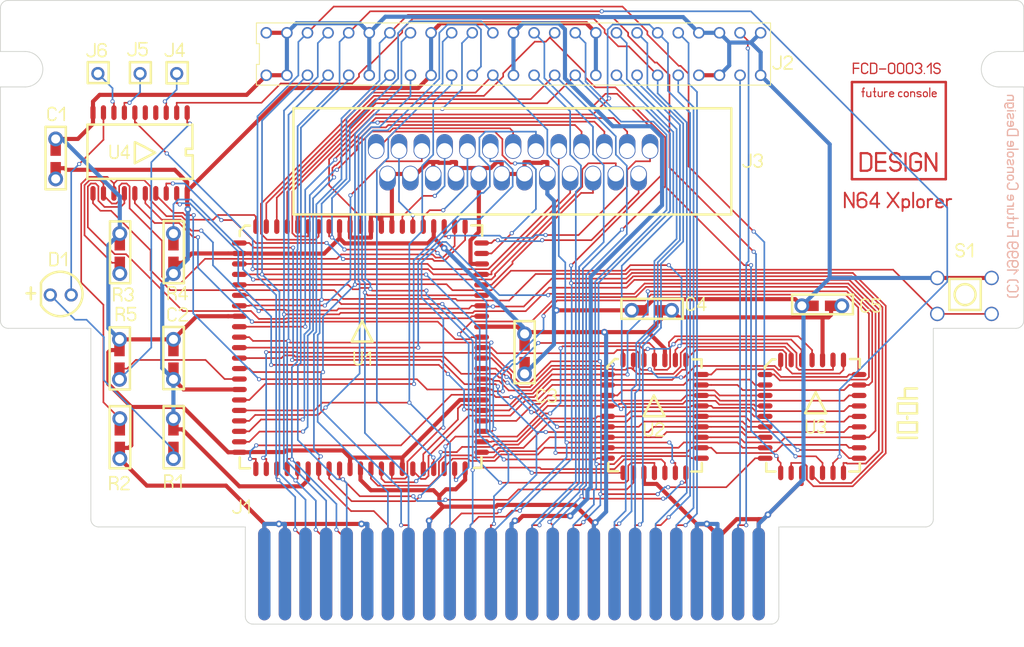
<source format=kicad_pcb>
(kicad_pcb (version 20221018) (generator pcbnew)
  (layers (0 "F.Cu" signal) (31 "B.Cu" signal) (34 "B.Paste" user) (35 "F.Paste" user) (36 "B.SilkS" user "B.Silkscreen") (37 "F.SilkS" user "F.Silkscreen") (38 "B.Mask" user) (39 "F.Mask" user) (44 "Edge.Cuts" user))
  (net 0 "")
  (net 1 "/GND")
  (net 2 "/AD15")
  (net 3 "/AD14")
  (net 4 "/AD13")
  (net 5 "/AD12")
  (net 6 "/{slash}write")
  (net 7 "/VCC")
  (net 8 "/{slash}Read_Top")
  (net 9 "/AD11")
  (net 10 "/AD10")
  (net 11 "/12V")
  (net 12 "/UNUSED_Front")
  (net 13 "/AD9")
  (net 14 "/AD8")
  (net 15 "/CIC_15")
  (net 16 "/CIC_11")
  (net 17 "/{slash}COLD_RESET")
  (net 18 "/S_DAT")
  (net 19 "/LAUDIO")
  (net 20 "/AD0")
  (net 21 "/AD1")
  (net 22 "/AD2")
  (net 23 "/AD3")
  (net 24 "/ALE_L")
  (net 25 "/ALE_H")
  (net 26 "/AD4")
  (net 27 "/AD5")
  (net 28 "/UNUSED_Rear")
  (net 29 "/AD6")
  (net 30 "/AD7")
  (net 31 "/CIC_14")
  (net 32 "/INT1")
  (net 33 "/NMI")
  (net 34 "/Video_Sync")
  (net 35 "/RAUDIO")
  (net 36 "/A18")
  (net 37 "/A16")
  (net 38 "/A15")
  (net 39 "/A12")
  (net 40 "/A7")
  (net 41 "/A6")
  (net 42 "/A5")
  (net 43 "/A4")
  (net 44 "/A3")
  (net 45 "/A2")
  (net 46 "/A1")
  (net 47 "/A0")
  (net 48 "/SST.CE")
  (net 49 "/A10")
  (net 50 "/{slash}read_bottom")
  (net 51 "/A11")
  (net 52 "/A9")
  (net 53 "/A8")
  (net 54 "/A13")
  (net 55 "/A14")
  (net 56 "/A17")
  (net 57 "/LED.Pos")
  (net 58 "/MCU.PB1")
  (net 59 "/MCU.PB0")
  (net 60 "/LPT.Error")
  (net 61 "/MCU.Reset")
  (net 62 "/Button")
  (net 63 "/LPT.Strobe")
  (net 64 "/LPT.D0")
  (net 65 "/LPT.D1")
  (net 66 "/LPT.D2")
  (net 67 "/LPT.D3")
  (net 68 "/LPT.D4")
  (net 69 "/LPT.D5")
  (net 70 "/LPT.D6")
  (net 71 "/LPT.D7")
  (net 72 "/LPT.ACK")
  (net 73 "/LPT.Busy")
  (net 74 "/LPT.PaperOut")
  (net 75 "/LPT.Select")
  (net 76 "/LPT.LineFeed")
  (net 77 "/LPT.Reset")
  (net 78 "/LPT.SelPtr")
  (net 79 "/LED.Neg")
  (net 80 "Net-(J4-Pin_1)")
  (net 81 "Net-(J5-Pin_1)")
  (net 82 "Net-(J6-Pin_1)")
  (net 83 "/MCU.PB3")
  (net 84 "/MCU.PB2")
  (net 85 "/MCU.PB4")
  (net 86 "/MCU.PB6")
  (footprint "Xplorer 64:Cartridge Edge Connector" (layer "F.Cu") (at 146.893 132.998)
    (fp_text reference "J1" hide)
    (fp_text value "Cartridge Edge Connector")
  )
  (footprint "Xplorer 64:SST 29LE010" (layer "F.Cu") (at 164.239 113.865)
    (fp_text reference "U2" hide)
    (fp_text value "SST29LE010")
  )
  (footprint "Xplorer 64:ATMEL AT90S1200-12SC" (layer "F.Cu") (at 101.813 81.904 180)
    (fp_text reference "U4" hide)
    (fp_text value "~")
  )
  (footprint "Xplorer 64:SMD Cap-Res" (layer "F.Cu") (at 184.555 100.449)
    (fp_text reference "C5" hide)
    (fp_text value "100 nF")
  )
  (footprint "Xplorer 64:SMD Cap-Res" (layer "F.Cu") (at 99.351 94.106 90)
    (fp_text reference "R3" hide)
    (fp_text value "103")
  )
  (footprint "Xplorer 64:Jumper Hole" (layer "F.Cu") (at 96.6929 72.2625)
    (fp_text reference "J6" hide)
    (fp_text value "Jumper")
  )
  (footprint "Xplorer 64:Push Button" (layer "F.Cu") (at 201.8647 99.2502)
    (fp_text reference "S1" hide)
    (fp_text value "Push Button")
  )
  (footprint "Xplorer 64:Upper Cartridge Slot" (layer "F.Cu") (at 147.1319 69.8897)
    (fp_text reference "J2" hide)
    (fp_text value "Cartridge Slot")
  )
  (footprint "Xplorer 64:ATMEL ATF1508AS" (layer "F.Cu") (at 128.563 105.525)
    (fp_text reference "U1" hide)
    (fp_text value "ATF1508AS-15JC84")
  )
  (footprint "Xplorer 64:SMD Cap-Res" (layer "F.Cu") (at 91.568 82.622 90)
    (fp_text reference "C1" hide)
    (fp_text value "100 nF")
  )
  (footprint "Xplorer 64:SMD Cap-Res" (layer "F.Cu") (at 105.86 94.106 90)
    (fp_text reference "R4" hide)
    (fp_text value "101")
  )
  (footprint "Xplorer 64:SMD Cap-Res" (layer "F.Cu") (at 99.352 116.568 90)
    (fp_text reference "R2" hide)
    (fp_text value "103")
  )
  (footprint "Xplorer 64:SST 29LE010" (layer "F.Cu") (at 183.373 113.87)
    (fp_text reference "U3" hide)
    (fp_text value "SST29LE010")
  )
  (footprint "Xplorer 64:SMD Cap-Res" (layer "F.Cu") (at 105.86 116.568 90)
    (fp_text reference "R1" hide)
    (fp_text value "221")
  )
  (footprint "Xplorer 64:SMD Cap-Res" (layer "F.Cu") (at 99.311 106.947 90)
    (fp_text reference "R5" hide)
    (fp_text value "Empty")
  )
  (footprint "Xplorer 64:SMD Cap-Res" (layer "F.Cu") (at 148.483 106.279 90)
    (fp_text reference "C3" hide)
    (fp_text value "100 nF")
  )
  (footprint "Xplorer 64:SMD Cap-Res" (layer "F.Cu") (at 163.902 100.996)
    (fp_text reference "C4" hide)
    (fp_text value "100 nF")
  )
  (footprint "Xplorer 64:Jumper Hole" (layer "F.Cu") (at 106.2576 72.2625)
    (fp_text reference "J4" hide)
    (fp_text value "Jumper")
  )
  (footprint "Xplorer 64:LED" (layer "F.Cu") (at 92.185 99.133)
    (fp_text reference "D1" hide)
    (fp_text value "Red LED")
  )
  (footprint "Xplorer 64:Jumper Hole" (layer "F.Cu") (at 101.8126 72.2625)
    (fp_text reference "J5" hide)
    (fp_text value "Jumper")
  )
  (footprint "Xplorer 64:SMD Cap-Res" (layer "F.Cu") (at 105.861 106.947 90)
    (fp_text reference "C2" hide)
    (fp_text value "100 nF")
  )
  (footprint "Xplorer 64:Parallel Port" (layer "B.Cu") (at 163.706 81.609 180)
    (fp_text reference "J3" hide)
    (fp_text value "DB25_Male")
  )
  (gr_line (start 207.602 81.7976) (end 207.7631 81.8943) (stroke (width 0.161)) (layer "B.SilkS"))
  (gr_line (start 207.6504 87.0366) (end 207.4892 87.0366) (stroke (width 0.161)) (layer "B.SilkS"))
  (gr_line (start 207.7309 93.4034) (end 207.892 93.5001) (stroke (width 0.161)) (layer "B.SilkS"))
  (gr_line (start 207.7631 81.8943) (end 207.8115 82.0876) (stroke (width 0.161)) (layer "B.SilkS"))
  (gr_line (start 207.5698 83.312) (end 207.7309 83.312) (stroke (width 0.161)) (layer "B.SilkS"))
  (gr_line (start 207.167 97.418) (end 207.0865 97.6113) (stroke (width 0.161)) (layer "B.SilkS"))
  (gr_line (start 207.0865 91.9987) (end 208.3754 91.9987) (stroke (width 0.161)) (layer "B.SilkS"))
  (gr_line (start 207.8115 82.0876) (end 207.7631 82.281) (stroke (width 0.161)) (layer "B.SilkS"))
  (gr_line (start 207.3281 77.1386) (end 207.4087 77.2353) (stroke (width 0.161)) (layer "B.SilkS"))
  (gr_line (start 207.892 94.6278) (end 208.1337 94.6278) (stroke (width 0.161)) (layer "B.SilkS"))
  (gr_line (start 207.6504 84.2464) (end 207.7631 84.1498) (stroke (width 0.161)) (layer "B.SilkS"))
  (gr_line (start 207.0865 94.1445) (end 207.167 93.9512) (stroke (width 0.161)) (layer "B.SilkS"))
  (gr_line (start 207.167 81.0502) (end 207.3281 81.0888) (stroke (width 0.161)) (layer "B.SilkS"))
  (gr_line (start 207.3281 81.0888) (end 207.602 81.0888) (stroke (width 0.161)) (layer "B.SilkS"))
  (gr_line (start 208.2948 85.6318) (end 208.1337 85.5352) (stroke (width 0.161)) (layer "B.SilkS"))
  (gr_line (start 207.8115 87.3266) (end 207.7631 87.1333) (stroke (width 0.161)) (layer "B.SilkS"))
  (gr_line (start 207.0865 79.7807) (end 208.3754 79.7807) (stroke (width 0.161)) (layer "B.SilkS"))
  (gr_line (start 207.7309 91.9987) (end 207.7309 91.322) (stroke (width 0.161)) (layer "B.SilkS"))
  (gr_line (start 207.892 93.5001) (end 208.1337 93.5001) (stroke (width 0.161)) (layer "B.SilkS"))
  (gr_line (start 207.7631 78.1697) (end 207.6504 78.073) (stroke (width 0.161)) (layer "B.SilkS"))
  (gr_line (start 208.2948 86.2118) (end 208.3754 86.0185) (stroke (width 0.161)) (layer "B.SilkS"))
  (gr_line (start 207.8115 78.363) (end 207.7631 78.1697) (stroke (width 0.161)) (layer "B.SilkS"))
  (gr_line (start 207.602 85.1808) (end 207.2798 85.1808) (stroke (width 0.161)) (layer "B.SilkS"))
  (gr_line (start 206.7642 76.1012) (end 206.8448 75.9078) (stroke (width 0.161)) (layer "B.SilkS"))
  (gr_line (start 208.0531 76.7842) (end 208.0531 76.7842) (stroke (width 0.161)) (layer "B.SilkS"))
  (gr_line (start 208.3754 94.3378) (end 208.3754 94.1445) (stroke (width 0.161)) (layer "B.SilkS"))
  (gr_line (start 207.0865 86.0185) (end 207.167 86.2118) (stroke (width 0.161)) (layer "B.SilkS"))
  (gr_line (start 207.8115 84.8908) (end 207.7631 85.0842) (stroke (width 0.161)) (layer "B.SilkS"))
  (gr_line (start 208.3754 98.2557) (end 208.2948 98.0624) (stroke (width 0.161)) (layer "B.SilkS"))
  (gr_line (start 206.8448 75.9078) (end 207.0059 75.8498) (stroke (width 0.161)) (layer "B.SilkS"))
  (gr_line (start 207.0865 84.2464) (end 207.8115 84.2464) (stroke (width 0.161)) (layer "B.SilkS"))
  (gr_line (start 207.167 99.2868) (end 207.0865 99.0934) (stroke (width 0.161)) (layer "B.SilkS"))
  (gr_line (start 207.167 82.732) (end 207.3281 82.732) (stroke (width 0.161)) (layer "B.SilkS"))
  (gr_line (start 207.0865 87.3846) (end 207.167 87.578) (stroke (width 0.161)) (layer "B.SilkS"))
  (gr_line (start 207.4087 77.2353) (end 207.4892 77.622) (stroke (width 0.161)) (layer "B.SilkS"))
  (gr_line (start 208.2948 99.2868) (end 208.1337 99.3834) (stroke (width 0.161)) (layer "B.SilkS"))
  (gr_line (start 208.3754 95.2722) (end 208.2948 95.0788) (stroke (width 0.161)) (layer "B.SilkS"))
  (gr_line (start 207.7631 84.6975) (end 207.8115 84.8908) (stroke (width 0.161)) (layer "B.SilkS"))
  (gr_line (start 208.3754 93.2101) (end 208.3754 93.0168) (stroke (width 0.161)) (layer "B.SilkS"))
  (gr_line (start 207.3281 93.8545) (end 207.7309 93.8545) (stroke (width 0.161)) (layer "B.SilkS"))
  (gr_line (start 208.1337 98.739) (end 208.2948 98.6424) (stroke (width 0.161)) (layer "B.SilkS"))
  (gr_line (start 207.0865 88.3577) (end 207.8115 88.3577) (stroke (width 0.161)) (layer "B.SilkS"))
  (gr_line (start 208.1337 95.7555) (end 208.2948 95.6588) (stroke (width 0.161)) (layer "B.SilkS"))
  (gr_line (start 208.1337 94.6278) (end 208.2948 94.5312) (stroke (width 0.161)) (layer "B.SilkS"))
  (gr_line (start 208.1337 93.5001) (end 208.2948 93.4034) (stroke (width 0.161)) (layer "B.SilkS"))
  (gr_line (start 207.0865 81.4432) (end 208.3754 81.4432) (stroke (width 0.161)) (layer "B.SilkS"))
  (gr_line (start 207.0865 82.9254) (end 207.167 82.732) (stroke (width 0.161)) (layer "B.SilkS"))
  (gr_line (start 207.0865 90.6776) (end 207.1187 90.871) (stroke (width 0.161)) (layer "B.SilkS"))
  (gr_line (start 207.7631 87.52) (end 207.8115 87.3266) (stroke (width 0.161)) (layer "B.SilkS"))
  (gr_line (start 207.0865 98.2557) (end 207.0865 98.449) (stroke (width 0.161)) (layer "B.SilkS"))
  (gr_line (start 207.8115 83.9564) (end 207.7631 83.7631) (stroke (width 0.161)) (layer "B.SilkS"))
  (gr_line (start 207.167 87.578) (end 207.3281 87.6166) (stroke (width 0.161)) (layer "B.SilkS"))
  (gr_line (start 207.0865 77.5253) (end 207.0865 77.332) (stroke (width 0.161)) (layer "B.SilkS"))
  (gr_line (start 207.8115 77.5253) (end 207.8115 77.332) (stroke (width 0.161)) (layer "B.SilkS"))
  (gr_line (start 207.0865 76.1398) (end 207.1187 75.9465) (stroke (width 0.161)) (layer "B.SilkS"))
  (gr_line (start 207.4892 83.2154) (end 207.5698 83.312) (stroke (width 0.161)) (layer "B.SilkS"))
  (gr_line (start 207.7309 77.7186) (end 207.8115 77.5253) (stroke (width 0.161)) (layer "B.SilkS"))
  (gr_line (start 208.2948 79.104) (end 208.1337 79.0074) (stroke (width 0.161)) (layer "B.SilkS"))
  (gr_line (start 208.1337 97.3213) (end 207.3281 97.3213) (stroke (width 0.161)) (layer "B.SilkS"))
  (gr_line (start 207.4892 80.5088) (end 207.4892 81.0888) (stroke (width 0.161)) (layer "B.SilkS"))
  (gr_line (start 207.3281 99.3834) (end 207.167 99.2868) (stroke (width 0.161)) (layer "B.SilkS"))
  (gr_line (start 207.1187 82.281) (end 207.0865 82.0876) (stroke (width 0.161)) (layer "B.SilkS"))
  (gr_line (start 208.2948 97.418) (end 208.1337 97.3213) (stroke (width 0.161)) (layer "B.SilkS"))
  (gr_line (start 207.3281 95.7555) (end 207.167 95.6588) (stroke (width 0.161)) (layer "B.SilkS"))
  (gr_line (start 207.3281 93.5001) (end 207.167 93.4034) (stroke (width 0.161)) (layer "B.SilkS"))
  (gr_line (start 207.167 93.9512) (end 207.3281 93.8545) (stroke (width 0.161)) (layer "B.SilkS"))
  (gr_line (start 207.1187 75.9465) (end 207.2798 75.8498) (stroke (width 0.161)) (layer "B.SilkS"))
  (gr_line (start 207.167 94.5312) (end 207.0865 94.3378) (stroke (width 0.161)) (layer "B.SilkS"))
  (gr_line (start 207.167 89.8399) (end 207.0865 89.7432) (stroke (width 0.161)) (layer "B.SilkS"))
  (gr_line (start 207.1187 84.6975) (end 207.2798 84.6008) (stroke (width 0.161)) (layer "B.SilkS"))
  (gr_line (start 207.2798 76.4298) (end 207.1187 76.3332) (stroke (width 0.161)) (layer "B.SilkS"))
  (gr_line (start 208.2948 95.6588) (end 208.3754 95.4655) (stroke (width 0.161)) (layer "B.SilkS"))
  (gr_line (start 207.167 79.104) (end 207.0865 79.2974) (stroke (width 0.161)) (layer "B.SilkS"))
  (gr_line (start 207.0865 77.332) (end 207.167 77.1386) (stroke (width 0.161)) (layer "B.SilkS"))
  (gr_line (start 207.7631 78.5564) (end 207.8115 78.363) (stroke (width 0.161)) (layer "B.SilkS"))
  (gr_line (start 207.3281 94.9822) (end 207.7309 94.9822) (stroke (width 0.161)) (layer "B.SilkS"))
  (gr_line (start 207.0865 85.8252) (end 207.0865 86.0185) (stroke (width 0.161)) (layer "B.SilkS"))
  (gr_line (start 207.6504 93.0168) (end 207.6504 93.2101) (stroke (width 0.161)) (layer "B.SilkS"))
  (gr_line (start 207.167 77.1386) (end 207.3281 77.1386) (stroke (width 0.161)) (layer "B.SilkS"))
  (gr_line (start 207.3281 86.3085) (end 208.1337 86.3085) (stroke (width 0.161)) (layer "B.SilkS"))
  (gr_line (start 207.1187 85.0842) (end 207.0865 84.8908) (stroke (width 0.161)) (layer "B.SilkS"))
  (gr_line (start 207.8115 82.9254) (end 207.7309 82.732) (stroke (width 0.161)) (layer "B.SilkS"))
  (gr_line (start 208.2948 98.6424) (end 208.3754 98.449) (stroke (width 0.161)) (layer "B.SilkS"))
  (gr_line (start 207.0865 93.0168) (end 207.167 92.8234) (stroke (width 0.161)) (layer "B.SilkS"))
  (gr_line (start 208.3754 93.0168) (end 208.2948 92.8234) (stroke (width 0.161)) (layer "B.SilkS"))
  (gr_line (start 207.0865 98.449) (end 207.167 98.6424) (stroke (width 0.161)) (layer "B.SilkS"))
  (gr_line (start 207.602 87.6166) (end 207.7631 87.52) (stroke (width 0.161)) (layer "B.SilkS"))
  (gr_line (start 207.6504 93.2101) (end 207.7309 93.4034) (stroke (width 0.161)) (layer "B.SilkS"))
  (gr_line (start 207.7631 75.0121) (end 207.6504 74.9154) (stroke (width 0.161)) (layer "B.SilkS"))
  (gr_line (start 208.3754 96.1099) (end 207.0865 96.1099) (stroke (width 0.161)) (layer "B.SilkS"))
  (gr_line (start 207.8115 90.0332) (end 207.8115 89.6466) (stroke (width 0.161)) (layer "B.SilkS"))
  (gr_line (start 208.3754 94.1445) (end 208.2948 93.9512) (stroke (width 0.161)) (layer "B.SilkS"))
  (gr_line (start 207.6504 95.4655) (end 207.7309 95.6588) (stroke (width 0.161)) (layer "B.SilkS"))
  (gr_line (start 207.892 95.7555) (end 208.1337 95.7555) (stroke (width 0.161)) (layer "B.SilkS"))
  (gr_line (start 207.8115 75.2054) (end 207.7631 75.0121) (stroke (width 0.161)) (layer "B.SilkS"))
  (gr_line (start 207.8115 88.1644) (end 207.8115 87.971) (stroke (width 0.161)) (layer "B.SilkS"))
  (gr_line (start 207.7631 75.9465) (end 207.8115 76.1398) (stroke (width 0.161)) (layer "B.SilkS"))
  (gr_line (start 207.0865 79.2974) (end 207.0865 79.7807) (stroke (width 0.161)) (layer "B.SilkS"))
  (gr_line (start 207.8115 88.7121) (end 207.0865 88.7121) (stroke (width 0.161)) (layer "B.SilkS"))
  (gr_line (start 207.3281 97.3213) (end 207.167 97.418) (stroke (width 0.161)) (layer "B.SilkS"))
  (gr_line (start 207.0865 95.2722) (end 207.167 95.0788) (stroke (width 0.161)) (layer "B.SilkS"))
  (gr_line (start 206.8448 76.4298) (end 206.7642 76.2365) (stroke (width 0.161)) (layer "B.SilkS"))
  (gr_line (start 207.1187 81.8943) (end 207.2798 81.7976) (stroke (width 0.161)) (layer "B.SilkS"))
  (gr_line (start 208.2948 93.4034) (end 208.3754 93.2101) (stroke (width 0.161)) (layer "B.SilkS"))
  (gr_line (start 207.0865 78.421) (end 207.167 78.6144) (stroke (width 0.161)) (layer "B.SilkS"))
  (gr_line (start 207.7631 85.0842) (end 207.602 85.1808) (stroke (width 0.161)) (layer "B.SilkS"))
  (gr_line (start 207.167 77.7186) (end 207.0865 77.5253) (stroke (width 0.161)) (layer "B.SilkS"))
  (gr_line (start 207.0865 76.7842) (end 207.8115 76.7842) (stroke (width 0.161)) (layer "B.SilkS"))
  (gr_line (start 207.7309 92.7268) (end 207.8115 92.7268) (stroke (width 0.161)) (layer "B.SilkS"))
  (gr_line (start 207.2798 82.3776) (end 207.1187 82.281) (stroke (width 0.161)) (layer "B.SilkS"))
  (gr_line (start 208.3754 95.4655) (end 208.3754 95.2722) (stroke (width 0.161)) (layer "B.SilkS"))
  (gr_line (start 207.0865 89.7432) (end 207.1187 89.6466) (stroke (width 0.161)) (layer "B.SilkS"))
  (gr_line (start 207.6504 75.4954) (end 207.7631 75.3988) (stroke (width 0.161)) (layer "B.SilkS"))
  (gr_line (start 207.0865 78.2277) (end 207.0865 78.421) (stroke (width 0.161)) (layer "B.SilkS"))
  (gr_line (start 207.8115 77.332) (end 207.7309 77.1386) (stroke (width 0.161)) (layer "B.SilkS"))
  (gr_line (start 207.3281 85.5352) (end 207.167 85.6318) (stroke (width 0.161)) (layer "B.SilkS"))
  (gr_line (start 207.2798 84.6008) (end 207.602 84.6008) (stroke (width 0.161)) (layer "B.SilkS"))
  (gr_line (start 207.7631 76.3332) (end 207.602 76.4298) (stroke (width 0.161)) (layer "B.SilkS"))
  (gr_line (start 207.0865 93.2101) (end 207.0865 93.0168) (stroke (width 0.161)) (layer "B.SilkS"))
  (gr_line (start 207.0865 83.1187) (end 207.0865 82.9254) (stroke (width 0.161)) (layer "B.SilkS"))
  (gr_line (start 207.6504 94.3378) (end 207.7309 94.5312) (stroke (width 0.161)) (layer "B.SilkS"))
  (gr_line (start 207.6504 80.5088) (end 207.4892 80.5088) (stroke (width 0.161)) (layer "B.SilkS"))
  (gr_line (start 206.7642 76.2365) (end 206.7642 76.1012) (stroke (width 0.161)) (layer "B.SilkS"))
  (gr_line (start 207.1187 76.3332) (end 207.0865 76.1398) (stroke (width 0.161)) (layer "B.SilkS"))
  (gr_line (start 207.167 98.6424) (end 207.3281 98.739) (stroke (width 0.161)) (layer "B.SilkS"))
  (gr_line (start 207.2798 81.7976) (end 207.602 81.7976) (stroke (width 0.161)) (layer "B.SilkS"))
  (gr_line (start 207.6504 83.6664) (end 207.0865 83.6664) (stroke (width 0.161)) (layer "B.SilkS"))
  (gr_line (start 208.3754 91.9987) (end 208.3754 91.322) (stroke (width 0.161)) (layer "B.SilkS"))
  (gr_line (start 207.0865 75.4954) (end 207.8115 75.4954) (stroke (width 0.161)) (layer "B.SilkS"))
  (gr_line (start 207.0865 94.3378) (end 207.0865 94.1445) (stroke (width 0.161)) (layer "B.SilkS"))
  (gr_line (start 207.167 92.8234) (end 207.3281 92.7268) (stroke (width 0.161)) (layer "B.SilkS"))
  (gr_line (start 208.2948 94.5312) (end 208.3754 94.3378) (stroke (width 0.161)) (layer "B.SilkS"))
  (gr_line (start 207.7309 94.9822) (end 207.8115 94.9822) (stroke (width 0.161)) (layer "B.SilkS"))
  (gr_line (start 207.2476 89.2921) (end 207.8115 89.2921) (stroke (width 0.161)) (layer "B.SilkS"))
  (gr_line (start 207.167 83.312) (end 207.0865 83.1187) (stroke (width 0.161)) (layer "B.SilkS"))
  (gr_line (start 207.1187 89.1954) (end 207.2476 89.2921) (stroke (width 0.161)) (layer "B.SilkS"))
  (gr_line (start 207.0865 87.1913) (end 207.0865 87.3846) (stroke (width 0.161)) (layer "B.SilkS"))
  (gr_line (start 207.602 76.4298) (end 207.2798 76.4298) (stroke (width 0.161)) (layer "B.SilkS"))
  (gr_line (start 207.5698 77.7186) (end 207.7309 77.7186) (stroke (width 0.161)) (layer "B.SilkS"))
  (gr_line (start 207.0865 82.0876) (end 207.1187 81.8943) (stroke (width 0.161)) (layer "B.SilkS"))
  (gr_line (start 207.8115 80.7988) (end 207.7631 80.6055) (stroke (width 0.161)) (layer "B.SilkS"))
  (gr_line (start 208.3754 79.2974) (end 208.2948 79.104) (stroke (width 0.161)) (layer "B.SilkS"))
  (gr_line (start 207.2476 90.9676) (end 207.8115 90.9676) (stroke (width 0.161)) (layer "B.SilkS"))
  (gr_line (start 208.1337 94.9822) (end 207.7309 94.9822) (stroke (width 0.161)) (layer "B.SilkS"))
  (gr_line (start 207.4892 87.0366) (end 207.4892 87.6166) (stroke (width 0.161)) (layer "B.SilkS"))
  (gr_line (start 208.3754 98.449) (end 208.3754 98.2557) (stroke (width 0.161)) (layer "B.SilkS"))
  (gr_line (start 207.7631 82.281) (end 207.602 82.3776) (stroke (width 0.161)) (layer "B.SilkS"))
  (gr_line (start 207.3281 92.7268) (end 207.7309 92.7268) (stroke (width 0.161)) (layer "B.SilkS"))
  (gr_line (start 208.2948 95.0788) (end 208.1337 94.9822) (stroke (width 0.161)) (layer "B.SilkS"))
  (gr_line (start 207.3281 79.0074) (end 207.167 79.104) (stroke (width 0.161)) (layer "B.SilkS"))
  (gr_line (start 208.2948 92.8234) (end 208.1337 92.7268) (stroke (width 0.161)) (layer "B.SilkS"))
  (gr_line (start 207.7309 95.6588) (end 207.892 95.7555) (stroke (width 0.161)) (layer "B.SilkS"))
  (gr_line (start 207.2476 88.7121) (end 207.1187 88.8088) (stroke (width 0.161)) (layer "B.SilkS"))
  (gr_line (start 207.7631 80.6055) (end 207.6504 80.5088) (stroke (width 0.161)) (layer "B.SilkS"))
  (gr_line (start 208.2948 93.9512) (end 208.1337 93.8545) (stroke (width 0.161)) (layer "B.SilkS"))
  (gr_line (start 208.1337 92.7268) (end 207.7309 92.7268) (stroke (width 0.161)) (layer "B.SilkS"))
  (gr_line (start 207.6504 94.1445) (end 207.6504 94.3378) (stroke (width 0.161)) (layer "B.SilkS"))
  (gr_line (start 207.7631 87.1333) (end 207.6504 87.0366) (stroke (width 0.161)) (layer "B.SilkS"))
  (gr_line (start 207.3281 97.9657) (end 207.167 98.0624) (stroke (width 0.161)) (layer "B.SilkS"))
  (gr_line (start 207.7631 75.3988) (end 207.8115 75.2054) (stroke (width 0.161)) (layer "B.SilkS"))
  (gr_line (start 207.6504 95.2722) (end 207.6504 95.4655) (stroke (width 0.161)) (layer "B.SilkS"))
  (gr_line (start 208.1337 93.8545) (end 207.7309 93.8545) (stroke (width 0.161)) (layer "B.SilkS"))
  (gr_line (start 207.7631 83.7631) (end 207.6504 83.6664) (stroke (width 0.161)) (layer "B.SilkS"))
  (gr_line (start 207.602 75.8498) (end 207.7631 75.9465) (stroke (width 0.161)) (layer "B.SilkS"))
  (gr_line (start 208.1337 79.0074) (end 207.3281 79.0074) (stroke (width 0.161)) (layer "B.SilkS"))
  (gr_line (start 207.8115 83.1187) (end 207.8115 82.9254) (stroke (width 0.161)) (layer "B.SilkS"))
  (gr_line (start 207.1187 90.871) (end 207.2476 90.9676) (stroke (width 0.161)) (layer "B.SilkS"))
  (gr_line (start 207.7631 84.1498) (end 207.8115 83.9564) (stroke (width 0.161)) (layer "B.SilkS"))
  (gr_line (start 207.167 80.5088) (end 207.0865 80.6635) (stroke (width 0.161)) (layer "B.SilkS"))
  (gr_line (start 207.0865 80.6635) (end 207.0865 80.8568) (stroke (width 0.161)) (layer "B.SilkS"))
  (gr_line (start 207.3281 82.732) (end 207.4087 82.8287) (stroke (width 0.161)) (layer "B.SilkS"))
  (gr_line (start 207.6504 74.9154) (end 207.0865 74.9154) (stroke (width 0.161)) (layer "B.SilkS"))
  (gr_line (start 207.1187 90.4843) (end 207.0865 90.6776) (stroke (width 0.161)) (layer "B.SilkS"))
  (gr_line (start 207.3281 87.6166) (end 207.602 87.6166) (stroke (width 0.161)) (layer "B.SilkS"))
  (gr_line (start 207.167 93.4034) (end 207.0865 93.2101) (stroke (width 0.161)) (layer "B.SilkS"))
  (gr_line (start 208.2948 98.0624) (end 208.1337 97.9657) (stroke (width 0.161)) (layer "B.SilkS"))
  (gr_line (start 207.4892 77.622) (end 207.5698 77.7186) (stroke (width 0.161)) (layer "B.SilkS"))
  (gr_line (start 207.2798 85.1808) (end 207.1187 85.0842) (stroke (width 0.161)) (layer "B.SilkS"))
  (gr_line (start 207.602 84.6008) (end 207.7631 84.6975) (stroke (width 0.161)) (layer "B.SilkS"))
  (gr_line (start 207.0865 84.8908) (end 207.1187 84.6975) (stroke (width 0.161)) (layer "B.SilkS"))
  (gr_line (start 207.8115 93.8545) (end 207.6504 94.1445) (stroke (width 0.161)) (layer "B.SilkS"))
  (gr_line (start 207.8115 94.9822) (end 207.6504 95.2722) (stroke (width 0.161)) (layer "B.SilkS"))
  (gr_line (start 207.0059 75.8498) (end 207.8115 75.8498) (stroke (width 0.161)) (layer "B.SilkS"))
  (gr_line (start 207.602 82.3776) (end 207.2798 82.3776) (stroke (width 0.161)) (layer "B.SilkS"))
  (gr_line (start 207.7631 80.9922) (end 207.8115 80.7988) (stroke (width 0.161)) (layer "B.SilkS"))
  (gr_line (start 207.7309 94.5312) (end 207.892 94.6278) (stroke (width 0.161)) (layer "B.SilkS"))
  (gr_line (start 207.8115 92.7268) (end 207.6504 93.0168) (stroke (width 0.161)) (layer "B.SilkS"))
  (gr_line (start 207.0865 80.8568) (end 207.167 81.0502) (stroke (width 0.161)) (layer "B.SilkS"))
  (gr_line (start 208.3754 79.7807) (end 208.3754 79.2974) (stroke (width 0.161)) (layer "B.SilkS"))
  (gr_line (start 208.3754 85.8252) (end 208.2948 85.6318) (stroke (width 0.161)) (layer "B.SilkS"))
  (gr_line (start 207.602 78.653) (end 207.7631 78.5564) (stroke (width 0.161)) (layer "B.SilkS"))
  (gr_line (start 208.1337 99.3834) (end 207.3281 99.3834) (stroke (width 0.161)) (layer "B.SilkS"))
  (gr_line (start 207.7309 93.8545) (end 207.8115 93.8545) (stroke (width 0.161)) (layer "B.SilkS"))
  (gr_line (start 207.4087 82.8287) (end 207.4892 83.2154) (stroke (width 0.161)) (layer "B.SilkS"))
  (gr_line (start 207.2476 90.3876) (end 207.1187 90.4843) (stroke (width 0.161)) (layer "B.SilkS"))
  (gr_line (start 207.167 95.6588) (end 207.0865 95.4655) (stroke (width 0.161)) (layer "B.SilkS"))
  (gr_line (start 207.0865 95.4655) (end 207.0865 95.2722) (stroke (width 0.161)) (layer "B.SilkS"))
  (gr_line (start 207.1187 88.8088) (end 207.0865 89.0021) (stroke (width 0.161)) (layer "B.SilkS"))
  (gr_line (start 207.3281 94.6278) (end 207.167 94.5312) (stroke (width 0.161)) (layer "B.SilkS"))
  (gr_line (start 207.7309 83.312) (end 207.8115 83.1187) (stroke (width 0.161)) (layer "B.SilkS"))
  (gr_line (start 207.6504 78.073) (end 207.4892 78.073) (stroke (width 0.161)) (layer "B.SilkS"))
  (gr_line (start 207.167 95.0788) (end 207.3281 94.9822) (stroke (width 0.161)) (layer "B.SilkS"))
  (gr_line (start 208.3754 89.8399) (end 207.167 89.8399) (stroke (width 0.161)) (layer "B.SilkS"))
  (gr_line (start 207.167 78.073) (end 207.0865 78.2277) (stroke (width 0.161)) (layer "B.SilkS"))
  (gr_line (start 207.3281 98.739) (end 208.1337 98.739) (stroke (width 0.161)) (layer "B.SilkS"))
  (gr_line (start 207.167 87.0366) (end 207.0865 87.1913) (stroke (width 0.161)) (layer "B.SilkS"))
  (gr_line (start 207.8115 90.3876) (end 207.0865 90.3876) (stroke (width 0.161)) (layer "B.SilkS"))
  (gr_line (start 207.4892 78.073) (end 207.4892 78.653) (stroke (width 0.161)) (layer "B.SilkS"))
  (gr_line (start 207.892 96.5932) (end 208.3754 96.1099) (stroke (width 0.161)) (layer "B.SilkS"))
  (gr_line (start 207.167 86.2118) (end 207.3281 86.3085) (stroke (width 0.161)) (layer "B.SilkS"))
  (gr_line (start 207.167 98.0624) (end 207.0865 98.2557) (stroke (width 0.161)) (layer "B.SilkS"))
  (gr_line (start 208.3754 97.6113) (end 208.2948 97.418) (stroke (width 0.161)) (layer "B.SilkS"))
  (gr_line (start 207.0865 89.0021) (end 207.1187 89.1954) (stroke (width 0.161)) (layer "B.SilkS"))
  (gr_line (start 208.3754 99.0934) (end 208.2948 99.2868) (stroke (width 0.161)) (layer "B.SilkS"))
  (gr_line (start 207.3281 78.653) (end 207.602 78.653) (stroke (width 0.161)) (layer "B.SilkS"))
  (gr_line (start 207.167 85.6318) (end 207.0865 85.8252) (stroke (width 0.161)) (layer "B.SilkS"))
  (gr_line (start 207.167 78.6144) (end 207.3281 78.653) (stroke (width 0.161)) (layer "B.SilkS"))
  (gr_line (start 207.602 81.0888) (end 207.7631 80.9922) (stroke (width 0.161)) (layer "B.SilkS"))
  (gr_line (start 207.8115 76.1398) (end 207.7631 76.3332) (stroke (width 0.161)) (layer "B.SilkS"))
  (gr_line (start 208.3754 86.0185) (end 208.3754 85.8252) (stroke (width 0.161)) (layer "B.SilkS"))
  (gr_line (start 208.1337 86.3085) (end 208.2948 86.2118) (stroke (width 0.161)) (layer "B.SilkS"))
  (gr_line (start 207.6504 88.3577) (end 207.8115 88.1644) (stroke (width 0.161)) (layer "B.SilkS"))
  (gr_line (start 101.1328 101.3516) (end 101.2495 101.546) (stroke (width 0.194)) (layer "F.SilkS"))
  (gr_line (start 184.9901 115.5874) (end 184.8734 115.7818) (stroke (width 0.194)) (layer "F.SilkS"))
  (gr_line (start 90.777 77.8406) (end 90.6604 77.6461) (stroke (width 0.194)) (layer "F.SilkS"))
  (gr_line (start 98.6376 99.8453) (end 98.6376 98.2898) (stroke (width 0.194)) (layer "F.SilkS"))
  (gr_line (start 113.9172 91.3522) (end 114.5522 90.7172) (stroke (width 0.3)) (layer "F.SilkS"))
  (gr_line (start 96.861 68.7404) (end 96.7443 68.9349) (stroke (width 0.194)) (layer "F.SilkS"))
  (gr_line (start 97.6776 69.6154) (end 97.6776 69.9071) (stroke (width 0.194)) (layer "F.SilkS"))
  (gr_line (start 193.7685 115.7997) (end 193.7685 114.6091) (stroke (width 0.3)) (layer "F.SilkS"))
  (gr_line (start 99.5384 100.671) (end 99.7717 100.7682) (stroke (width 0.194)) (layer "F.SilkS"))
  (gr_line (start 200.0391 97.1862) (end 203.8491 97.1862) (stroke (width 0.3)) (layer "F.SilkS"))
  (gr_line (start 106.9296 70.1591) (end 106.9296 68.6035) (stroke (width 0.194)) (layer "F.SilkS"))
  (gr_line (start 191.6266 100.5109) (end 191.6266 100.8998) (stroke (width 0.194)) (layer "F.SilkS"))
  (gr_line (start 100.4557 122.745) (end 99.5224 122.745) (stroke (width 0.194)) (layer "F.SilkS"))
  (gr_line (start 98.978 122.1617) (end 99.0946 122.3561) (stroke (width 0.194)) (layer "F.SilkS"))
  (gr_line (start 105.3424 102.169) (end 105.2257 101.9746) (stroke (width 0.194)) (layer "F.SilkS"))
  (gr_line (start 100.6941 70.0797) (end 100.4608 69.9825) (stroke (width 0.194)) (layer "F.SilkS"))
  (gr_line (start 107.4035 100.8079) (end 107.1701 100.7107) (stroke (width 0.194)) (layer "F.SilkS"))
  (gr_line (start 165.2281 115.3612) (end 165.3448 115.1668) (stroke (width 0.194)) (layer "F.SilkS"))
  (gr_line (start 99.5621 82.1527) (end 100.4954 82.1527) (stroke (width 0.194)) (layer "F.SilkS"))
  (gr_line (start 105.2257 99.6866) (end 105.2257 98.131) (stroke (width 0.194)) (layer "F.SilkS"))
  (gr_line (start 114.4449 124.6303) (end 115.0282 124.0469) (stroke (width 0.194)) (layer "F.SilkS"))
  (gr_line (start 164.5281 115.9446) (end 165.2281 115.3612) (stroke (width 0.194)) (layer "F.SilkS"))
  (gr_line (start 149.7154 109.8466) (end 147.2548 109.8466) (stroke (width 0.3)) (layer "F.SilkS"))
  (gr_line (start 100.1153 98.387) (end 100.3487 98.2898) (stroke (width 0.194)) (layer "F.SilkS"))
  (gr_line (start 200.9933 93.6093) (end 200.8766 93.4149) (stroke (width 0.194)) (layer "F.SilkS"))
  (gr_line (start 151.9376 110.5929) (end 152.171 110.6901) (stroke (width 0.194)) (layer "F.SilkS"))
  (gr_line (start 97.561 70.1015) (end 97.3276 70.1988) (stroke (width 0.194)) (layer "F.SilkS"))
  (gr_line (start 129.7523 106.0288) (end 129.7523 107.5844) (stroke (width 0.194)) (layer "F.SilkS"))
  (gr_line (start 101.2775 68.5241) (end 101.2775 69.788) (stroke (width 0.194)) (layer "F.SilkS"))
  (gr_line (start 180.8253 70.2485) (end 180.592 70.1513) (stroke (width 0.194)) (layer "F.SilkS"))
  (gr_line (start 176.9407 82.0576) (end 177.1741 82.1548) (stroke (width 0.194)) (layer "F.SilkS"))
  (gr_line (start 168.2867 99.5379) (end 168.5201 99.4407) (stroke (width 0.194)) (layer "F.SilkS"))
  (gr_line (start 173.5676 76.4694) (end 173.5676 89.3678) (stroke (width 0.3)) (layer "F.SilkS"))
  (gr_line (start 178.5285 106.9494) (end 178.9254 106.9494) (stroke (width 0.3)) (layer "F.SilkS"))
  (gr_line (start 175.9296 82.0576) (end 175.9296 83.3215) (stroke (width 0.194)) (layer "F.SilkS"))
  (gr_line (start 104.9852 70.0618) (end 104.8685 69.8674) (stroke (width 0.194)) (layer "F.SilkS"))
  (gr_line (start 95.4229 78.4538) (end 108.1626 78.4538) (stroke (width 0.3)) (layer "F.SilkS"))
  (gr_line (start 98.9551 102.2266) (end 98.9551 100.671) (stroke (width 0.194)) (layer "F.SilkS"))
  (gr_line (start 96.7443 69.5182) (end 97.0943 69.3238) (stroke (width 0.194)) (layer "F.SilkS"))
  (gr_line (start 98.3177 82.4443) (end 98.551 82.5416) (stroke (width 0.194)) (layer "F.SilkS"))
  (gr_line (start 203.8491 100.9566) (end 200.0391 100.9566) (stroke (width 0.3)) (layer "F.SilkS"))
  (gr_line (start 151.9376 112.1484) (end 151.7043 112.1484) (stroke (width 0.194)) (layer "F.SilkS"))
  (gr_line (start 100.3162 101.3516) (end 100.4328 101.3516) (stroke (width 0.194)) (layer "F.SilkS"))
  (gr_line (start 129.169 106.6122) (end 129.7523 106.0288) (stroke (width 0.194)) (layer "F.SilkS"))
  (gr_line (start 201.6933 93.8037) (end 201.4599 93.7065) (stroke (width 0.194)) (layer "F.SilkS"))
  (gr_line (start 88.5569 98.2181) (end 88.5569 99.6469) (stroke (width 0.3)) (layer "F.SilkS"))
  (gr_line (start 169.1034 100.7046) (end 168.9867 100.899) (stroke (width 0.194)) (layer "F.SilkS"))
  (gr_line (start 143.2463 118.8159) (end 143.2463 120.1256) (stroke (width 0.3)) (layer "F.SilkS"))
  (gr_line (start 147.2548 109.8466) (end 147.2548 102.3059) (stroke (width 0.3)) (layer "F.SilkS"))
  (gr_line (start 189.9155 99.6359) (end 190.1488 99.7332) (stroke (width 0.194)) (layer "F.SilkS"))
  (gr_line (start 100.582 99.8453) (end 100.3487 99.8453) (stroke (width 0.194)) (layer "F.SilkS"))
  (gr_line (start 189.4488 101.0943) (end 189.3322 100.8998) (stroke (width 0.194)) (layer "F.SilkS"))
  (gr_line (start 100.5822 73.4134) (end 100.5822 70.8734) (stroke (width 0.3)) (layer "F.SilkS"))
  (gr_line (start 196.1101 116.4744) (end 193.7685 116.4744) (stroke (width 0.3)) (layer "F.SilkS"))
  (gr_line (start 96.7443 69.9071) (end 96.7443 69.421) (stroke (width 0.194)) (layer "F.SilkS"))
  (gr_line (start 100.5822 110.6006) (end 98.1216 110.6006) (stroke (width 0.3)) (layer "F.SilkS"))
  (gr_line (start 164.9948 114.6807) (end 164.7615 114.6807) (stroke (width 0.194)) (layer "F.SilkS"))
  (gr_line (start 194.9194 113.8947) (end 194.9194 114.1725) (stroke (width 0.3)) (layer "F.SilkS"))
  (gr_line (start 99.6391 122.4533) (end 100.3391 121.87) (stroke (width 0.194)) (layer "F.SilkS"))
  (gr_line (start 200.9933 94.3871) (end 201.2266 94.4843) (stroke (width 0.194)) (layer "F.SilkS"))
  (gr_line (start 202.821 92.9287) (end 202.821 94.4843) (stroke (width 0.194)) (layer "F.SilkS"))
  (gr_line (start 91.2437 76.3823) (end 91.477 76.4795) (stroke (width 0.194)) (layer "F.SilkS"))
  (gr_line (start 189.3322 99.9276) (end 189.4488 99.7332) (stroke (width 0.194)) (layer "F.SilkS"))
  (gr_line (start 107.6069 70.8734) (end 107.6069 73.4531) (stroke (width 0.3)) (layer "F.SilkS"))
  (gr_line (start 188.3313 101.4725) (end 180.9494 101.4725) (stroke (width 0.3)) (layer "F.SilkS"))
  (gr_line (start 107.1307 90.1616) (end 107.1307 97.7022) (stroke (width 0.3)) (layer "F.SilkS"))
  (gr_line (start 163.0504 114.6807) (end 163.0504 115.9446) (stroke (width 0.194)) (layer "F.SilkS"))
  (gr_line (start 96.7443 69.421) (end 96.7443 69.5182) (stroke (width 0.194)) (layer "F.SilkS"))
  (gr_line (start 165.3448 114.9724) (end 165.2281 114.7779) (stroke (width 0.194)) (layer "F.SilkS"))
  (gr_line (start 107.1701 100.7107) (end 106.9368 100.7107) (stroke (width 0.194)) (layer "F.SilkS"))
  (gr_line (start 91.4818 95.5591) (end 90.8985 95.5591) (stroke (width 0.194)) (layer "F.SilkS"))
  (gr_line (start 179.5809 70.1513) (end 179.5809 71.4152) (stroke (width 0.194)) (layer "F.SilkS"))
  (gr_line (start 91.8318 94.2952) (end 91.8318 95.2674) (stroke (width 0.194)) (layer "F.SilkS"))
  (gr_line (start 150.3432 112.1484) (end 150.1099 112.0512) (stroke (width 0.194)) (layer "F.SilkS"))
  (gr_line (start 99.5621 81.9582) (end 99.5621 82.1527) (stroke (width 0.194)) (layer "F.SilkS"))
  (gr_line (start 98.7843 82.5416) (end 99.0177 82.4443) (stroke (width 0.194)) (layer "F.SilkS"))
  (gr_line (start 150.3432 110.5929) (end 150.5765 110.5929) (stroke (width 0.194)) (layer "F.SilkS"))
  (gr_line (start 201.2266 92.9287) (end 201.4599 92.9287) (stroke (width 0.194)) (layer "F.SilkS"))
  (gr_line (start 99.0177 82.4443) (end 99.1343 82.2499) (stroke (width 0.194)) (layer "F.SilkS"))
  (gr_line (start 201.6933 94.3871) (end 201.8099 94.1926) (stroke (width 0.194)) (layer "F.SilkS"))
  (gr_line (start 106.159 99.2977) (end 106.159 99.6866) (stroke (width 0.194)) (layer "F.SilkS"))
  (gr_line (start 158.6451 120.5225) (end 159.8357 120.5225) (stroke (width 0.3)) (layer "F.SilkS"))
  (gr_line (start 100.8995 101.2543) (end 101.1328 101.3516) (stroke (width 0.194)) (layer "F.SilkS"))
  (gr_line (start 191.6266 99.6359) (end 190.6933 99.6359) (stroke (width 0.194)) (layer "F.SilkS"))
  (gr_line (start 127.4994 104.7502) (end 128.055 103.6389) (stroke (width 0.3)) (layer "F.SilkS"))
  (gr_line (start 91.7152 94.1007) (end 91.8318 94.2952) (stroke (width 0.194)) (layer "F.SilkS"))
  (gr_line (start 102.0552 70.0797) (end 101.8219 69.9825) (stroke (width 0.194)) (layer "F.SilkS"))
  (gr_line (start 100.8153 98.9703) (end 100.582 99.0675) (stroke (width 0.194)) (layer "F.SilkS"))
  (gr_line (start 120.426 76.4694) (end 173.5676 76.4694) (stroke (width 0.3)) (layer "F.SilkS"))
  (gr_line (start 106.1899 121.5743) (end 106.7732 120.991) (stroke (width 0.194)) (layer "F.SilkS"))
  (gr_line (start 98.7446 121.1894) (end 98.978 121.2867) (stroke (width 0.194)) (layer "F.SilkS"))
  (gr_line (start 99.4542 98.387) (end 99.5709 98.5814) (stroke (width 0.194)) (layer "F.SilkS"))
  (gr_line (start 98.978 121.2867) (end 99.0946 121.4811) (stroke (width 0.194)) (layer "F.SilkS"))
  (gr_line (start 105.2257 98.131) (end 105.809 98.131) (stroke (width 0.194)) (layer "F.SilkS"))
  (gr_line (start 128.1579 107.5844) (end 128.3912 107.5844) (stroke (width 0.194)) (layer "F.SilkS"))
  (gr_line (start 100.1057 121.1894) (end 99.8724 121.1894) (stroke (width 0.194)) (layer "F.SilkS"))
  (gr_line (start 99.1343 82.2499) (end 99.1343 80.986) (stroke (width 0.194)) (layer "F.SilkS"))
  (gr_line (start 99.4542 99.262) (end 99.5709 99.4564) (stroke (width 0.194)) (layer "F.SilkS"))
  (gr_line (start 164.4115 116.2362) (end 164.4115 116.139) (stroke (width 0.194)) (layer "F.SilkS"))
  (gr_line (start 115.0282 124.0469) (end 115.0282 125.6025) (stroke (width 0.194)) (layer "F.SilkS"))
  (gr_line (start 99.4217 101.4488) (end 99.7717 101.6432) (stroke (width 0.194)) (layer "F.SilkS"))
  (gr_line (start 182.8124 115.7818) (end 183.0457 115.8791) (stroke (width 0.194)) (layer "F.SilkS"))
  (gr_line (start 97.0943 69.3238) (end 97.3276 69.3238) (stroke (width 0.194)) (layer "F.SilkS"))
  (gr_line (start 127.8079 107.2927) (end 127.9245 107.4872) (stroke (width 0.194)) (layer "F.SilkS"))
  (gr_line (start 105.6455 121.9632) (end 105.7621 122.1577) (stroke (width 0.194)) (layer "F.SilkS"))
  (gr_line (start 100.8153 99.7481) (end 100.582 99.8453) (stroke (width 0.194)) (layer "F.SilkS"))
  (gr_line (start 106.159 98.4227) (end 106.159 98.6171) (stroke (width 0.194)) (layer "F.SilkS"))
  (gr_line (start 190.1488 101.0943) (end 189.9155 101.1915) (stroke (width 0.194)) (layer "F.SilkS"))
  (gr_line (start 176.9407 83.6131) (end 176.7074 83.6131) (stroke (width 0.194)) (layer "F.SilkS"))
  (gr_line (start 149.7154 102.3059) (end 149.7154 109.8466) (stroke (width 0.3)) (layer "F.SilkS"))
  (gr_line (start 100.9275 70.0797) (end 100.6941 70.0797) (stroke (width 0.194)) (layer "F.SilkS"))
  (gr_line (start 183.279 115.8791) (end 183.5124 115.7818) (stroke (width 0.194)) (layer "F.SilkS"))
  (gr_line (start 173.5676 89.3678) (end 120.426 89.3678) (stroke (width 0.3)) (layer "F.SilkS"))
  (gr_line (start 104.6701 90.1616) (end 107.1307 90.1616) (stroke (width 0.3)) (layer "F.SilkS"))
  (gr_line (start 196.1101 114.6091) (end 196.1101 115.7997) (stroke (width 0.3)) (layer "F.SilkS"))
  (gr_line (start 177.2907 83.3215) (end 177.1741 83.5159) (stroke (width 0.194)) (layer "F.SilkS"))
  (gr_line (start 100.6219 90.2012) (end 100.6219 97.7022) (stroke (width 0.3)) (layer "F.SilkS"))
  (gr_line (start 105.4121 120.991) (end 105.6455 121.0882) (stroke (width 0.194)) (layer "F.SilkS"))
  (gr_line (start 193.7685 114.6091) (end 196.1101 114.6091) (stroke (width 0.3)) (layer "F.SilkS"))
  (gr_line (start 99.5224 122.6478) (end 99.6391 122.4533) (stroke (width 0.194)) (layer "F.SilkS"))
  (gr_line (start 180.3587 70.1513) (end 180.1253 70.2485) (stroke (width 0.194)) (layer "F.SilkS"))
  (gr_line (start 184.8734 114.4207) (end 184.9901 114.6152) (stroke (width 0.194)) (layer "F.SilkS"))
  (gr_line (start 185.0859 113.4814) (end 182.5459 113.4814) (stroke (width 0.3)) (layer "F.SilkS"))
  (gr_line (start 180.9494 101.4725) (end 180.9494 99.0912) (stroke (width 0.3)) (layer "F.SilkS"))
  (gr_line (start 102.5219 69.2047) (end 102.6386 69.3991) (stroke (width 0.194)) (layer "F.SilkS"))
  (gr_line (start 99.0946 121.4811) (end 99.0946 121.6756) (stroke (width 0.194)) (layer "F.SilkS"))
  (gr_line (start 96.3165 69.9071) (end 96.1999 70.1015) (stroke (width 0.194)) (layer "F.SilkS"))
  (gr_line (start 90.3429 86.3119) (end 90.3429 78.7316) (stroke (width 0.3)) (layer "F.SilkS"))
  (gr_line (start 184.6401 115.8791) (end 184.4068 115.8791) (stroke (width 0.194)) (layer "F.SilkS"))
  (gr_line (start 184.0568 114.6152) (end 184.1734 114.4207) (stroke (width 0.194)) (layer "F.SilkS"))
  (gr_line (start 105.809 98.131) (end 106.0424 98.2282) (stroke (width 0.194)) (layer "F.SilkS"))
  (gr_line (start 102.2886 70.0797) (end 102.0552 70.0797) (stroke (width 0.194)) (layer "F.SilkS"))
  (gr_line (start 152.171 111.2734) (end 151.9376 111.3707) (stroke (width 0.194)) (layer "F.SilkS"))
  (gr_line (start 160.2326 99.6072) (end 167.6938 99.6072) (stroke (width 0.3)) (layer "F.SilkS"))
  (gr_line (start 105.6924 98.9088) (end 106.0424 99.1032) (stroke (width 0.194)) (layer "F.SilkS"))
  (gr_line (start 152.2876 111.079) (end 152.171 111.2734) (stroke (width 0.194)) (layer "F.SilkS"))
  (gr_line (start 114.0171 124.0469) (end 114.0171 125.3108) (stroke (width 0.194)) (layer "F.SilkS"))
  (gr_line (start 169.5312 100.6074) (end 170.4645 100.6074) (stroke (width 0.194)) (layer "F.SilkS"))
  (gr_line (start 184.8734 115.0041) (end 184.6401 115.1013) (stroke (width 0.194)) (layer "F.SilkS"))
  (gr_line (start 113.2005 125.5053) (end 113.0838 125.3108) (stroke (width 0.194)) (layer "F.SilkS"))
  (gr_line (start 105.809 100.7107) (end 106.0424 100.8079) (stroke (width 0.194)) (layer "F.SilkS"))
  (gr_line (start 104.6701 97.7022) (end 104.6701 90.1616) (stroke (width 0.3)) (layer "F.SilkS"))
  (gr_line (start 164.1706 111.3383) (end 165.4803 113.8386) (stroke (width 0.3)) (layer "F.SilkS"))
  (gr_line (start 149.9932 111.8568) (end 149.9932 110.8846) (stroke (width 0.194)) (layer "F.SilkS"))
  (gr_line (start 190.6933 99.6359) (end 190.6933 100.3165) (stroke (width 0.194)) (layer "F.SilkS"))
  (gr_line (start 180.0087 71.7069) (end 180.0087 71.6097) (stroke (width 0.194)) (layer "F.SilkS"))
  (gr_line (start 91.477 76.4795) (end 91.5937 76.6739) (stroke (width 0.194)) (layer "F.SilkS"))
  (gr_line (start 98.201 82.2499) (end 98.3177 82.4443) (stroke (width 0.194)) (layer "F.SilkS"))
  (gr_line (start 102.3285 81.1525) (end 103.6382 81.8669) (stroke (width 0.3)) (layer "F.SilkS"))
  (gr_line (start 150.1099 112.0512) (end 149.9932 111.8568) (stroke (width 0.194)) (layer "F.SilkS"))
  (gr_line (start 98.1613 97.7022) (end 98.1613 90.2012) (stroke (width 0.3)) (layer "F.SilkS"))
  (gr_line (start 191.0433 101.1915) (end 190.8099 101.0943) (stroke (width 0.194)) (layer "F.SilkS"))
  (gr_line (start 89.7872 97.6625) (end 89.7872 100.3612) (stroke (width 0.3)) (layer "F.SilkS"))
  (gr_line (start 97.3276 70.1988) (end 97.0943 70.1988) (stroke (width 0.194)) (layer "F.SilkS"))
  (gr_line (start 100.6662 102.2266) (end 100.4328 102.1293) (stroke (width 0.194)) (layer "F.SilkS"))
  (gr_line (start 168.8844 106.9494) (end 169.956 106.9494) (stroke (width 0.3)) (layer "F.SilkS"))
  (gr_line (start 107.1307 110.5609) (end 104.6304 110.5609) (stroke (width 0.3)) (layer "F.SilkS"))
  (gr_line (start 127.8079 106.0288) (end 127.8079 107.2927) (stroke (width 0.194)) (layer "F.SilkS"))
  (gr_line (start 91.4818 94.0035) (end 91.7152 94.1007) (stroke (width 0.194)) (layer "F.SilkS"))
  (gr_line (start 200.0391 100.9566) (end 200.0391 97.1862) (stroke (width 0.3)) (layer "F.SilkS"))
  (gr_line (start 130.0394 104.7899) (end 127.4994 104.7898) (stroke (width 0.3)) (layer "F.SilkS"))
  (gr_line (start 107.3688 82.1844) (end 108.2022 82.1844) (stroke (width 0.3)) (layer "F.SilkS"))
  (gr_line (start 190.1488 99.7332) (end 190.2655 99.9276) (stroke (width 0.194)) (layer "F.SilkS"))
  (gr_line (start 99.4542 98.9703) (end 99.2209 99.0675) (stroke (width 0.194)) (layer "F.SilkS"))
  (gr_line (start 98.1216 103.06) (end 100.5822 103.06) (stroke (width 0.3)) (layer "F.SilkS"))
  (gr_line (start 114.0171 125.3108) (end 113.9005 125.5053) (stroke (width 0.194)) (layer "F.SilkS"))
  (gr_line (start 100.3162 100.671) (end 100.3162 101.3516) (stroke (width 0.194)) (layer "F.SilkS"))
  (gr_line (start 97.561 68.7404) (end 97.3276 68.6432) (stroke (width 0.194)) (layer "F.SilkS"))
  (gr_line (start 152.171 110.6901) (end 152.2876 110.8846) (stroke (width 0.194)) (layer "F.SilkS"))
  (gr_line (start 150.1099 110.6901) (end 150.3432 110.5929) (stroke (width 0.194)) (layer "F.SilkS"))
  (gr_line (start 163.867 116.139) (end 163.9837 115.9446) (stroke (width 0.194)) (layer "F.SilkS"))
  (gr_line (start 190.2655 100.8998) (end 190.1488 101.0943) (stroke (width 0.194)) (layer "F.SilkS"))
  (gr_line (start 177.8141 119.5303) (end 177.8141 120.5622) (stroke (width 0.3)) (layer "F.SilkS"))
  (gr_line (start 177.2907 83.127) (end 177.2907 83.3215) (stroke (width 0.194)) (layer "F.SilkS"))
  (gr_line (start 99.8884 100.9627) (end 99.8884 101.1571) (stroke (width 0.194)) (layer "F.SilkS"))
  (gr_line (start 101.2495 101.546) (end 101.2495 101.9349) (stroke (width 0.194)) (layer "F.SilkS"))
  (gr_line (start 106.7035 100.8079) (end 106.5868 101.0024) (stroke (width 0.194)) (layer "F.SilkS"))
  (gr_line (start 158.6451 119.5303) (end 158.6451 120.5225) (stroke (width 0.3)) (layer "F.SilkS"))
  (gr_line (start 106.0424 98.8116) (end 105.809 98.9088) (stroke (width 0.194)) (layer "F.SilkS"))
  (gr_line (start 191.5099 101.0943) (end 191.2766 101.1915) (stroke (width 0.194)) (layer "F.SilkS"))
  (gr_line (start 184.1734 115.7818) (end 184.0568 115.5874) (stroke (width 0.194)) (layer "F.SilkS"))
  (gr_line (start 106.7732 120.991) (end 106.7732 122.5466) (stroke (width 0.194)) (layer "F.SilkS"))
  (gr_line (start 100.582 99.0675) (end 100.8153 99.1648) (stroke (width 0.194)) (layer "F.SilkS"))
  (gr_line (start 201.2266 94.4843) (end 201.4599 94.4843) (stroke (width 0.194)) (layer "F.SilkS"))
  (gr_line (start 184.9901 114.6152) (end 184.9901 114.8096) (stroke (width 0.194)) (layer "F.SilkS"))
  (gr_line (start 106.0424 100.8079) (end 106.159 101.0024) (stroke (width 0.194)) (layer "F.SilkS"))
  (gr_line (start 151.7043 110.5929) (end 151.9376 110.5929) (stroke (width 0.194)) (layer "F.SilkS"))
  (gr_line (start 115.1476 120.1653) (end 113.9172 120.1653) (stroke (width 0.3)) (layer "F.SilkS"))
  (gr_line (start 106.0424 99.1032) (end 106.159 99.2977) (stroke (width 0.194)) (layer "F.SilkS"))
  (gr_line (start 100.4557 121.6756) (end 100.4557 121.4811) (stroke (width 0.194)) (layer "F.SilkS"))
  (gr_line (start 105.4518 70.1591) (end 105.2185 70.1591) (stroke (width 0.194)) (layer "F.SilkS"))
  (gr_line (start 151.3543 110.8846) (end 151.471 110.6901) (stroke (width 0.194)) (layer "F.SilkS"))
  (gr_line (start 99.8884 101.1571) (end 99.7717 101.3516) (stroke (width 0.194)) (layer "F.SilkS"))
  (gr_line (start 99.5709 99.4564) (end 99.5709 99.8453) (stroke (width 0.194)) (layer "F.SilkS"))
  (gr_line (start 175.113 83.5159) (end 174.9963 83.3215) (stroke (width 0.194)) (layer "F.SilkS"))
  (gr_line (start 107.5201 102.2662) (end 106.5868 102.2662) (stroke (width 0.194)) (layer "F.SilkS"))
  (gr_line (start 103.1222 70.8734) (end 103.1222 73.4134) (stroke (width 0.3)) (layer "F.SilkS"))
  (gr_line (start 170.2312 100.9962) (end 170.2312 99.4407) (stroke (width 0.194)) (layer "F.SilkS"))
  (gr_line (start 177.1741 82.1548) (end 177.2907 82.3492) (stroke (width 0.194)) (layer "F.SilkS"))
  (gr_line (start 105.7621 121.2827) (end 105.7621 121.4771) (stroke (width 0.194)) (layer "F.SilkS"))
  (gr_line (start 92.8035 86.3119) (end 90.3429 86.3119) (stroke (width 0.3)) (layer "F.SilkS"))
  (gr_line (start 175.5796 83.6131) (end 175.3463 83.6131) (stroke (width 0.194)) (layer "F.SilkS"))
  (gr_line (start 168.5201 99.4407) (end 168.7534 99.4407) (stroke (width 0.194)) (layer "F.SilkS"))
  (gr_line (start 176.9407 82.8353) (end 177.1741 82.9326) (stroke (width 0.194)) (layer "F.SilkS"))
  (gr_line (start 90.777 76.4795) (end 91.0104 76.3823) (stroke (width 0.194)) (layer "F.SilkS"))
  (gr_line (start 180.942 71.7069) (end 180.0087 71.7069) (stroke (width 0.194)) (layer "F.SilkS"))
  (gr_line (start 105.5757 100.7107) (end 105.809 100.7107) (stroke (width 0.194)) (layer "F.SilkS"))
  (gr_line (start 194.6416 110.5609) (end 194.721 110.4816) (stroke (width 0.3)) (layer "F.SilkS"))
  (gr_line (start 151.471 110.6901) (end 151.7043 110.5929) (stroke (width 0.194)) (layer "F.SilkS"))
  (gr_line (start 184.4068 115.8791) (end 184.1734 115.7818) (stroke (width 0.194)) (layer "F.SilkS"))
  (gr_line (start 176.7074 83.6131) (end 176.4741 83.5159) (stroke (width 0.194)) (layer "F.SilkS"))
  (gr_line (start 200.8766 94.1926) (end 200.9933 94.3871) (stroke (width 0.194)) (layer "F.SilkS"))
  (gr_line (start 100.4328 101.3516) (end 100.6662 101.2543) (stroke (width 0.194)) (layer "F.SilkS"))
  (gr_line (start 100.2621 80.986) (end 99.5621 81.9582) (stroke (width 0.194)) (layer "F.SilkS"))
  (gr_line (start 201.4599 94.4843) (end 201.6933 94.3871) (stroke (width 0.194)) (layer "F.SilkS"))
  (gr_line (start 104.6701 120.1653) (end 104.6701 112.6247) (stroke (width 0.3)) (layer "F.SilkS"))
  (gr_line (start 98.0026 73.4134) (end 95.4626 73.4134) (stroke (width 0.3)) (layer "F.SilkS"))
  (gr_line (start 106.9368 100.7107) (end 106.7035 100.8079) (stroke (width 0.194)) (layer "F.SilkS"))
  (gr_line (start 152.2876 111.8568) (end 152.171 112.0512) (stroke (width 0.194)) (layer "F.SilkS"))
  (gr_line (start 98.1216 112.6247) (end 100.6219 112.6247) (stroke (width 0.3)) (layer "F.SilkS"))
  (gr_line (start 127.9245 107.4872) (end 128.1579 107.5844) (stroke (width 0.194)) (layer "F.SilkS"))
  (gr_line (start 106.5868 102.169) (end 106.7035 101.9746) (stroke (width 0.194)) (layer "F.SilkS"))
  (gr_line (start 105.4121 121.7688) (end 104.8288 121.7688) (stroke (width 0.194)) (layer "F.SilkS"))
  (gr_line (start 191.0433 100.2193) (end 191.2766 100.2193) (stroke (width 0.194)) (layer "F.SilkS"))
  (gr_line (start 108.2022 82.1844) (end 108.2022 85.0419) (stroke (width 0.3)) (layer "F.SilkS"))
  (gr_line (start 100.6219 112.6247) (end 100.6219 120.1653) (stroke (width 0.3)) (layer "F.SilkS"))
  (gr_line (start 92.8035 78.7316) (end 92.8035 86.3119) (stroke (width 0.3)) (layer "F.SilkS"))
  (gr_line (start 100.932 98.5814) (end 100.932 98.7759) (stroke (width 0.194)) (layer "F.SilkS"))
  (gr_line (start 105.809 98.9088) (end 105.2257 98.9088) (stroke (width 0.194)) (layer "F.SilkS"))
  (gr_line (start 90.3429 78.7316) (end 92.8035 78.7316) (stroke (width 0.3)) (layer "F.SilkS"))
  (gr_line (start 159.4388 106.9097) (end 159.796 106.9097) (stroke (width 0.3)) (layer "F.SilkS"))
  (gr_line (start 100.6219 97.7022) (end 98.1613 97.7022) (stroke (width 0.3)) (layer "F.SilkS"))
  (gr_line (start 201.6933 93.026) (end 201.8099 93.2204) (stroke (width 0.194)) (layer "F.SilkS"))
  (gr_line (start 113.4338 125.6025) (end 113.2005 125.5053) (stroke (width 0.194)) (layer "F.SilkS"))
  (gr_line (start 99.9987 98.5814) (end 100.1153 98.387) (stroke (width 0.194)) (layer "F.SilkS"))
  (gr_line (start 98.201 80.986) (end 98.201 82.2499) (stroke (width 0.194)) (layer "F.SilkS"))
  (gr_line (start 91.0104 76.3823) (end 91.2437 76.3823) (stroke (width 0.194)) (layer "F.SilkS"))
  (gr_line (start 178.7642 71.6097) (end 178.6476 71.4152) (stroke (width 0.194)) (layer "F.SilkS"))
  (gr_line (start 106.0424 102.169) (end 105.809 102.2662) (stroke (width 0.194)) (layer "F.SilkS"))
  (gr_line (start 113.9005 125.5053) (end 113.6671 125.6025) (stroke (width 0.194)) (layer "F.SilkS"))
  (gr_line (start 98.628 121.9672) (end 98.978 122.1617) (stroke (width 0.194)) (layer "F.SilkS"))
  (gr_line (start 120.426 89.3678) (end 120.426 76.4694) (stroke (width 0.3)) (layer "F.SilkS"))
  (gr_line (start 200.9933 93.026) (end 201.2266 92.9287) (stroke (width 0.194)) (layer "F.SilkS"))
  (gr_line (start 167.6938 102.0281) (end 160.2326 102.0281) (stroke (width 0.3)) (layer "F.SilkS"))
  (gr_line (start 104.6304 103.0203) (end 107.1307 103.0203) (stroke (width 0.3)) (layer "F.SilkS"))
  (gr_line (start 106.159 101.9746) (end 106.0424 102.169) (stroke (width 0.194)) (layer "F.SilkS"))
  (gr_line (start 180.942 70.443) (end 180.8253 70.2485) (stroke (width 0.194)) (layer "F.SilkS"))
  (gr_line (start 99.5224 122.745) (end 99.5224 122.6478) (stroke (width 0.194)) (layer "F.SilkS"))
  (gr_line (start 100.932 99.5536) (end 100.8153 99.7481) (stroke (width 0.194)) (layer "F.SilkS"))
  (gr_line (start 105.6455 121.6716) (end 105.4121 121.7688) (stroke (width 0.194)) (layer "F.SilkS"))
  (gr_line (start 114.5522 90.7172) (end 115.1476 90.7172) (stroke (width 0.3)) (layer "F.SilkS"))
  (gr_line (start 101.2495 101.9349) (end 101.1328 102.1293) (stroke (width 0.194)) (layer "F.SilkS"))
  (gr_line (start 147.2548 102.3059) (end 149.7154 102.3059) (stroke (width 0.3)) (layer "F.SilkS"))
  (gr_line (start 201.2266 93.7065) (end 200.9933 93.6093) (stroke (width 0.194)) (layer "F.SilkS"))
  (gr_line (start 163.167 116.139) (end 163.4004 116.2362) (stroke (width 0.194)) (layer "F.SilkS"))
  (gr_line (start 90.6604 77.6461) (end 90.6604 76.6739) (stroke (width 0.194)) (layer "F.SilkS"))
  (gr_line (start 95.4999 70.1015) (end 95.3832 69.9071) (stroke (width 0.194)) (layer "F.SilkS"))
  (gr_line (start 194.6416 111.6722) (end 194.6416 110.5609) (stroke (width 0.3)) (layer "F.SilkS"))
  (gr_line (start 150.9265 111.8568) (end 150.8099 112.0512) (stroke (width 0.194)) (layer "F.SilkS"))
  (gr_line (start 160.2326 102.0281) (end 160.2326 99.6072) (stroke (width 0.3)) (layer "F.SilkS"))
  (gr_line (start 191.2766 100.2193) (end 191.5099 100.3165) (stroke (width 0.194)) (layer "F.SilkS"))
  (gr_line (start 151.471 112.0512) (end 151.3543 111.8568) (stroke (width 0.194)) (layer "F.SilkS"))
  (gr_line (start 180.592 70.1513) (end 180.3587 70.1513) (stroke (width 0.194)) (layer "F.SilkS"))
  (gr_line (start 113.9172 120.1653) (end 113.9172 118.8556) (stroke (width 0.3)) (layer "F.SilkS"))
  (gr_line (start 191.2766 101.1915) (end 191.0433 101.1915) (stroke (width 0.194)) (layer "F.SilkS"))
  (gr_line (start 108.2022 85.0419) (end 95.4229 85.0419) (stroke (width 0.3)) (layer "F.SilkS"))
  (gr_line (start 143.2463 120.1256) (end 142.3335 120.1256) (stroke (width 0.3)) (layer "F.SilkS"))
  (gr_line (start 176.4741 83.5159) (end 176.3574 83.3215) (stroke (width 0.194)) (layer "F.SilkS"))
  (gr_line (start 180.942 70.6374) (end 180.942 70.443) (stroke (width 0.194)) (layer "F.SilkS"))
  (gr_line (start 165.3448 116.2362) (end 164.4115 116.2362) (stroke (width 0.194)) (layer "F.SilkS"))
  (gr_line (start 150.8099 112.0512) (end 150.5765 112.1484) (stroke (width 0.194)) (layer "F.SilkS"))
  (gr_line (start 183.8159 110.9414) (end 185.0859 113.4814) (stroke (width 0.3)) (layer "F.SilkS"))
  (gr_line (start 106.0424 98.2282) (end 106.159 98.4227) (stroke (width 0.194)) (layer "F.SilkS"))
  (gr_line (start 103.6382 81.8669) (end 101.1776 83.1369) (stroke (width 0.3)) (layer "F.SilkS"))
  (gr_line (start 104.6304 110.5609) (end 104.6304 103.0203) (stroke (width 0.3)) (layer "F.SilkS"))
  (gr_line (start 177.8141 120.5622) (end 178.9254 120.5622) (stroke (width 0.3)) (layer "F.SilkS"))
  (gr_line (start 191.5099 100.3165) (end 191.6266 100.5109) (stroke (width 0.194)) (layer "F.SilkS"))
  (gr_line (start 107.5201 101.0024) (end 107.4035 100.8079) (stroke (width 0.194)) (layer "F.SilkS"))
  (gr_line (start 99.7717 101.3516) (end 99.5384 101.4488) (stroke (width 0.194)) (layer "F.SilkS"))
  (gr_line (start 99.5384 101.4488) (end 98.9551 101.4488) (stroke (width 0.194)) (layer "F.SilkS"))
  (gr_line (start 169.956 106.9494) (end 169.956 107.9416) (stroke (width 0.3)) (layer "F.SilkS"))
  (gr_line (start 90.8985 95.5591) (end 90.8985 94.0035) (stroke (width 0.194)) (layer "F.SilkS"))
  (gr_line (start 95.7332 70.1988) (end 95.4999 70.1015) (stroke (width 0.194)) (layer "F.SilkS"))
  (gr_line (start 100.2621 82.5416) (end 100.2621 80.986) (stroke (width 0.194)) (layer "F.SilkS"))
  (gr_line (start 95.4626 70.8734) (end 98.0026 70.8734) (stroke (width 0.3)) (layer "F.SilkS"))
  (gr_line (start 100.3487 99.8453) (end 100.1153 99.7481) (stroke (width 0.194)) (layer "F.SilkS"))
  (gr_line (start 193.8479 111.6722) (end 196.1101 111.6722) (stroke (width 0.3)) (layer "F.SilkS"))
  (gr_line (start 100.8995 102.2266) (end 100.6662 102.2266) (stroke (width 0.194)) (layer "F.SilkS"))
  (gr_line (start 177.1741 83.5159) (end 176.9407 83.6131) (stroke (width 0.194)) (layer "F.SilkS"))
  (gr_line (start 175.9296 83.3215) (end 175.813 83.5159) (stroke (width 0.194)) (layer "F.SilkS"))
  (gr_line (start 184.9901 115.393) (end 184.9901 115.5874) (stroke (width 0.194)) (layer "F.SilkS"))
  (gr_line (start 105.7621 122.1577) (end 105.7621 122.5466) (stroke (width 0.194)) (layer "F.SilkS"))
  (gr_line (start 105.0272 70.8734) (end 107.6069 70.8734) (stroke (width 0.3)) (layer "F.SilkS"))
  (gr_line (start 100.4557 121.4811) (end 100.3391 121.2867) (stroke (width 0.194)) (layer "F.SilkS"))
  (gr_line (start 188.3313 99.0912) (end 188.3313 101.4725) (stroke (width 0.3)) (layer "F.SilkS"))
  (gr_line (start 158.526 108.0606) (end 158.526 107.8225) (stroke (width 0.3)) (layer "F.SilkS"))
  (gr_line (start 191.6266 100.8998) (end 191.5099 101.0943) (stroke (width 0.194)) (layer "F.SilkS"))
  (gr_line (start 193.7685 112.3072) (end 196.1101 112.3072) (stroke (width 0.3)) (layer "F.SilkS"))
  (gr_line (start 201.4599 93.7065) (end 201.2266 93.7065) (stroke (width 0.194)) (layer "F.SilkS"))
  (gr_line (start 165.2281 114.7779) (end 164.9948 114.6807) (stroke (width 0.194)) (layer "F.SilkS"))
  (gr_line (start 128.055 103.6389) (end 128.7694 102.3292) (stroke (width 0.3)) (layer "F.SilkS"))
  (gr_line (start 203.8491 97.1862) (end 203.8491 100.9566) (stroke (width 0.3)) (layer "F.SilkS"))
  (gr_line (start 182.5459 113.4417) (end 183.1016 112.3305) (stroke (width 0.3)) (layer "F.SilkS"))
  (gr_line (start 101.8219 69.9825) (end 101.7052 69.788) (stroke (width 0.194)) (layer "F.SilkS"))
  (gr_line (start 91.7152 95.4618) (end 91.4818 95.5591) (stroke (width 0.194)) (layer "F.SilkS"))
  (gr_line (start 150.8099 110.6901) (end 150.9265 110.8846) (stroke (width 0.194)) (layer "F.SilkS"))
  (gr_line (start 180.1253 70.2485) (end 180.0087 70.443) (stroke (width 0.194)) (layer "F.SilkS"))
  (gr_line (start 97.6776 69.9071) (end 97.561 70.1015) (stroke (width 0.194)) (layer "F.SilkS"))
  (gr_line (start 165.4803 113.8386) (end 162.9403 113.8386) (stroke (width 0.3)) (layer "F.SilkS"))
  (gr_line (start 101.7052 68.5241) (end 101.7052 69.2047) (stroke (width 0.194)) (layer "F.SilkS"))
  (gr_line (start 184.6401 115.1013) (end 184.8734 115.1985) (stroke (width 0.194)) (layer "F.SilkS"))
  (gr_line (start 168.7534 99.4407) (end 168.9867 99.5379) (stroke (width 0.194)) (layer "F.SilkS"))
  (gr_line (start 104.8288 122.5466) (end 104.8288 120.991) (stroke (width 0.194)) (layer "F.SilkS"))
  (gr_line (start 200.8766 93.2204) (end 200.9933 93.026) (stroke (width 0.194)) (layer "F.SilkS"))
  (gr_line (start 100.6219 120.1653) (end 98.1216 120.1653) (stroke (width 0.3)) (layer "F.SilkS"))
  (gr_line (start 105.3424 100.8079) (end 105.5757 100.7107) (stroke (width 0.194)) (layer "F.SilkS"))
  (gr_line (start 99.8724 121.1894) (end 99.6391 121.2867) (stroke (width 0.194)) (layer "F.SilkS"))
  (gr_line (start 176.3574 82.3492) (end 176.4741 82.1548) (stroke (width 0.194)) (layer "F.SilkS"))
  (gr_line (start 100.3391 121.87) (end 100.4557 121.6756) (stroke (width 0.194)) (layer "F.SilkS"))
  (gr_line (start 100.5822 103.06) (end 100.5822 110.6006) (stroke (width 0.3)) (layer "F.SilkS"))
  (gr_line (start 99.5709 98.5814) (end 99.5709 98.7759) (stroke (width 0.194)) (layer "F.SilkS"))
  (gr_line (start 113.9172 91.9872) (end 113.9172 91.3522) (stroke (width 0.3)) (layer "F.SilkS"))
  (gr_line (start 95.9665 70.1988) (end 95.7332 70.1988) (stroke (width 0.194)) (layer "F.SilkS"))
  (gr_line (start 180.9494 99.0912) (end 188.3313 99.0912) (stroke (width 0.3)) (layer "F.SilkS"))
  (gr_line (start 184.8734 115.1985) (end 184.9901 115.393) (stroke (width 0.194)) (layer "F.SilkS"))
  (gr_line (start 175.3463 83.6131) (end 175.113 83.5159) (stroke (width 0.194)) (layer "F.SilkS"))
  (gr_line (start 99.7717 101.6432) (end 99.8884 101.8377) (stroke (width 0.194)) (layer "F.SilkS"))
  (gr_line (start 184.1734 114.4207) (end 184.4068 114.3235) (stroke (width 0.194)) (layer "F.SilkS"))
  (gr_line (start 189.3322 100.8998) (end 189.3322 99.9276) (stroke (width 0.194)) (layer "F.SilkS"))
  (gr_line (start 106.5868 102.2662) (end 106.5868 102.169) (stroke (width 0.194)) (layer "F.SilkS"))
  (gr_line (start 168.9867 99.5379) (end 169.1034 99.7324) (stroke (width 0.194)) (layer "F.SilkS"))
  (gr_line (start 108.1626 81.3906) (end 107.3688 81.3906) (stroke (width 0.3)) (layer "F.SilkS"))
  (gr_line (start 180.0087 71.6097) (end 180.1253 71.4152) (stroke (width 0.194)) (layer "F.SilkS"))
  (gr_line (start 128.6245 107.4872) (end 128.7412 107.2927) (stroke (width 0.194)) (layer "F.SilkS"))
  (gr_line (start 95.4626 73.4134) (end 95.4626 70.8734) (stroke (width 0.3)) (layer "F.SilkS"))
  (gr_line (start 99.8884 101.8377) (end 99.8884 102.2266) (stroke (width 0.194)) (layer "F.SilkS"))
  (gr_line (start 193.7685 113.4978) (end 193.7685 112.3072) (stroke (width 0.3)) (layer "F.SilkS"))
  (gr_line (start 97.0943 70.1988) (end 96.861 70.1015) (stroke (width 0.194)) (layer "F.SilkS"))
  (gr_line (start 184.4068 114.3235) (end 184.6401 114.3235) (stroke (width 0.194)) (layer "F.SilkS"))
  (gr_line (start 100.4608 69.9825) (end 100.3441 69.788) (stroke (width 0.194)) (layer "F.SilkS"))
  (gr_line (start 105.6852 70.0618) (end 105.4518 70.1591) (stroke (width 0.194)) (layer "F.SilkS"))
  (gr_line (start 103.1222 73.4134) (end 100.5822 73.4134) (stroke (width 0.3)) (layer "F.SilkS"))
  (gr_line (start 101.2172 80.5969) (end 102.3285 81.1525) (stroke (width 0.3)) (layer "F.SilkS"))
  (gr_line (start 189.9155 101.1915) (end 189.6822 101.1915) (stroke (width 0.194)) (layer "F.SilkS"))
  (gr_line (start 163.4004 116.2362) (end 163.6337 116.2362) (stroke (width 0.194)) (layer "F.SilkS"))
  (gr_line (start 91.0104 77.9378) (end 90.777 77.8406) (stroke (width 0.194)) (layer "F.SilkS"))
  (gr_line (start 176.7074 82.0576) (end 176.9407 82.0576) (stroke (width 0.194)) (layer "F.SilkS"))
  (gr_line (start 105.2955 121.7688) (end 105.6455 121.9632) (stroke (width 0.194)) (layer "F.SilkS"))
  (gr_line (start 106.7035 101.9746) (end 107.4035 101.3912) (stroke (width 0.194)) (layer "F.SilkS"))
  (gr_line (start 177.6554 107.8225) (end 178.5285 106.9494) (stroke (width 0.3)) (layer "F.SilkS"))
  (gr_line (start 106.9296 68.6035) (end 106.2296 69.5757) (stroke (width 0.194)) (layer "F.SilkS"))
  (gr_line (start 106.5868 99.1032) (end 106.5868 99.2977) (stroke (width 0.194)) (layer "F.SilkS"))
  (gr_line (start 183.5124 115.7818) (end 183.629 115.5874) (stroke (width 0.194)) (layer "F.SilkS"))
  (gr_line (start 168.2867 100.899) (end 168.1701 100.7046) (stroke (width 0.194)) (layer "F.SilkS"))
  (gr_line (start 88.041 98.9325) (end 89.0729 98.9325) (stroke (width 0.3)) (layer "F.SilkS"))
  (gr_line (start 100.6662 101.2543) (end 100.8995 101.2543) (stroke (width 0.194)) (layer "F.SilkS"))
  (gr_line (start 91.5937 77.6461) (end 91.477 77.8406) (stroke (width 0.194)) (layer "F.SilkS"))
  (gr_line (start 107.1307 120.1653) (end 104.6701 120.1653) (stroke (width 0.3)) (layer "F.SilkS"))
  (gr_line (start 200.8766 93.4149) (end 200.8766 93.2204) (stroke (width 0.194)) (layer "F.SilkS"))
  (gr_line (start 182.6957 115.5874) (end 182.8124 115.7818) (stroke (width 0.194)) (layer "F.SilkS"))
  (gr_circle (center 201.9441 99.0912) (end 203.2141 99.0912) (stroke (width 0.3)) (fill none) (layer "F.SilkS"))
  (gr_line (start 98.1613 90.2012) (end 100.6219 90.2012) (stroke (width 0.3)) (layer "F.SilkS"))
  (gr_line (start 98.7446 121.9672) (end 98.1613 121.9672) (stroke (width 0.194)) (layer "F.SilkS"))
  (gr_line (start 101.7052 69.2047) (end 101.8219 69.2047) (stroke (width 0.194)) (layer "F.SilkS"))
  (gr_line (start 169.9957 120.5622) (end 169.9957 119.5303) (stroke (width 0.3)) (layer "F.SilkS"))
  (gr_line (start 106.2296 69.5757) (end 106.2296 69.7702) (stroke (width 0.194)) (layer "F.SilkS"))
  (gr_line (start 105.809 102.2662) (end 105.5757 102.2662) (stroke (width 0.194)) (layer "F.SilkS"))
  (gr_line (start 163.9837 115.9446) (end 163.9837 114.6807) (stroke (width 0.194)) (layer "F.SilkS"))
  (gr_line (start 100.5822 70.8734) (end 103.1222 70.8734) (stroke (width 0.3)) (layer "F.SilkS"))
  (gr_line (start 91.8318 95.2674) (end 91.7152 95.4618) (stroke (width 0.194)) (layer "F.SilkS"))
  (gr_line (start 102.6386 69.788) (end 102.5219 69.9825) (stroke (width 0.194)) (layer "F.SilkS"))
  (gr_line (start 96.7443 68.9349) (end 96.7443 69.421) (stroke (width 0.194)) (layer "F.SilkS"))
  (gr_line (start 106.159 98.6171) (end 106.0424 98.8116) (stroke (width 0.194)) (layer "F.SilkS"))
  (gr_line (start 194.721 110.4816) (end 196.1101 110.4816) (stroke (width 0.3)) (layer "F.SilkS"))
  (gr_line (start 96.861 70.1015) (end 96.7443 69.9071) (stroke (width 0.194)) (layer "F.SilkS"))
  (gr_line (start 196.1101 115.7997) (end 193.7685 115.7997) (stroke (width 0.3)) (layer "F.SilkS"))
  (gr_line (start 150.5765 112.1484) (end 150.3432 112.1484) (stroke (width 0.194)) (layer "F.SilkS"))
  (gr_line (start 190.8099 100.3165) (end 191.0433 100.2193) (stroke (width 0.194)) (layer "F.SilkS"))
  (gr_line (start 98.1613 122.745) (end 98.1613 121.1894) (stroke (width 0.194)) (layer "F.SilkS"))
  (gr_line (start 102.6386 69.3991) (end 102.6386 69.788) (stroke (width 0.194)) (layer "F.SilkS"))
  (gr_line (start 100.3391 121.2867) (end 100.1057 121.1894) (stroke (width 0.194)) (layer "F.SilkS"))
  (gr_line (start 178.9976 71.7069) (end 178.7642 71.6097) (stroke (width 0.194)) (layer "F.SilkS"))
  (gr_line (start 100.8153 99.1648) (end 100.932 99.3592) (stroke (width 0.194)) (layer "F.SilkS"))
  (gr_line (start 100.1153 99.7481) (end 99.9987 99.5536) (stroke (width 0.194)) (layer "F.SilkS"))
  (gr_line (start 99.1042 99.0675) (end 99.4542 99.262) (stroke (width 0.194)) (layer "F.SilkS"))
  (gr_line (start 105.7621 121.4771) (end 105.6455 121.6716) (stroke (width 0.194)) (layer "F.SilkS"))
  (gr_line (start 98.551 82.5416) (end 98.7843 82.5416) (stroke (width 0.194)) (layer "F.SilkS"))
  (gr_line (start 152.171 112.0512) (end 151.9376 112.1484) (stroke (width 0.194)) (layer "F.SilkS"))
  (gr_line (start 177.2907 82.5437) (end 177.1741 82.7381) (stroke (width 0.194)) (layer "F.SilkS"))
  (gr_line (start 90.8985 94.0035) (end 91.4818 94.0035) (stroke (width 0.194)) (layer "F.SilkS"))
  (gr_line (start 92.6048 76.3823) (end 92.6048 77.9378) (stroke (width 0.194)) (layer "F.SilkS"))
  (gr_line (start 107.1307 103.0203) (end 107.1307 110.5609) (stroke (width 0.3)) (layer "F.SilkS"))
  (gr_line (start 91.2437 77.9378) (end 91.0104 77.9378) (stroke (width 0.194)) (layer "F.SilkS"))
  (gr_line (start 90.6604 76.6739) (end 90.777 76.4795) (stroke (width 0.194)) (layer "F.SilkS"))
  (gr_line (start 163.0504 115.9446) (end 163.167 116.139) (stroke (width 0.194)) (layer "F.SilkS"))
  (gr_line (start 164.7615 114.6807) (end 164.5281 114.7779) (stroke (width 0.194)) (layer "F.SilkS"))
  (gr_line (start 99.5709 98.7759) (end 99.4542 98.9703) (stroke (width 0.194)) (layer "F.SilkS"))
  (gr_line (start 100.3487 98.2898) (end 100.582 98.2898) (stroke (width 0.194)) (layer "F.SilkS"))
  (gr_line (start 106.5868 99.2977) (end 107.5201 99.2977) (stroke (width 0.194)) (layer "F.SilkS"))
  (gr_line (start 105.8018 68.6035) (end 105.8018 69.8674) (stroke (width 0.194)) (layer "F.SilkS"))
  (gr_line (start 183.629 115.5874) (end 183.629 114.3235) (stroke (width 0.194)) (layer "F.SilkS"))
  (gr_line (start 149.9932 110.8846) (end 150.1099 110.6901) (stroke (width 0.194)) (layer "F.SilkS"))
  (gr_line (start 164.4115 116.139) (end 164.5281 115.9446) (stroke (width 0.194)) (layer "F.SilkS"))
  (gr_line (start 202.2377 93.5121) (end 202.821 92.9287) (stroke (width 0.194)) (layer "F.SilkS"))
  (gr_line (start 92.2596 94.5868) (end 92.8429 94.0035) (stroke (width 0.194)) (layer "F.SilkS"))
  (gr_line (start 177.1741 82.7381) (end 176.9407 82.8353) (stroke (width 0.194)) (layer "F.SilkS"))
  (gr_line (start 98.0026 70.8734) (end 98.0026 73.4134) (stroke (width 0.3)) (layer "F.SilkS"))
  (gr_arc (start 89.7916 97.6625) (mid 94.827575 99.0119) (end 89.7916 100.3613) (stroke (width 0.3)) (layer "F.SilkS"))
  (gr_line (start 91.477 77.8406) (end 91.2437 77.9378) (stroke (width 0.194)) (layer "F.SilkS"))
  (gr_line (start 187.9741 106.9097) (end 189.1648 106.9097) (stroke (width 0.3)) (layer "F.SilkS"))
  (gr_line (start 184.9901 114.8096) (end 184.8734 115.0041) (stroke (width 0.194)) (layer "F.SilkS"))
  (gr_line (start 106.2296 69.7702) (end 107.1629 69.7702) (stroke (width 0.194)) (layer "F.SilkS"))
  (gr_line (start 189.6822 101.1915) (end 189.4488 101.0943) (stroke (width 0.194)) (layer "F.SilkS"))
  (gr_line (start 176.4741 82.1548) (end 176.7074 82.0576) (stroke (width 0.194)) (layer "F.SilkS"))
  (gr_line (start 128.7412 107.2927) (end 128.7412 106.0288) (stroke (width 0.194)) (layer "F.SilkS"))
  (gr_line (start 97.3276 68.6432) (end 97.0943 68.6432) (stroke (width 0.194)) (layer "F.SilkS"))
  (gr_line (start 152.2876 110.8846) (end 152.2876 111.079) (stroke (width 0.194)) (layer "F.SilkS"))
  (gr_line (start 102.2886 69.1075) (end 102.5219 69.2047) (stroke (width 0.194)) (layer "F.SilkS"))
  (gr_line (start 177.2907 82.3492) (end 177.2907 82.5437) (stroke (width 0.194)) (layer "F.SilkS"))
  (gr_line (start 165.3448 115.1668) (end 165.3448 114.9724) (stroke (width 0.194)) (layer "F.SilkS"))
  (gr_line (start 151.7043 112.1484) (end 151.471 112.0512) (stroke (width 0.194)) (layer "F.SilkS"))
  (gr_line (start 168.1701 100.7046) (end 168.1701 99.7324) (stroke (width 0.194)) (layer "F.SilkS"))
  (gr_line (start 107.2868 98.131) (end 106.5868 99.1032) (stroke (width 0.194)) (layer "F.SilkS"))
  (gr_line (start 105.0272 73.4531) (end 105.0272 70.8734) (stroke (width 0.3)) (layer "F.SilkS"))
  (gr_line (start 184.6401 114.3235) (end 184.8734 114.4207) (stroke (width 0.194)) (layer "F.SilkS"))
  (gr_line (start 99.2209 99.0675) (end 98.6376 99.0675) (stroke (width 0.194)) (layer "F.SilkS"))
  (gr_line (start 142.016 90.6775) (end 143.3257 90.6775) (stroke (width 0.3)) (layer "F.SilkS"))
  (gr_line (start 107.1307 97.7022) (end 104.6701 97.7022) (stroke (width 0.3)) (layer "F.SilkS"))
  (gr_line (start 187.8948 120.5622) (end 189.1648 120.5622) (stroke (width 0.3)) (layer "F.SilkS"))
  (gr_line (start 105.2257 101.9746) (end 105.2257 101.0024) (stroke (width 0.194)) (layer "F.SilkS"))
  (gr_line (start 182.6957 114.3235) (end 182.6957 115.5874) (stroke (width 0.194)) (layer "F.SilkS"))
  (gr_line (start 175.813 83.5159) (end 175.5796 83.6131) (stroke (width 0.194)) (layer "F.SilkS"))
  (gr_line (start 189.1648 120.5622) (end 189.1648 119.5303) (stroke (width 0.3)) (layer "F.SilkS"))
  (gr_line (start 151.9376 111.3707) (end 152.171 111.4679) (stroke (width 0.194)) (layer "F.SilkS"))
  (gr_line (start 152.2876 111.6623) (end 152.2876 111.8568) (stroke (width 0.194)) (layer "F.SilkS"))
  (gr_line (start 108.1626 78.4538) (end 108.1626 81.3906) (stroke (width 0.3)) (layer "F.SilkS"))
  (gr_line (start 105.8018 69.8674) (end 105.6852 70.0618) (stroke (width 0.194)) (layer "F.SilkS"))
  (gr_line (start 101.1328 102.1293) (end 100.8995 102.2266) (stroke (width 0.194)) (layer "F.SilkS"))
  (gr_line (start 101.1776 83.1369) (end 101.1776 80.5969) (stroke (width 0.3)) (layer "F.SilkS"))
  (gr_line (start 128.7694 102.3292) (end 130.0394 104.7899) (stroke (width 0.3)) (layer "F.SilkS"))
  (gr_line (start 92.8429 94.0035) (end 92.8429 95.5591) (stroke (width 0.194)) (layer "F.SilkS"))
  (gr_line (start 150.5765 110.5929) (end 150.8099 110.6901) (stroke (width 0.194)) (layer "F.SilkS"))
  (gr_line (start 169.5312 100.4129) (end 169.5312 100.6074) (stroke (width 0.194)) (layer "F.SilkS"))
  (gr_line (start 97.0943 68.6432) (end 96.861 68.7404) (stroke (width 0.194)) (layer "F.SilkS"))
  (gr_line (start 104.6701 112.6247) (end 107.1307 112.6247) (stroke (width 0.3)) (layer "F.SilkS"))
  (gr_line (start 98.978 121.87) (end 98.7446 121.9672) (stroke (width 0.194)) (layer "F.SilkS"))
  (gr_line (start 163.6337 116.2362) (end 163.867 116.139) (stroke (width 0.194)) (layer "F.SilkS"))
  (gr_line (start 168.9867 100.899) (end 168.7534 100.9962) (stroke (width 0.194)) (layer "F.SilkS"))
  (gr_line (start 170.2312 99.4407) (end 169.5312 100.4129) (stroke (width 0.194)) (layer "F.SilkS"))
  (gr_line (start 99.2209 98.2898) (end 99.4542 98.387) (stroke (width 0.194)) (layer "F.SilkS"))
  (gr_line (start 168.7534 100.9962) (end 168.5201 100.9962) (stroke (width 0.194)) (layer "F.SilkS"))
  (gr_line (start 168.1701 99.7324) (end 168.2867 99.5379) (stroke (width 0.194)) (layer "F.SilkS"))
  (gr_line (start 102.6386 68.5241) (end 101.7052 68.5241) (stroke (width 0.194)) (layer "F.SilkS"))
  (gr_line (start 179.2309 71.7069) (end 178.9976 71.7069) (stroke (width 0.194)) (layer "F.SilkS"))
  (gr_line (start 97.6776 68.9349) (end 97.561 68.7404) (stroke (width 0.194)) (layer "F.SilkS"))
  (gr_line (start 95.4229 85.0419) (end 95.4229 78.4538) (stroke (width 0.3)) (layer "F.SilkS"))
  (gr_line (start 143.3257 90.6775) (end 143.3257 91.9475) (stroke (width 0.3)) (layer "F.SilkS"))
  (gr_line (start 196.1101 113.4978) (end 193.7685 113.4978) (stroke (width 0.3)) (layer "F.SilkS"))
  (gr_line (start 190.6933 100.3165) (end 190.8099 100.3165) (stroke (width 0.194)) (layer "F.SilkS"))
  (gr_line (start 96.3165 68.6432) (end 96.3165 69.9071) (stroke (width 0.194)) (layer "F.SilkS"))
  (gr_line (start 99.6391 121.2867) (end 99.5224 121.4811) (stroke (width 0.194)) (layer "F.SilkS"))
  (gr_line (start 101.2495 100.671) (end 100.3162 100.671) (stroke (width 0.194)) (layer "F.SilkS"))
  (gr_line (start 105.6455 121.0882) (end 105.7621 121.2827) (stroke (width 0.194)) (layer "F.SilkS"))
  (gr_line (start 164.5281 114.7779) (end 164.4115 114.9724) (stroke (width 0.194)) (layer "F.SilkS"))
  (gr_line (start 99.0946 122.3561) (end 99.0946 122.745) (stroke (width 0.194)) (layer "F.SilkS"))
  (gr_line (start 168.5201 100.9962) (end 168.2867 100.899) (stroke (width 0.194)) (layer "F.SilkS"))
  (gr_line (start 99.0946 121.6756) (end 98.978 121.87) (stroke (width 0.194)) (layer "F.SilkS"))
  (gr_line (start 100.8153 98.387) (end 100.932 98.5814) (stroke (width 0.194)) (layer "F.SilkS"))
  (gr_line (start 107.1307 112.6247) (end 107.1307 120.1653) (stroke (width 0.3)) (layer "F.SilkS"))
  (gr_line (start 179.4642 71.6097) (end 179.2309 71.7069) (stroke (width 0.194)) (layer "F.SilkS"))
  (gr_line (start 107.5201 101.1968) (end 107.5201 101.0024) (stroke (width 0.194)) (layer "F.SilkS"))
  (gr_line (start 179.5809 71.4152) (end 179.4642 71.6097) (stroke (width 0.194)) (layer "F.SilkS"))
  (gr_line (start 180.8253 70.8319) (end 180.942 70.6374) (stroke (width 0.194)) (layer "F.SilkS"))
  (gr_line (start 101.8219 69.2047) (end 102.0552 69.1075) (stroke (width 0.194)) (layer "F.SilkS"))
  (gr_line (start 183.1016 112.3305) (end 183.8159 110.9414) (stroke (width 0.3)) (layer "F.SilkS"))
  (gr_line (start 158.526 107.8225) (end 159.4388 106.9097) (stroke (width 0.3)) (layer "F.SilkS"))
  (gr_line (start 97.561 69.421) (end 97.6776 69.6154) (stroke (width 0.194)) (layer "F.SilkS"))
  (gr_line (start 102.5219 69.9825) (end 102.2886 70.0797) (stroke (width 0.194)) (layer "F.SilkS"))
  (gr_line (start 98.1216 120.1653) (end 98.1216 112.6247) (stroke (width 0.3)) (layer "F.SilkS"))
  (gr_line (start 100.4328 102.1293) (end 100.3162 101.9349) (stroke (width 0.194)) (layer "F.SilkS"))
  (gr_line (start 201.8099 94.1926) (end 201.8099 93.9982) (stroke (width 0.194)) (layer "F.SilkS"))
  (gr_line (start 99.7717 100.7682) (end 99.8884 100.9627) (stroke (width 0.194)) (layer "F.SilkS"))
  (gr_line (start 107.4035 101.3912) (end 107.5201 101.1968) (stroke (width 0.194)) (layer "F.SilkS"))
  (gr_line (start 102.0552 69.1075) (end 102.2886 69.1075) (stroke (width 0.194)) (layer "F.SilkS"))
  (gr_line (start 98.9551 100.671) (end 99.5384 100.671) (stroke (width 0.194)) (layer "F.SilkS"))
  (gr_line (start 190.8099 101.0943) (end 190.6933 100.8998) (stroke (width 0.194)) (layer "F.SilkS"))
  (gr_line (start 100.932 98.7759) (end 100.8153 98.9703) (stroke (width 0.194)) (layer "F.SilkS"))
  (gr_line (start 105.5757 102.2662) (end 105.3424 102.169) (stroke (width 0.194)) (layer "F.SilkS"))
  (gr_line (start 152.171 111.4679) (end 152.2876 111.6623) (stroke (width 0.194)) (layer "F.SilkS"))
  (gr_line (start 101.1608 69.9825) (end 100.9275 70.0797) (stroke (width 0.194)) (layer "F.SilkS"))
  (gr_line (start 183.0457 115.8791) (end 183.279 115.8791) (stroke (width 0.194)) (layer "F.SilkS"))
  (gr_line (start 177.1741 82.9326) (end 177.2907 83.127) (stroke (width 0.194)) (layer "F.SilkS"))
  (gr_line (start 105.2185 70.1591) (end 104.9852 70.0618) (stroke (width 0.194)) (layer "F.SilkS"))
  (gr_line (start 113.6671 125.6025) (end 113.4338 125.6025) (stroke (width 0.194)) (layer "F.SilkS"))
  (gr_line (start 196.1101 112.3072) (end 196.1101 113.4978) (stroke (width 0.3)) (layer "F.SilkS"))
  (gr_line (start 92.0215 76.9656) (end 92.6048 76.3823) (stroke (width 0.194)) (layer "F.SilkS"))
  (gr_line (start 98.1216 110.6006) (end 98.1216 103.06) (stroke (width 0.3)) (layer "F.SilkS"))
  (gr_line (start 105.2257 101.0024) (end 105.3424 100.8079) (stroke (width 0.194)) (layer "F.SilkS"))
  (gr_line (start 180.1253 71.4152) (end 180.8253 70.8319) (stroke (width 0.194)) (layer "F.SilkS"))
  (gr_line (start 100.932 99.3592) (end 100.932 99.5536) (stroke (width 0.194)) (layer "F.SilkS"))
  (gr_line (start 96.1999 70.1015) (end 95.9665 70.1988) (stroke (width 0.194)) (layer "F.SilkS"))
  (gr_line (start 97.3276 69.3238) (end 97.561 69.421) (stroke (width 0.194)) (layer "F.SilkS"))
  (gr_line (start 167.6938 99.6072) (end 167.6938 102.0281) (stroke (width 0.3)) (layer "F.SilkS"))
  (gr_line (start 189.1648 106.9097) (end 189.1648 107.9416) (stroke (width 0.3)) (layer "F.SilkS"))
  (gr_line (start 101.2775 69.788) (end 101.1608 69.9825) (stroke (width 0.194)) (layer "F.SilkS"))
  (gr_line (start 189.4488 99.7332) (end 189.6822 99.6359) (stroke (width 0.194)) (layer "F.SilkS"))
  (gr_line (start 98.6376 98.2898) (end 99.2209 98.2898) (stroke (width 0.194)) (layer "F.SilkS"))
  (gr_line (start 177.6554 108.0606) (end 177.6554 107.8225) (stroke (width 0.3)) (layer "F.SilkS"))
  (gr_line (start 184.8734 115.7818) (end 184.6401 115.8791) (stroke (width 0.194)) (layer "F.SilkS"))
  (gr_line (start 162.9403 113.7989) (end 164.1706 111.3383) (stroke (width 0.3)) (layer "F.SilkS"))
  (gr_line (start 189.6822 99.6359) (end 189.9155 99.6359) (stroke (width 0.194)) (layer "F.SilkS"))
  (gr_line (start 107.6069 73.4531) (end 105.0272 73.4531) (stroke (width 0.3)) (layer "F.SilkS"))
  (gr_line (start 98.1613 121.1894) (end 98.7446 121.1894) (stroke (width 0.194)) (layer "F.SilkS"))
  (gr_line (start 107.2868 99.6866) (end 107.2868 98.131) (stroke (width 0.194)) (layer "F.SilkS"))
  (gr_line (start 107.3688 81.3906) (end 107.3688 82.1844) (stroke (width 0.3)) (layer "F.SilkS"))
  (gr_line (start 100.582 98.2898) (end 100.8153 98.387) (stroke (width 0.194)) (layer "F.SilkS"))
  (gr_line (start 168.7257 120.5622) (end 169.9957 120.5622) (stroke (width 0.3)) (layer "F.SilkS"))
  (gr_line (start 104.8288 120.991) (end 105.4121 120.991) (stroke (width 0.194)) (layer "F.SilkS"))
  (gr_line (start 201.8099 93.9982) (end 201.6933 93.8037) (stroke (width 0.194)) (layer "F.SilkS"))
  (gr_line (start 201.4599 92.9287) (end 201.6933 93.026) (stroke (width 0.194)) (layer "F.SilkS"))
  (gr_line (start 128.3912 107.5844) (end 128.6245 107.4872) (stroke (width 0.194)) (layer "F.SilkS"))
  (gr_line (start 179.336496 138.130504) (end 179.336496 127.28304) (stroke (width 0.1)) (layer "Edge.Cuts"))
  (gr_arc (start 84.861496 64.325576) (mid 85.130755 63.661918) (end 85.790429 63.38304) (stroke (width 0.1)) (layer "Edge.Cuts"))
  (gr_arc (start 208.12196 63.38304) (mid 208.78536 63.655921) (end 209.061496 64.317973) (stroke (width 0.1)) (layer "Edge.Cuts"))
  (gr_arc (start 87.861496 69.58304) (mid 90.011496 71.73304) (end 87.861496 73.88304) (stroke (width 0.1)) (layer "Edge.Cuts"))
  (gr_line (start 209.061496 73.88304) (end 209.061496 102.237229) (stroke (width 0.1)) (layer "Edge.Cuts"))
  (gr_line (start 179.336496 127.28304) (end 197.156401 127.28304) (stroke (width 0.1)) (layer "Edge.Cuts"))
  (gr_arc (start 209.061496 102.237229) (mid 208.792334 102.902765) (end 208.131401 103.18304) (stroke (width 0.1)) (layer "Edge.Cuts"))
  (gr_line (start 114.586496 127.28304) (end 114.586496 138.158521) (stroke (width 0.1)) (layer "Edge.Cuts"))
  (gr_line (start 96.787052 127.28304) (end 114.586496 127.28304) (stroke (width 0.1)) (layer "Edge.Cuts"))
  (gr_line (start 85.811307 103.18304) (end 95.836496 103.18304) (stroke (width 0.1)) (layer "Edge.Cuts"))
  (gr_line (start 198.086496 103.18304) (end 208.131401 103.18304) (stroke (width 0.1)) (layer "Edge.Cuts"))
  (gr_line (start 209.061496 64.317973) (end 209.061496 69.58304) (stroke (width 0.1)) (layer "Edge.Cuts"))
  (gr_line (start 115.538032 139.08304) (end 178.394977 139.08304) (stroke (width 0.1)) (layer "Edge.Cuts"))
  (gr_line (start 84.861496 64.325576) (end 84.861496 69.58304) (stroke (width 0.1)) (layer "Edge.Cuts"))
  (gr_line (start 198.086496 103.18304) (end 198.086496 126.339229) (stroke (width 0.1)) (layer "Edge.Cuts"))
  (gr_arc (start 179.336496 138.130504) (mid 179.063015 138.801768) (end 178.394977 139.08304) (stroke (width 0.1)) (layer "Edge.Cuts"))
  (gr_arc (start 96.787052 127.28304) (mid 96.118241 127.012682) (end 95.836496 126.348587) (stroke (width 0.1)) (layer "Edge.Cuts"))
  (gr_line (start 206.061496 73.88304) (end 209.061496 73.88304) (stroke (width 0.1)) (layer "Edge.Cuts"))
  (gr_line (start 84.861496 73.88304) (end 84.861496 102.256945) (stroke (width 0.1)) (layer "Edge.Cuts"))
  (gr_line (start 206.061496 69.58304) (end 209.061496 69.58304) (stroke (width 0.1)) (layer "Edge.Cuts"))
  (gr_line (start 84.861496 69.58304) (end 87.861496 69.58304) (stroke (width 0.1)) (layer "Edge.Cuts"))
  (gr_line (start 95.836496 103.18304) (end 95.836496 126.348587) (stroke (width 0.1)) (layer "Edge.Cuts"))
  (gr_line (start 85.790429 63.38304) (end 208.12196 63.38304) (stroke (width 0.1)) (layer "Edge.Cuts"))
  (gr_arc (start 198.086496 126.339229) (mid 197.81692 127.003765) (end 197.156401 127.28304) (stroke (width 0.1)) (layer "Edge.Cuts"))
  (gr_arc (start 85.811307 103.18304) (mid 85.144599 102.916707) (end 84.861496 102.256945) (stroke (width 0.1)) (layer "Edge.Cuts"))
  (gr_arc (start 115.538032 139.08304) (mid 114.870788 138.817852) (end 114.586496 138.158521) (stroke (width 0.1)) (layer "Edge.Cuts"))
  (gr_line (start 84.861496 73.88304) (end 87.861496 73.88304) (stroke (width 0.1)) (layer "Edge.Cuts"))
  (gr_arc (start 206.061496 73.88304) (mid 203.911496 71.73304) (end 206.061496 69.58304) (stroke (width 0.1)) (layer "Edge.Cuts"))
  (segment locked (start 197.171 84.0576) (end 197.171 81.9242) (width 0.267) (layer "F.Cu") (net 0))
  (segment locked (start 189.4786 72.1735) (end 189.3852 72.0179) (width 0.156) (layer "F.Cu") (net 0))
  (segment locked (start 191.482 75.0446) (end 191.402 74.9379) (width 0.133) (layer "F.Cu") (net 0))
  (segment locked (start 194.3942 72.1735) (end 194.2075 72.2513) (width 0.156) (layer "F.Cu") (net 0))
  (segment locked (start 189.3852 72.0179) (end 189.3852 71.2402) (width 0.156) (layer "F.Cu") (net 0))
  (segment locked (start 197.1244 74.4712) (end 196.9644 74.5112) (width 0.133) (layer "F.Cu") (net 0))
  (segment locked (start 193.8342 72.1735) (end 193.7408 72.0179) (width 0.156) (layer "F.Cu") (net 0))
  (segment locked (start 199.731 87.7207) (end 199.9976 87.4984) (width 0.222) (layer "F.Cu") (net 0))
  (segment locked (start 191.802 75.0446) (end 191.642 75.0712) (width 0.133) (layer "F.Cu") (net 0))
  (segment locked (start 194.6445 75.0446) (end 194.8045 75.0712) (width 0.133) (layer "F.Cu") (net 0))
  (segment locked (start 190.4954 74.9379) (end 190.4154 75.0446) (width 0.133) (layer "F.Cu") (net 0))
  (segment locked (start 196.1111 74.5379) (end 196.2711 74.4712) (width 0.133) (layer "F.Cu") (net 0))
  (segment locked (start 191.2208 72.0179) (end 191.1275 72.1735) (width 0.156) (layer "F.Cu") (net 0))
  (segment locked (start 194.9231 71.0846) (end 195.1097 71.0068) (width 0.156) (layer "F.Cu") (net 0))
  (segment locked (start 192.7886 74.8712) (end 192.7886 74.6446) (width 0.133) (layer "F.Cu") (net 0))
  (segment locked (start 193.1886 74.5112) (end 193.2686 74.6046) (width 0.133) (layer "F.Cu") (net 0))
  (segment locked (start 199.6026 73.2944) (end 199.6026 85.0816) (width 0.3) (layer "F.Cu") (net 0))
  (segment locked (start 198.1586 71.3957) (end 198.1586 71.2402) (width 0.156) (layer "F.Cu") (net 0))
  (segment locked (start 188.3897 71.0068) (end 189.0431 71.0068) (width 0.156) (layer "F.Cu") (net 0))
  (segment locked (start 189.6421 74.0046) (end 189.7221 74.0446) (width 0.133) (layer "F.Cu") (net 0))
  (segment locked (start 188.9042 88.1651) (end 188.9042 87.6096) (width 0.222) (layer "F.Cu") (net 0))
  (segment locked (start 196.9644 74.5112) (end 196.8844 74.6446) (width 0.133) (layer "F.Cu") (net 0))
  (segment locked (start 195.483 71.0846) (end 195.5764 71.2402) (width 0.156) (layer "F.Cu") (net 0))
  (segment locked (start 197.6865 87.4984) (end 197.9532 87.4984) (width 0.222) (layer "F.Cu") (net 0))
  (segment locked (start 199.2421 87.9429) (end 198.4421 87.9429) (width 0.222) (layer "F.Cu") (net 0))
  (segment locked (start 199.2421 87.7207) (end 199.2421 87.9429) (width 0.222) (layer "F.Cu") (net 0))
  (segment locked (start 188.9042 87.054) (end 188.9042 87.6096) (width 0.222) (layer "F.Cu") (net 0))
  (segment locked (start 196.2711 74.4712) (end 196.4311 74.4712) (width 0.133) (layer "F.Cu") (net 0))
  (segment locked (start 198.812 71.0846) (end 198.9053 71.2402) (width 0.156) (layer "F.Cu") (net 0))
  (segment locked (start 196.572 71.0846) (end 196.6653 71.2402) (width 0.156) (layer "F.Cu") (net 0))
  (segment locked (start 190.4598 87.8318) (end 190.4598 88.054) (width 0.222) (layer "F.Cu") (net 0))
  (segment locked (start 190.5575 83.6576) (end 190.3975 83.9242) (width 0.267) (layer "F.Cu") (net 0))
  (segment locked (start 196.3853 71.629) (end 196.572 71.7068) (width 0.156) (layer "F.Cu") (net 0))
  (segment locked (start 192.8509 82.3242) (end 193.0109 82.0576) (width 0.267) (layer "F.Cu") (net 0))
  (segment locked (start 189.4021 74.4712) (end 189.7221 74.4712) (width 0.133) (layer "F.Cu") (net 0))
  (segment locked (start 192.6519 72.0179) (end 192.6519 71.2402) (width 0.156) (layer "F.Cu") (net 0))
  (segment locked (start 192.9806 75.0712) (end 192.8206 75.0046) (width 0.133) (layer "F.Cu") (net 0))
  (segment locked (start 189.2775 84.0576) (end 189.2775 81.9242) (width 0.267) (layer "F.Cu") (net 0))
  (segment locked (start 191.642 75.0712) (end 191.482 75.0446) (width 0.133) (layer "F.Cu") (net 0))
  (segment locked (start 192.531 86.7207) (end 193.8643 88.4984) (width 0.222) (layer "F.Cu") (net 0))
  (segment locked (start 190.3975 83.9242) (end 190.0775 84.0576) (width 0.267) (layer "F.Cu") (net 0))
  (segment locked (start 190.3975 82.0576) (end 190.5575 82.3242) (width 0.267) (layer "F.Cu") (net 0))
  (segment locked (start 194.3942 71.0846) (end 194.4875 71.2402) (width 0.156) (layer "F.Cu") (net 0))
  (segment locked (start 198.031 74.5112) (end 198.191 74.4712) (width 0.133) (layer "F.Cu") (net 0))
  (segment locked (start 196.2643 88.454) (end 196.531 88.4984) (width 0.222) (layer "F.Cu") (net 0))
  (segment locked (start 191.2598 86.7207) (end 190.4598 87.8318) (width 0.222) (layer "F.Cu") (net 0))
  (segment locked (start 192.3353 74.4712) (end 192.4953 74.4712) (width 0.133) (layer "F.Cu") (net 0))
  (segment locked (start 196.131 88.2318) (end 196.2643 88.454) (width 0.222) (layer "F.Cu") (net 0))
  (segment locked (start 190.5575 82.3242) (end 190.5575 83.6576) (width 0.267) (layer "F.Cu") (net 0))
  (segment locked (start 189.9708 87.054) (end 189.8375 86.8318) (width 0.222) (layer "F.Cu") (net 0))
  (segment locked (start 197.951 74.8712) (end 197.951 74.6446) (width 0.133) (layer "F.Cu") (net 0))
  (segment locked (start 193.7408 71.2402) (end 193.8342 71.0846) (width 0.156) (layer "F.Cu") (net 0))
  (segment locked (start 195.2964 71.0068) (end 195.483 71.0846) (width 0.156) (layer "F.Cu") (net 0))
  (segment locked (start 192.1753 75.0712) (end 192.1753 74.4712) (width 0.133) (layer "F.Cu") (net 0))
  (segment locked (start 193.3309 82.9909) (end 193.0109 82.8576) (width 0.267) (layer "F.Cu") (net 0))
  (segment locked (start 193.8712 74.6446) (end 193.8712 74.9112) (width 0.133) (layer "F.Cu") (net 0))
  (segment locked (start 194.8297 72.0179) (end 194.8298 71.2402) (width 0.156) (layer "F.Cu") (net 0))
  (segment locked (start 195.4831 72.1735) (end 195.2964 72.2513) (width 0.156) (layer "F.Cu") (net 0))
  (segment locked (start 189.6652 71.0068) (end 189.8519 71.0068) (width 0.156) (layer "F.Cu") (net 0))
  (segment locked (start 196.6653 71.8624) (end 196.6653 72.0179) (width 0.156) (layer "F.Cu") (net 0))
  (segment locked (start 193.9709 83.9242) (end 194.1309 83.6576) (width 0.267) (layer "F.Cu") (net 0))
  (segment locked (start 189.3042 88.4984) (end 189.0375 88.3873) (width 0.222) (layer "F.Cu") (net 0))
  (segment locked (start 196.5843 83.6576) (end 196.4243 83.9242) (width 0.267) (layer "F.Cu") (net 0))
  (segment locked (start 190.4741 72.2513) (end 190.4741 71.0068) (width 0.156) (layer "F.Cu") (net 0))
  (segment locked (start 194.9645 75.0446) (end 195.0445 74.9112) (width 0.133) (layer "F.Cu") (net 0))
  (segment locked (start 193.6509 84.0576) (end 193.9709 83.9242) (width 0.267) (layer "F.Cu") (net 0))
  (segment locked (start 189.9708 88.1651) (end 189.8375 88.3873) (width 0.222) (layer "F.Cu") (net 0))
  (segment locked (start 193.2686 74.6046) (end 193.2686 74.7379) (width 0.133) (layer "F.Cu") (net 0))
  (segment locked (start 198.303 75.0712) (end 198.143 75.0712) (width 0.133) (layer "F.Cu") (net 0))
  (segment locked (start 194.2075 72.2513) (end 194.0208 72.2513) (width 0.156) (layer "F.Cu") (net 0))
  (segment locked (start 196.4243 83.9242) (end 196.1043 84.0576) (width 0.267) (layer "F.Cu") (net 0))
  (segment locked (start 192.9319 72.2513) (end 192.7453 72.1735) (width 0.156) (layer "F.Cu") (net 0))
  (segment locked (start 197.6577 75.0712) (end 197.6577 74.0046) (width 0.133) (layer "F.Cu") (net 0))
  (segment locked (start 194.2712 74.5112) (end 194.1112 74.4712) (width 0.133) (layer "F.Cu") (net 0))
  (segment locked (start 193.3053 71.0846) (end 193.3986 71.2402) (width 0.156) (layer "F.Cu") (net 0))
  (segment locked (start 190.2554 75.0712) (end 190.0954 75.0446) (width 0.133) (layer "F.Cu") (net 0))
  (segment locked (start 199.9976 87.4984) (end 200.2643 87.4984) (width 0.222) (layer "F.Cu") (net 0))
  (segment locked (start 189.4786 71.0846) (end 189.6652 71.0068) (width 0.156) (layer "F.Cu") (net 0))
  (segment locked (start 193.9709 82.0576) (end 194.1309 82.3242) (width 0.267) (layer "F.Cu") (net 0))
  (segment locked (start 192.8686 74.5112) (end 193.0286 74.4712) (width 0.133) (layer "F.Cu") (net 0))
  (segment locked (start 190.9487 75.0046) (end 191.0287 75.0712) (width 0.133) (layer "F.Cu") (net 0))
  (segment locked (start 190.9487 74.0046) (end 190.9487 75.0046) (width 0.133) (layer "F.Cu") (net 0))
  (segment locked (start 195.3378 74.6046) (end 195.4178 74.5112) (width 0.133) (layer "F.Cu") (net 0))
  (segment locked (start 193.9709 83.1242) (end 193.6509 82.9909) (width 0.267) (layer "F.Cu") (net 0))
  (segment locked (start 196.131 87.7873) (end 196.131 88.2318) (width 0.222) (layer "F.Cu") (net 0))
  (segment locked (start 198.191 74.4712) (end 198.351 74.5112) (width 0.133) (layer "F.Cu") (net 0))
  (segment locked (start 190.9408 71.0068) (end 191.1275 71.0846) (width 0.156) (layer "F.Cu") (net 0))
  (segment locked (start 194.4865 88.454) (end 194.7532 88.4984) (width 0.222) (layer "F.Cu") (net 0))
  (segment locked (start 195.3378 75.0712) (end 195.3378 74.4712) (width 0.133) (layer "F.Cu") (net 0))
  (segment locked (start 196.1986 71.0068) (end 196.3853 71.0068) (width 0.156) (layer "F.Cu") (net 0))
  (segment locked (start 190.4154 75.0446) (end 190.2554 75.0712) (width 0.133) (layer "F.Cu") (net 0))
  (segment locked (start 191.1275 71.0846) (end 191.2208 71.2402) (width 0.156) (layer "F.Cu") (net 0))
  (segment locked (start 195.4643 82.0576) (end 195.7843 81.9242) (width 0.267) (layer "F.Cu") (net 0))
  (segment locked (start 188.9042 87.6096) (end 188.9042 87.7207) (width 0.222) (layer "F.Cu") (net 0))
  (segment locked (start 190.7887 74.4712) (end 191.1087 74.4712) (width 0.133) (layer "F.Cu") (net 0))
  (segment locked (start 189.5708 87.4984) (end 189.8375 87.6096) (width 0.222) (layer "F.Cu") (net 0))
  (segment locked (start 194.7532 87.4984) (end 194.4865 87.5651) (width 0.222) (layer "F.Cu") (net 0))
  (segment locked (start 194.4865 87.5651) (end 194.3532 87.8318) (width 0.222) (layer "F.Cu") (net 0))
  (segment locked (start 198.4386 71.0068) (end 198.6253 71.0068) (width 0.156) (layer "F.Cu") (net 0))
  (segment locked (start 189.8375 87.6096) (end 189.9708 87.8318) (width 0.222) (layer "F.Cu") (net 0))
  (segment locked (start 193.9512 75.0446) (end 194.1112 75.0712) (width 0.133) (layer "F.Cu") (net 0))
  (segment locked (start 192.7886 74.6446) (end 192.8686 74.5112) (width 0.133) (layer "F.Cu") (net 0))
  (segment locked (start 193.2686 74.7379) (end 192.7886 74.7379) (width 0.133) (layer "F.Cu") (net 0))
  (segment locked (start 198.4954 88.3873) (end 198.4421 88.1651) (width 0.222) (layer "F.Cu") (net 0))
  (segment locked (start 197.1244 75.0712) (end 197.2844 75.0446) (width 0.133) (layer "F.Cu") (net 0))
  (segment locked (start 195.5764 72.0179) (end 195.4831 72.1735) (width 0.156) (layer "F.Cu") (net 0))
  (segment locked (start 190.0775 84.0576) (end 189.2775 84.0576) (width 0.267) (layer "F.Cu") (net 0))
  (segment locked (start 195.0445 74.9112) (end 195.0445 74.6446) (width 0.133) (layer "F.Cu") (net 0))
  (segment locked (start 193.1186 72.2513) (end 192.9319 72.2513) (width 0.156) (layer "F.Cu") (net 0))
  (segment locked (start 193.1406 75.0712) (end 192.9806 75.0712) (width 0.133) (layer "F.Cu") (net 0))
  (segment locked (start 197.4199 88.4984) (end 197.4199 87.4984) (width 0.222) (layer "F.Cu") (net 0))
  (segment locked (start 195.1097 72.2513) (end 194.9231 72.1735) (width 0.156) (layer "F.Cu") (net 0))
  (segment locked (start 195.1097 71.0068) (end 195.2964 71.0068) (width 0.156) (layer "F.Cu") (net 0))
  (segment locked (start 195.7378 74.5112) (end 195.8178 74.6046) (width 0.133) (layer "F.Cu") (net 0))
  (segment locked (start 199.2421 88.3873) (end 199.0287 88.4984) (width 0.222) (layer "F.Cu") (net 0))
  (segment locked (start 196.5911 75.0046) (end 196.5911 74.8712) (width 0.133) (layer "F.Cu") (net 0))
  (segment locked (start 195.0198 87.5651) (end 194.7532 87.4984) (width 0.222) (layer "F.Cu") (net 0))
  (segment locked (start 191.882 74.9379) (end 191.802 75.0446) (width 0.133) (layer "F.Cu") (net 0))
  (segment locked (start 196.531 87.4984) (end 196.2643 87.5651) (width 0.222) (layer "F.Cu") (net 0))
  (segment locked (start 191.1442 84.0576) (end 191.1442 81.9242) (width 0.267) (layer "F.Cu") (net 0))
  (segment locked (start 196.8844 74.6446) (end 196.8844 74.9112) (width 0.133) (layer "F.Cu") (net 0))
  (segment locked (start 193.9512 74.5112) (end 193.8712 74.6446) (width 0.133) (layer "F.Cu") (net 0))
  (segment locked (start 195.4643 83.9242) (end 195.3043 83.6576) (width 0.267) (layer "F.Cu") (net 0))
  (segment locked (start 198.9053 71.8624) (end 198.812 71.7068) (width 0.156) (layer "F.Cu") (net 0))
  (segment locked (start 193.2686 75.0046) (end 193.1406 75.0712) (width 0.133) (layer "F.Cu") (net 0))
  (segment locked (start 188.2122 73.2944) (end 199.6026 73.2944) (width 0.3) (layer "F.Cu") (net 0))
  (segment locked (start 197.4199 87.7207) (end 197.6865 87.4984) (width 0.222) (layer "F.Cu") (net 0))
  (segment locked (start 198.9053 72.0179) (end 198.9053 71.8624) (width 0.156) (layer "F.Cu") (net 0))
  (segment locked (start 197.983 75.0046) (end 197.951 74.8712) (width 0.133) (layer "F.Cu") (net 0))
  (segment locked (start 196.1111 74.6712) (end 196.1111 74.5379) (width 0.133) (layer "F.Cu") (net 0))
  (segment locked (start 195.9186 71.2402) (end 196.012 71.0846) (width 0.156) (layer "F.Cu") (net 0))
  (segment locked (start 196.6653 71.2402) (end 196.6653 71.3957) (width 0.156) (layer "F.Cu") (net 0))
  (segment locked (start 193.0109 82.8576) (end 192.8509 82.5909) (width 0.267) (layer "F.Cu") (net 0))
  (segment locked (start 189.3852 71.2402) (end 189.4786 71.0846) (width 0.156) (layer "F.Cu") (net 0))
  (segment locked (start 198.4421 88.1651) (end 198.4421 87.7873) (width 0.222) (layer "F.Cu") (net 0))
  (segment locked (start 196.4311 74.4712) (end 196.5911 74.5379) (width 0.133) (layer "F.Cu") (net 0))
  (segment locked (start 198.812 72.1735) (end 198.9053 72.0179) (width 0.156) (layer "F.Cu") (net 0))
  (segment locked (start 189.2775 81.9242) (end 190.0775 81.9242) (width 0.267) (layer "F.Cu") (net 0))
  (segment locked (start 195.4178 74.5112) (end 195.5778 74.4712) (width 0.133) (layer "F.Cu") (net 0))
  (segment locked (start 199.1087 87.5651) (end 199.2421 87.7207) (width 0.222) (layer "F.Cu") (net 0))
  (segment locked (start 197.0075 72.2513) (end 197.0075 72.2513) (width 0.156) (layer "F.Cu") (net 0))
  (segment locked (start 191.563 71.7068) (end 192.3097 71.7068) (width 0.156) (layer "F.Cu") (net 0))
  (segment locked (start 193.6509 82.9909) (end 193.3309 82.9909) (width 0.267) (layer "F.Cu") (net 0))
  (segment locked (start 189.8375 86.8318) (end 189.5708 86.7207) (width 0.222) (layer "F.Cu") (net 0))
  (segment locked (start 193.3986 71.2402) (end 193.3986 72.0179) (width 0.156) (layer "F.Cu") (net 0))
  (segment locked (start 196.5111 74.8046) (end 196.1911 74.7379) (width 0.133) (layer "F.Cu") (net 0))
  (segment locked (start 194.3532 87.4984) (end 194.3532 88.9429) (width 0.222) (layer "F.Cu") (net 0))
  (segment locked (start 189.0375 88.3873) (end 188.9042 88.1651) (width 0.222) (layer "F.Cu") (net 0))
  (segment locked (start 188.2122 85.0816) (end 188.2122 73.2944) (width 0.3) (layer "F.Cu") (net 0))
  (segment locked (start 188.3897 71.629) (end 189.0431 71.6291) (width 0.156) (layer "F.Cu") (net 0))
  (segment locked (start 195.3043 82.3242) (end 195.4643 82.0576) (width 0.267) (layer "F.Cu") (net 0))
  (segment locked (start 194.0208 72.2513) (end 193.8342 72.1735) (width 0.156) (layer "F.Cu") (net 0))
  (segment locked (start 193.8342 71.0846) (end 194.0208 71.0068) (width 0.156) (layer "F.Cu") (net 0))
  (segment locked (start 194.5645 74.6446) (end 194.5645 74.9112) (width 0.133) (layer "F.Cu") (net 0))
  (segment locked (start 194.8045 74.4712) (end 194.6445 74.5112) (width 0.133) (layer "F.Cu") (net 0))
  (segment locked (start 193.8712 74.9112) (end 193.9512 75.0446) (width 0.133) (layer "F.Cu") (net 0))
  (segment locked (start 190.0775 81.9242) (end 190.3975 82.0576) (width 0.267) (layer "F.Cu") (net 0))
  (segment locked (start 194.4875 72.0179) (end 194.3942 72.1735) (width 0.156) (layer "F.Cu") (net 0))
  (segment locked (start 195.8178 74.6046) (end 195.8178 75.0712) (width 0.133) (layer "F.Cu") (net 0))
  (segment locked (start 190.4954 74.4712) (end 190.4954 75.0712) (width 0.133) (layer "F.Cu") (net 0))
  (segment locked (start 196.1043 81.9242) (end 196.4243 82.0576) (width 0.267) (layer "F.Cu") (net 0))
  (segment locked (start 196.531 88.4984) (end 196.7976 88.454) (width 0.222) (layer "F.Cu") (net 0))
  (segment locked (start 190.0386 72.1735) (end 189.8519 72.2513) (width 0.156) (layer "F.Cu") (net 0))
  (segment locked (start 195.7843 81.9242) (end 196.1043 81.9242) (width 0.267) (layer "F.Cu") (net 0))
  (segment locked (start 194.3532 88.1651) (end 194.4865 88.454) (width 0.222) (layer "F.Cu") (net 0))
  (segment locked (start 192.531 88.4984) (end 193.8643 86.7207) (width 0.222) (layer "F.Cu") (net 0))
  (segment locked (start 190.4741 71.0068) (end 190.9408 71.0068) (width 0.156) (layer "F.Cu") (net 0))
  (segment locked (start 189.8375 88.3873) (end 189.5708 88.4984) (width 0.222) (layer "F.Cu") (net 0))
  (segment locked (start 193.6509 81.9242) (end 193.9709 82.0576) (width 0.267) (layer "F.Cu") (net 0))
  (segment locked (start 194.9645 74.5112) (end 194.8045 74.4712) (width 0.133) (layer "F.Cu") (net 0))
  (segment locked (start 198.4386 71.6291) (end 198.252 71.5513) (width 0.156) (layer "F.Cu") (net 0))
  (segment locked (start 188.4152 88.4984) (end 188.4152 86.7207) (width 0.222) (layer "F.Cu") (net 0))
  (segment locked (start 189.5708 86.7207) (end 189.3042 86.7207) (width 0.222) (layer "F.Cu") (net 0))
  (segment locked (start 196.5911 74.8712) (end 196.5111 74.8046) (width 0.133) (layer "F.Cu") (net 0))
  (segment locked (start 196.4243 82.0576) (end 196.5843 82.3242) (width 0.267) (layer "F.Cu") (net 0))
  (segment locked (start 193.3309 84.0576) (end 193.6509 84.0576) (width 0.267) (layer "F.Cu") (net 0))
  (segment locked (start 195.7843 84.0576) (end 195.4643 83.9242) (width 0.267) (layer "F.Cu") (net 0))
  (segment locked (start 191.1275 72.1735) (end 190.9408 72.2513) (width 0.156) (layer "F.Cu") (net 0))
  (segment locked (start 197.3644 74.9112) (end 197.3644 74.6446) (width 0.133) (layer "F.Cu") (net 0))
  (segment locked (start 193.0109 82.0576) (end 193.3309 81.9242) (width 0.267) (layer "F.Cu") (net 0))
  (segment locked (start 189.8519 72.2513) (end 189.6652 72.2513) (width 0.156) (layer "F.Cu") (net 0))
  (segment locked (start 198.351 74.5112) (end 198.431 74.6046) (width 0.133) (layer "F.Cu") (net 0))
  (segment locked (start 198.5754 87.5651) (end 198.8421 87.4984) (width 0.222) (layer "F.Cu") (net 0))
  (segment locked (start 189.0375 86.8318) (end 188.9042 87.054) (width 0.222) (layer "F.Cu") (net 0))
  (segment locked (start 196.3853 71.0068) (end 196.572 71.0846) (width 0.156) (layer "F.Cu") (net 0))
  (segment locked (start 196.1111 75.0046) (end 196.2711 75.0712) (width 0.133) (layer "F.Cu") (net 0))
  (segment locked (start 194.8298 71.2402) (end 194.9231 71.0846) (width 0.156) (layer "F.Cu") (net 0))
  (segment locked (start 198.6253 71.0068) (end 198.812 71.0846) (width 0.156) (layer "F.Cu") (net 0))
  (segment locked (start 197.8164 71.0068) (end 197.8164 72.2513) (width 0.156) (layer "F.Cu") (net 0))
  (segment locked (start 199.0287 88.4984) (end 198.7621 88.4984) (width 0.222) (layer "F.Cu") (net 0))
  (segment locked (start 194.6445 74.5112) (end 194.5645 74.6446) (width 0.133) (layer "F.Cu") (net 0))
  (segment locked (start 191.882 74.4712) (end 191.882 75.0712) (width 0.133) (layer "F.Cu") (net 0))
  (segment locked (start 196.9644 75.0446) (end 197.1244 75.0712) (width 0.133) (layer "F.Cu") (net 0))
  (segment locked (start 199.6026 85.0816) (end 188.2122 85.0816) (width 0.3) (layer "F.Cu") (net 0))
  (segment locked (start 198.143 75.0712) (end 197.983 75.0046) (width 0.133) (layer "F.Cu") (net 0))
  (segment locked (start 192.7453 72.1735) (end 192.6519 72.0179) (width 0.156) (layer "F.Cu") (net 0))
  (segment locked (start 195.5778 74.4712) (end 195.7378 74.5112) (width 0.133) (layer "F.Cu") (net 0))
  (segment locked (start 192.7453 71.0846) (end 192.9319 71.0068) (width 0.156) (layer "F.Cu") (net 0))
  (segment locked (start 194.5645 74.9112) (end 194.6445 75.0446) (width 0.133) (layer "F.Cu") (net 0))
  (segment locked (start 192.9319 71.0068) (end 193.1186 71.0068) (width 0.156) (layer "F.Cu") (net 0))
  (segment locked (start 198.431 75.0046) (end 198.303 75.0712) (width 0.133) (layer "F.Cu") (net 0))
  (segment locked (start 193.7408 72.0179) (end 193.7408 71.2402) (width 0.156) (layer "F.Cu") (net 0))
  (segment locked (start 194.1309 83.3909) (end 193.9709 83.1242) (width 0.267) (layer "F.Cu") (net 0))
  (segment locked (start 194.7532 88.4984) (end 195.0198 88.454) (width 0.222) (layer "F.Cu") (net 0))
  (segment locked (start 196.7976 87.5651) (end 196.531 87.4984) (width 0.222) (layer "F.Cu") (net 0))
  (segment locked (start 190.0386 71.0846) (end 190.1319 71.2402) (width 0.156) (layer "F.Cu") (net 0))
  (segment locked (start 198.451 84.0576) (end 198.451 81.9242) (width 0.267) (layer "F.Cu") (net 0))
  (segment locked (start 196.5843 82.9909) (end 196.5843 83.6576) (width 0.267) (layer "F.Cu") (net 0))
  (segment locked (start 195.0198 88.454) (end 195.1532 88.2318) (width 0.222) (layer "F.Cu") (net 0))
  (segment locked (start 196.572 71.7068) (end 196.6653 71.8624) (width 0.156) (layer "F.Cu") (net 0))
  (segment locked (start 190.9408 72.2513) (end 190.4741 72.2513) (width 0.156) (layer "F.Cu") (net 0))
  (segment locked (start 198.431 74.6046) (end 198.431 74.7379) (width 0.133) (layer "F.Cu") (net 0))
  (segment locked (start 187.3486 88.4984) (end 187.3486 86.7207) (width 0.222) (layer "F.Cu") (net 0))
  (segment locked (start 188.9042 87.7207) (end 189.3042 87.4984) (width 0.222) (layer "F.Cu") (net 0))
  (segment locked (start 198.6253 71.6291) (end 198.4386 71.6291) (width 0.156) (layer "F.Cu") (net 0))
  (segment locked (start 196.3853 72.2513) (end 196.1986 72.2513) (width 0.156) (layer "F.Cu") (net 0))
  (segment locked (start 198.8421 87.4984) (end 199.1087 87.5651) (width 0.222) (layer "F.Cu") (net 0))
  (segment locked (start 192.2642 84.0576) (end 191.1442 84.0576) (width 0.267) (layer "F.Cu") (net 0))
  (segment locked (start 198.4421 87.7873) (end 198.5754 87.5651) (width 0.222) (layer "F.Cu") (net 0))
  (segment locked (start 192.8206 75.0046) (end 192.7886 74.8712) (width 0.133) (layer "F.Cu") (net 0))
  (segment locked (start 189.9708 87.8318) (end 189.9708 88.1651) (width 0.222) (layer "F.Cu") (net 0))
  (segment locked (start 198.1586 72.0179) (end 198.252 72.1735) (width 0.156) (layer "F.Cu") (net 0))
  (segment locked (start 194.4875 71.2402) (end 194.4875 72.0179) (width 0.156) (layer "F.Cu") (net 0))
  (segment locked (start 188.3897 72.2513) (end 188.3897 71.0068) (width 0.156) (layer "F.Cu") (net 0))
  (segment locked (start 198.431 74.7379) (end 197.951 74.7379) (width 0.133) (layer "F.Cu") (net 0))
  (segment locked (start 189.5621 75.0712) (end 189.5621 74.0712) (width 0.133) (layer "F.Cu") (net 0))
  (segment locked (start 194.8045 75.0712) (end 194.9645 75.0446) (width 0.133) (layer "F.Cu") (net 0))
  (segment locked (start 191.1442 81.9242) (end 192.2642 81.9242) (width 0.267) (layer "F.Cu") (net 0))
  (segment locked (start 190.1319 72.0179) (end 190.0386 72.1735) (width 0.156) (layer "F.Cu") (net 0))
  (segment locked (start 190.0954 75.0446) (end 190.0154 74.9379) (width 0.133) (layer "F.Cu") (net 0))
  (segment locked (start 197.2844 74.5112) (end 197.1244 74.4712) (width 0.133) (layer "F.Cu") (net 0))
  (segment locked (start 191.1442 82.9909) (end 192.2642 82.9909) (width 0.267) (layer "F.Cu") (net 0))
  (segment locked (start 196.1986 72.2513) (end 196.012 72.1735) (width 0.156) (layer "F.Cu") (net 0))
  (segment locked (start 196.6653 72.0179) (end 196.572 72.1735) (width 0.156) (layer "F.Cu") (net 0))
  (segment locked (start 189.3042 87.4984) (end 189.5708 87.4984) (width 0.222) (layer "F.Cu") (net 0))
  (segment locked (start 191.402 74.9379) (end 191.402 74.4712) (width 0.133) (layer "F.Cu") (net 0))
  (segment locked (start 196.8844 74.9112) (end 196.9644 75.0446) (width 0.133) (layer "F.Cu") (net 0))
  (segment locked (start 193.0109 83.9242) (end 193.3309 84.0576) (width 0.267) (layer "F.Cu") (net 0))
  (segment locked (start 189.8519 71.0068) (end 190.0386 71.0846) (width 0.156) (layer "F.Cu") (net 0))
  (segment locked (start 197.3644 74.6446) (end 197.2844 74.5112) (width 0.133) (layer "F.Cu") (net 0))
  (segment locked (start 193.3053 72.1735) (end 193.1186 72.2513) (width 0.156) (layer "F.Cu") (net 0))
  (segment locked (start 195.2964 72.2513) (end 195.1097 72.2513) (width 0.156) (layer "F.Cu") (net 0))
  (segment locked (start 194.9231 72.1735) (end 194.8297 72.0179) (width 0.156) (layer "F.Cu") (net 0))
  (segment locked (start 197.3497 71.4735) (end 197.8164 71.0068) (width 0.156) (layer "F.Cu") (net 0))
  (segment locked (start 198.1586 71.2402) (end 198.252 71.0846) (width 0.156) (layer "F.Cu") (net 0))
  (segment locked (start 193.3309 81.9242) (end 193.6509 81.9242) (width 0.267) (layer "F.Cu") (net 0))
  (segment locked (start 196.2643 87.5651) (end 196.131 87.7873) (width 0.222) (layer "F.Cu") (net 0))
  (segment locked (start 195.1532 88.2318) (end 195.1532 87.7873) (width 0.222) (layer "F.Cu") (net 0))
  (segment locked (start 196.1043 84.0576) (end 195.7843 84.0576) (width 0.267) (layer "F.Cu") (net 0))
  (segment locked (start 196.1911 74.7379) (end 196.1111 74.6712) (width 0.133) (layer "F.Cu") (net 0))
  (segment locked (start 198.252 72.1735) (end 198.4386 72.2513) (width 0.156) (layer "F.Cu") (net 0))
  (segment locked (start 194.0208 71.0068) (end 194.2075 71.0068) (width 0.156) (layer "F.Cu") (net 0))
  (segment locked (start 198.6253 72.2513) (end 198.812 72.1735) (width 0.156) (layer "F.Cu") (net 0))
  (segment locked (start 196.7976 88.454) (end 196.931 88.2318) (width 0.222) (layer "F.Cu") (net 0))
  (segment locked (start 198.7621 88.4984) (end 198.4954 88.3873) (width 0.222) (layer "F.Cu") (net 0))
  (segment locked (start 191.2598 88.4984) (end 191.2598 86.7207) (width 0.222) (layer "F.Cu") (net 0))
  (segment locked (start 192.6519 71.2402) (end 192.7453 71.0846) (width 0.156) (layer "F.Cu") (net 0))
  (segment locked (start 189.5708 88.4984) (end 189.3042 88.4984) (width 0.222) (layer "F.Cu") (net 0))
  (segment locked (start 196.012 71.0846) (end 196.1986 71.0068) (width 0.156) (layer "F.Cu") (net 0))
  (segment locked (start 196.931 87.7873) (end 196.7976 87.5651) (width 0.222) (layer "F.Cu") (net 0))
  (segment locked (start 189.6652 72.2513) (end 189.4786 72.1735) (width 0.156) (layer "F.Cu") (net 0))
  (segment locked (start 198.252 71.5513) (end 198.1586 71.3957) (width 0.156) (layer "F.Cu") (net 0))
  (segment locked (start 193.0286 74.4712) (end 193.1886 74.5112) (width 0.133) (layer "F.Cu") (net 0))
  (segment locked (start 196.6653 71.3957) (end 196.572 71.5513) (width 0.156) (layer "F.Cu") (net 0))
  (segment locked (start 192.8509 83.6576) (end 193.0109 83.9242) (width 0.267) (layer "F.Cu") (net 0))
  (segment locked (start 195.6421 88.4984) (end 195.6421 86.7207) (width 0.222) (layer "F.Cu") (net 0))
  (segment locked (start 196.931 88.2318) (end 196.931 87.7873) (width 0.222) (layer "F.Cu") (net 0))
  (segment locked (start 194.1112 75.0712) (end 194.2712 75.0446) (width 0.133) (layer "F.Cu") (net 0))
  (segment locked (start 193.1186 71.0068) (end 193.3053 71.0846) (width 0.156) (layer "F.Cu") (net 0))
  (segment locked (start 194.1309 83.6576) (end 194.1309 83.3909) (width 0.267) (layer "F.Cu") (net 0))
  (segment locked (start 195.9443 82.9909) (end 196.5843 82.9909) (width 0.267) (layer "F.Cu") (net 0))
  (segment locked (start 196.572 71.5513) (end 196.3853 71.629) (width 0.156) (layer "F.Cu") (net 0))
  (segment locked (start 197.2844 75.0446) (end 197.3644 74.9112) (width 0.133) (layer "F.Cu") (net 0))
  (segment locked (start 196.2711 75.0712) (end 196.4311 75.0712) (width 0.133) (layer "F.Cu") (net 0))
  (segment locked (start 190.0154 74.9379) (end 190.0154 74.4712) (width 0.133) (layer "F.Cu") (net 0))
  (segment locked (start 198.4386 72.2513) (end 198.6253 72.2513) (width 0.156) (layer "F.Cu") (net 0))
  (segment locked (start 189.3042 86.7207) (end 189.0375 86.8318) (width 0.222) (layer "F.Cu") (net 0))
  (segment locked (start 191.0287 75.0712) (end 191.1087 75.0446) (width 0.133) (layer "F.Cu") (net 0))
  (segment locked (start 191.2208 71.2402) (end 191.2208 72.0179) (width 0.156) (layer "F.Cu") (net 0))
  (segment locked (start 195.1532 87.7873) (end 195.0198 87.5651) (width 0.222) (layer "F.Cu") (net 0))
  (segment locked (start 196.012 72.1735) (end 195.9186 72.0179) (width 0.156) (layer "F.Cu") (net 0))
  (segment locked (start 197.951 74.6446) (end 198.031 74.5112) (width 0.133) (layer "F.Cu") (net 0))
  (segment locked (start 195.3043 83.6576) (end 195.3043 82.3242) (width 0.267) (layer "F.Cu") (net 0))
  (segment locked (start 199.731 88.4984) (end 199.731 87.4984) (width 0.222) (layer "F.Cu") (net 0))
  (segment locked (start 193.3986 72.0179) (end 193.3053 72.1735) (width 0.156) (layer "F.Cu") (net 0))
  (segment locked (start 195.5764 71.2402) (end 195.5764 72.0179) (width 0.156) (layer "F.Cu") (net 0))
  (segment locked (start 196.572 72.1735) (end 196.3853 72.2513) (width 0.156) (layer "F.Cu") (net 0))
  (segment locked (start 197.171 81.9242) (end 198.451 84.0576) (width 0.267) (layer "F.Cu") (net 0))
  (segment locked (start 195.0445 74.6446) (end 194.9645 74.5112) (width 0.133) (layer "F.Cu") (net 0))
  (segment locked (start 192.1753 74.6046) (end 192.3353 74.4712) (width 0.133) (layer "F.Cu") (net 0))
  (segment locked (start 198.252 71.0846) (end 198.4386 71.0068) (width 0.156) (layer "F.Cu") (net 0))
  (segment locked (start 190.4598 88.054) (end 191.5264 88.054) (width 0.222) (layer "F.Cu") (net 0))
  (segment locked (start 194.2075 71.0068) (end 194.3942 71.0846) (width 0.156) (layer "F.Cu") (net 0))
  (segment locked (start 196.4311 75.0712) (end 196.5911 75.0046) (width 0.133) (layer "F.Cu") (net 0))
  (segment locked (start 198.812 71.7068) (end 198.6253 71.6291) (width 0.156) (layer "F.Cu") (net 0))
  (segment locked (start 194.1112 74.4712) (end 193.9512 74.5112) (width 0.133) (layer "F.Cu") (net 0))
  (segment locked (start 192.8509 82.5909) (end 192.8509 82.3242) (width 0.267) (layer "F.Cu") (net 0))
  (segment locked (start 194.7176 84.0576) (end 194.7176 81.9242) (width 0.267) (layer "F.Cu") (net 0))
  (segment locked (start 187.3486 86.7207) (end 188.4152 88.4984) (width 0.222) (layer "F.Cu") (net 0))
  (segment locked (start 189.5621 74.0712) (end 189.6421 74.0046) (width 0.133) (layer "F.Cu") (net 0))
  (segment (start 139.4623 83.097) (end 139.5604 82.9989) (width 0.5) (layer "F.Cu") (net 1))
  (segment (start 138.0897 83.097) (end 139.4623 83.097) (width 0.5) (layer "F.Cu") (net 1))
  (segment (start 132.373 84.449) (end 132.373 89.4749) (width 0.5) (layer "F.Cu") (net 1))
  (segment (start 99.311 104.522) (end 99.311 105.822) (width 0.5) (layer "F.Cu") (net 1))
  (segment (start 129.393 132.998) (end 129.393 126.9229) (width 0.5) (layer "F.Cu") (net 1))
  (segment (start 129.833 92.1751) (end 127.293 92.1751) (width 0.5) (layer "F.Cu") (net 1))
  (segment (start 164.1318 99.6412) (end 181.3222 99.6412) (width 0.5) (layer "F.Cu") (net 1))
  (segment (start 98.2259 105.822) (end 97.9594 106.0885) (width 0.5) (layer "F.Cu") (net 1))
  (segment (start 142.931 84.449) (end 142.931 83.7239) (width 0.5) (layer "F.Cu") (net 1))
  (segment (start 119.6319 67.3147) (end 117.1319 67.3147) (width 0.5) (layer "F.Cu") (net 1))
  (segment (start 182.103 122.0701) (end 181.7458 122.0701) (width 0.5) (layer "F.Cu") (net 1))
  (segment (start 141.9129 95.365) (end 141.9129 92.4972) (width 0.5) (layer "F.Cu") (net 1))
  (segment (start 96.098 77.004) (end 96.098 75.6539) (width 0.5) (layer "F.Cu") (net 1))
  (segment (start 115.237 118.2011) (end 119.3356 118.2011) (width 0.5) (layer "F.Cu") (net 1))
  (segment (start 143.263 111.875) (end 141.9129 111.875) (width 0.5) (layer "F.Cu") (net 1))
  (segment (start 132.373 89.4749) (end 131.103 89.4749) (width 0.5) (layer "F.Cu") (net 1))
  (segment (start 119.6319 72.4647) (end 117.1319 72.4647) (width 0.5) (layer "F.Cu") (net 1))
  (segment (start 176.893 126.3443) (end 174.2241 126.3443) (width 0.5) (layer "F.Cu") (net 1))
  (segment (start 134.621 84.449) (end 135.3403 84.449) (width 0.5) (layer "F.Cu") (net 1))
  (segment (start 130.428 89.4749) (end 129.833 89.4749) (width 0.5) (layer "F.Cu") (net 1))
  (segment (start 145.701 83.9835) (end 145.701 82.9989) (width 0.5) (layer "F.Cu") (net 1))
  (segment (start 105.861 104.522) (end 108.668 101.715) (width 0.5) (layer "F.Cu") (net 1))
  (segment (start 100.7524 112.7239) (end 107.0118 112.7239) (width 0.5) (layer "F.Cu") (net 1))
  (segment (start 172.1049 128.4635) (end 170.5975 126.9562) (width 0.5) (layer "F.Cu") (net 1))
  (segment (start 148.471 82.9989) (end 149.0716 82.9989) (width 0.5) (layer "F.Cu") (net 1))
  (segment (start 174.2241 126.3443) (end 172.1049 128.4635) (width 0.5) (layer "F.Cu") (net 1))
  (segment (start 131.851 84.449) (end 132.373 84.449) (width 0.5) (layer "F.Cu") (net 1))
  (segment (start 99.351 91.681) (end 99.351 92.981) (width 0.5) (layer "F.Cu") (net 1))
  (segment (start 116.893 127.0479) (end 116.893 126.9229) (width 0.5) (layer "F.Cu") (net 1))
  (segment (start 112.2454 122.2753) (end 116.893 126.9229) (width 0.5) (layer "F.Cu") (net 1))
  (segment (start 141.9129 92.4972) (end 142.931 91.4791) (width 0.5) (layer "F.Cu") (net 1))
  (segment (start 143.263 95.365) (end 141.9129 95.365) (width 0.5) (layer "F.Cu") (net 1))
  (segment (start 119.393 126.9229) (end 128.6837 126.9229) (width 0.5) (layer "F.Cu") (net 1))
  (segment (start 161.477 100.996) (end 152.3378 100.996) (width 0.5) (layer "F.Cu") (net 1))
  (segment (start 131.103 90.1499) (end 131.103 89.4749) (width 0.5) (layer "F.Cu") (net 1))
  (segment (start 171.893 132.998) (end 171.893 130.2104) (width 0.5) (layer "F.Cu") (net 1))
  (segment (start 172.1049 128.4635) (end 171.893 128.6754) (width 0.5) (layer "F.Cu") (net 1))
  (segment (start 116.893 132.998) (end 116.893 127.0479) (width 0.5) (layer "F.Cu") (net 1))
  (segment (start 132.373 84.449) (end 134.621 84.449) (width 0.5) (layer "F.Cu") (net 1))
  (segment (start 150.5423 83.097) (end 150.6404 82.9989) (width 0.5) (layer "F.Cu") (net 1))
  (segment (start 127.293 89.4749) (end 120.943 89.4749) (width 0.5) (layer "F.Cu") (net 1))
  (segment (start 149.1697 83.097) (end 150.5423 83.097) (width 0.5) (layer "F.Cu") (net 1))
  (segment (start 117.1319 72.4647) (end 114.7486 74.848) (width 0.5) (layer "F.Cu") (net 1))
  (segment (start 115.2131 118.225) (end 115.237 118.2011) (width 0.5) (layer "F.Cu") (net 1))
  (segment (start 119.3356 118.2011) (end 119.5333 118.0034) (width 0.5) (layer "F.Cu") (net 1))
  (segment (start 182.103 120.72) (end 182.103 122.0701) (width 0.5) (layer "F.Cu") (net 1))
  (segment (start 113.863 118.225) (end 115.2131 118.225) (width 0.5) (layer "F.Cu") (net 1))
  (segment (start 114.7486 74.848) (end 96.9039 74.848) (width 0.5) (layer "F.Cu") (net 1))
  (segment (start 148.471 84.449) (end 148.471 82.9989) (width 0.5) (layer "F.Cu") (net 1))
  (segment (start 119.393 126.9229) (end 119.393 127.0979) (width 0.5) (layer "F.Cu") (net 1))
  (segment (start 129.833 90.825) (end 129.833 89.4749) (width 0.5) (layer "F.Cu") (net 1))
  (segment (start 99.352 117.693) (end 100.4371 117.693) (width 0.5) (layer "F.Cu") (net 1))
  (segment (start 119.5333 118.0034) (end 126.4215 118.0034) (width 0.5) (layer "F.Cu") (net 1))
  (segment (start 142.931 84.449) (end 142.931 86.8991) (width 0.5) (layer "F.Cu") (net 1))
  (segment (start 145.701 84.449) (end 148.471 84.449) (width 0.5) (layer "F.Cu") (net 1))
  (segment (start 97.9594 109.9309) (end 100.7524 112.7239) (width 0.5) (layer "F.Cu") (net 1))
  (segment (start 176.893 132.998) (end 176.893 126.9229) (width 0.5) (layer "F.Cu") (net 1))
  (segment (start 131.103 90.1499) (end 130.428 89.4749) (width 0.5) (layer "F.Cu") (net 1))
  (segment (start 176.893 126.3443) (end 176.893 126.9229) (width 0.5) (layer "F.Cu") (net 1))
  (segment (start 119.393 132.998) (end 119.393 127.0979) (width 0.5) (layer "F.Cu") (net 1))
  (segment (start 113.863 118.225) (end 112.5129 118.225) (width 0.5) (layer "F.Cu") (net 1))
  (segment (start 137.391 82.9989) (end 137.9916 82.9989) (width 0.5) (layer "F.Cu") (net 1))
  (segment (start 97.9594 106.0885) (end 97.9594 109.9309) (width 0.5) (layer "F.Cu") (net 1))
  (segment (start 177.4716 126.3443) (end 176.893 126.3443) (width 0.5) (layer "F.Cu") (net 1))
  (segment (start 148.483 108.704) (end 148.483 107.404) (width 0.5) (layer "F.Cu") (net 1))
  (segment (start 133.643 118.8749) (end 127.293 118.8749) (width 0.5) (layer "F.Cu") (net 1))
  (segment (start 100.7524 112.7239) (end 100.7524 117.3777) (width 0.5) (layer "F.Cu") (net 1))
  (segment (start 94.2551 80.197) (end 96.098 78.3541) (width 0.5) (layer "F.Cu") (net 1))
  (segment (start 145.701 83.9835) (end 145.701 84.449) (width 0.5) (layer "F.Cu") (net 1))
  (segment (start 116.893 126.9229) (end 118.6615 126.9229) (width 0.5) (layer "F.Cu") (net 1))
  (segment (start 205.1587 97.0672) (end 198.5707 97.0672) (width 0.5) (layer "F.Cu") (net 1))
  (segment (start 170.5975 126.9562) (end 170.5975 126.9229) (width 0.5) (layer "F.Cu") (net 1))
  (segment (start 140.161 83.7239) (end 142.931 83.7239) (width 0.5) (layer "F.Cu") (net 1))
  (segment (start 140.161 83.7239) (end 140.161 82.9989) (width 0.5) (layer "F.Cu") (net 1))
  (segment (start 181.7458 122.0701) (end 178.0155 125.8004) (width 0.5) (layer "F.Cu") (net 1))
  (segment (start 133.643 118.8749) (end 133.643 118.8765) (width 0.5) (layer "F.Cu") (net 1))
  (segment (start 99.352 118.993) (end 102.6343 122.2753) (width 0.5) (layer "F.Cu") (net 1))
  (segment (start 120.943 90.825) (end 120.943 89.4749) (width 0.5) (layer "F.Cu") (net 1))
  (segment (start 91.568 80.197) (end 94.2551 80.197) (width 0.5) (layer "F.Cu") (net 1))
  (segment (start 144.3754 83.7239) (end 145.1004 82.9989) (width 0.5) (layer "F.Cu") (net 1))
  (segment (start 171.893 128.6754) (end 171.893 130.2104) (width 0.5) (layer "F.Cu") (net 1))
  (segment (start 135.3403 84.449) (end 136.7904 82.9989) (width 0.5) (layer "F.Cu") (net 1))
  (segment (start 140.6341 111.875) (end 133.643 118.8661) (width 0.5) (layer "F.Cu") (net 1))
  (segment (start 162.777 100.996) (end 164.1318 99.6412) (width 0.5) (layer "F.Cu") (net 1))
  (segment (start 128.6837 126.9229) (end 129.393 126.9229) (width 0.5) (layer "F.Cu") (net 1))
  (segment (start 105.861 104.522) (end 105.861 105.822) (width 0.5) (layer "F.Cu") (net 1))
  (segment (start 126.4215 118.0034) (end 127.293 118.8749) (width 0.5) (layer "F.Cu") (net 1))
  (segment (start 140.161 84.449) (end 140.161 83.7239) (width 0.5) (layer "F.Cu") (net 1))
  (segment (start 178.0155 125.8004) (end 177.4716 126.3443) (width 0.5) (layer "F.Cu") (net 1))
  (segment (start 133.643 118.8661) (end 133.643 118.8749) (width 0.5) (layer "F.Cu") (net 1))
  (segment (start 181.3222 99.6412) (end 182.13 100.449) (width 0.5) (layer "F.Cu") (net 1))
  (segment (start 169.393 126.9562) (end 164.5019 122.0651) (width 0.5) (layer "F.Cu") (net 1))
  (segment (start 145.1004 82.9989) (end 145.701 82.9989) (width 0.5) (layer "F.Cu") (net 1))
  (segment (start 151.241 84.449) (end 151.241 82.9989) (width 0.5) (layer "F.Cu") (net 1))
  (segment (start 164.5019 122.0651) (end 162.969 122.0651) (width 0.5) (layer "F.Cu") (net 1))
  (segment (start 182.13 100.449) (end 182.2299 100.449) (width 0.5) (layer "F.Cu") (net 1))
  (segment (start 131.103 90.825) (end 131.103 90.1499) (width 0.5) (layer "F.Cu") (net 1))
  (segment (start 96.098 77.004) (end 96.098 78.3541) (width 0.5) (layer "F.Cu") (net 1))
  (segment (start 91.568 80.197) (end 91.568 81.497) (width 0.5) (layer "F.Cu") (net 1))
  (segment (start 127.293 120.225) (end 127.293 118.8749) (width 0.5) (layer "F.Cu") (net 1))
  (segment (start 99.311 104.522) (end 105.861 104.522) (width 0.5) (layer "F.Cu") (net 1))
  (segment (start 162.969 120.715) (end 162.969 122.0651) (width 0.5) (layer "F.Cu") (net 1))
  (segment (start 137.9916 82.9989) (end 138.0897 83.097) (width 0.5) (layer "F.Cu") (net 1))
  (segment (start 162.777 100.996) (end 161.5769 100.996) (width 0.5) (layer "F.Cu") (net 1))
  (segment (start 137.391 84.449) (end 137.391 82.9989) (width 0.5) (layer "F.Cu") (net 1))
  (segment (start 133.643 120.225) (end 133.643 118.8765) (width 0.5) (layer "F.Cu") (net 1))
  (segment (start 96.9039 74.848) (end 96.098 75.6539) (width 0.5) (layer "F.Cu") (net 1))
  (segment (start 161.5769 100.996) (end 161.477 100.996) (width 0.5) (layer "F.Cu") (net 1))
  (segment (start 142.931 83.7239) (end 144.3754 83.7239) (width 0.5) (layer "F.Cu") (net 1))
  (segment (start 142.931 91.4791) (end 142.931 86.8991) (width 0.5) (layer "F.Cu") (net 1))
  (segment (start 136.7904 82.9989) (end 137.391 82.9989) (width 0.5) (layer "F.Cu") (net 1))
  (segment (start 108.668 101.715) (end 112.5129 101.715) (width 0.5) (layer "F.Cu") (net 1))
  (segment (start 118.6615 126.9229) (end 119.393 126.9229) (width 0.5) (layer "F.Cu") (net 1))
  (segment (start 107.0118 112.7239) (end 112.5129 118.225) (width 0.5) (layer "F.Cu") (net 1))
  (segment (start 141.9129 111.875) (end 140.6341 111.875) (width 0.5) (layer "F.Cu") (net 1))
  (segment (start 172.1319 72.4647) (end 169.6319 72.4647) (width 0.5) (layer "F.Cu") (net 1))
  (segment (start 99.352 117.693) (end 99.352 118.993) (width 0.5) (layer "F.Cu") (net 1))
  (segment (start 129.833 90.825) (end 129.833 92.1751) (width 0.5) (layer "F.Cu") (net 1))
  (segment (start 169.393 132.998) (end 169.393 126.9562) (width 0.5) (layer "F.Cu") (net 1))
  (segment (start 127.293 90.825) (end 127.293 89.4749) (width 0.5) (layer "F.Cu") (net 1))
  (segment (start 183.43 100.449) (end 182.2299 100.449) (width 0.5) (layer "F.Cu") (net 1))
  (segment (start 150.6404 82.9989) (end 151.241 82.9989) (width 0.5) (layer "F.Cu") (net 1))
  (segment (start 139.5604 82.9989) (end 140.161 82.9989) (width 0.5) (layer "F.Cu") (net 1))
  (segment (start 149.0716 82.9989) (end 149.1697 83.097) (width 0.5) (layer "F.Cu") (net 1))
  (segment (start 170.5975 126.9562) (end 169.393 126.9562) (width 0.5) (layer "F.Cu") (net 1))
  (segment (start 100.7524 117.3777) (end 100.4371 117.693) (width 0.5) (layer "F.Cu") (net 1))
  (segment (start 113.863 101.715) (end 112.5129 101.715) (width 0.5) (layer "F.Cu") (net 1))
  (segment (start 102.6343 122.2753) (end 112.2454 122.2753) (width 0.5) (layer "F.Cu") (net 1))
  (segment (start 127.293 90.825) (end 127.293 92.1751) (width 0.5) (layer "F.Cu") (net 1))
  (segment (start 132.373 90.825) (end 132.373 89.4749) (width 0.5) (layer "F.Cu") (net 1))
  (segment (start 99.311 105.822) (end 98.2259 105.822) (width 0.5) (layer "F.Cu") (net 1))
  (via (at 128.6837 126.9229) (size 0.8) (drill 0.4) (layers "F.Cu" "B.Cu") (net 1))
  (via (at 170.5975 126.9229) (size 0.8) (drill 0.4) (layers "F.Cu" "B.Cu") (net 1))
  (via (at 152.3378 100.996) (size 0.8) (drill 0.4) (layers "F.Cu" "B.Cu") (net 1))
  (via (at 178.0155 125.8004) (size 0.8) (drill 0.4) (layers "F.Cu" "B.Cu") (net 1))
  (via (at 118.6615 126.9229) (size 0.8) (drill 0.4) (layers "F.Cu" "B.Cu") (net 1))
  (segment (start 167.7217 65.4045) (end 169.6319 67.3147) (width 0.5) (layer "B.Cu") (net 1))
  (segment (start 97.9608 93.0712) (end 97.9608 103.1718) (width 0.5) (layer "B.Cu") (net 1))
  (segment (start 148.483 108.704) (end 152.048 105.139) (width 0.5) (layer "B.Cu") (net 1))
  (segment (start 177.1319 69.6797) (end 177.1319 72.4647) (width 0.5) (layer "B.Cu") (net 1))
  (segment (start 129.393 126.9229) (end 128.6837 126.9229) (width 0.5) (layer "B.Cu") (net 1))
  (segment (start 99.351 87.1793) (end 92.3687 80.197) (width 0.5) (layer "B.Cu") (net 1))
  (segment (start 185.5118 80.8446) (end 185.5118 97.0672) (width 0.5) (layer "B.Cu") (net 1))
  (segment (start 185.5118 97.0672) (end 198.5707 97.0672) (width 0.5) (layer "B.Cu") (net 1))
  (segment (start 169.393 132.998) (end 169.393 126.9229) (width 0.5) (layer "B.Cu") (net 1))
  (segment (start 176.893 132.998) (end 176.893 126.9229) (width 0.5) (layer "B.Cu") (net 1))
  (segment (start 173.3144 71.2822) (end 173.3144 68.4972) (width 0.5) (layer "B.Cu") (net 1))
  (segment (start 170.5975 126.9229) (end 169.393 126.9229) (width 0.5) (layer "B.Cu") (net 1))
  (segment (start 171.893 132.998) (end 171.893 126.9229) (width 0.5) (layer "B.Cu") (net 1))
  (segment (start 175.9494 68.4972) (end 177.1319 67.3147) (width 0.5) (layer "B.Cu") (net 1))
  (segment (start 97.9608 103.1718) (end 99.311 104.522) (width 0.5) (layer "B.Cu") (net 1))
  (segment (start 99.351 91.681) (end 99.351 87.1793) (width 0.5) (layer "B.Cu") (net 1))
  (segment (start 120.7877 66.1589) (end 119.6319 67.3147) (width 0.5) (layer "B.Cu") (net 1))
  (segment (start 129.6319 67.3147) (end 128.4761 66.1589) (width 0.5) (layer "B.Cu") (net 1))
  (segment (start 119.393 126.9229) (end 118.6615 126.9229) (width 0.5) (layer "B.Cu") (net 1))
  (segment (start 178.0155 125.8004) (end 176.893 126.9229) (width 0.5) (layer "B.Cu") (net 1))
  (segment (start 116.893 132.998) (end 116.893 126.9229) (width 0.5) (layer "B.Cu") (net 1))
  (segment (start 99.351 91.681) (end 97.9608 93.0712) (width 0.5) (layer "B.Cu") (net 1))
  (segment (start 172.1319 72.4647) (end 173.3144 71.2822) (width 0.5) (layer "B.Cu") (net 1))
  (segment (start 172.1319 67.3147) (end 169.6319 67.3147) (width 0.5) (layer "B.Cu") (net 1))
  (segment (start 119.6319 67.3147) (end 119.6319 72.4647) (width 0.5) (layer "B.Cu") (net 1))
  (segment (start 157.5538 65.4045) (end 167.7217 65.4045) (width 0.5) (layer "B.Cu") (net 1))
  (segment (start 152.048 87.7061) (end 151.241 86.8991) (width 0.5) (layer "B.Cu") (net 1))
  (segment (start 173.3144 68.4972) (end 175.9494 68.4972) (width 0.5) (layer "B.Cu") (net 1))
  (segment (start 129.6319 67.3147) (end 131.5823 65.3643) (width 0.5) (layer "B.Cu") (net 1))
  (segment (start 182.3321 121.4838) (end 182.3321 100.6511) (width 0.5) (layer "B.Cu") (net 1))
  (segment (start 182.3321 100.6511) (end 182.13 100.449) (width 0.5) (layer "B.Cu") (net 1))
  (segment (start 152.048 100.996) (end 152.3378 100.996) (width 0.5) (layer "B.Cu") (net 1))
  (segment (start 131.5823 65.3643) (end 157.5136 65.3643) (width 0.5) (layer "B.Cu") (net 1))
  (segment (start 129.6319 72.4647) (end 129.6319 67.3147) (width 0.5) (layer "B.Cu") (net 1))
  (segment (start 92.3687 80.197) (end 91.568 80.197) (width 0.5) (layer "B.Cu") (net 1))
  (segment (start 119.393 132.998) (end 119.393 126.9229) (width 0.5) (layer "B.Cu") (net 1))
  (segment (start 173.3144 68.4972) (end 172.1319 67.3147) (width 0.5) (layer "B.Cu") (net 1))
  (segment (start 152.048 100.996) (end 152.048 87.7061) (width 0.5) (layer "B.Cu") (net 1))
  (segment (start 129.393 132.998) (end 129.393 126.9229) (width 0.5) (layer "B.Cu") (net 1))
  (segment (start 177.1319 72.4647) (end 185.5118 80.8446) (width 0.5) (layer "B.Cu") (net 1))
  (segment (start 182.13 100.449) (end 185.5118 97.0672) (width 0.5) (layer "B.Cu") (net 1))
  (segment (start 175.9494 68.4972) (end 177.1319 69.6797) (width 0.5) (layer "B.Cu") (net 1))
  (segment (start 178.0155 125.8004) (end 182.3321 121.4838) (width 0.5) (layer "B.Cu") (net 1))
  (segment (start 157.5136 65.3643) (end 157.5538 65.4045) (width 0.5) (layer "B.Cu") (net 1))
  (segment (start 116.893 126.9229) (end 118.6615 126.9229) (width 0.5) (layer "B.Cu") (net 1))
  (segment (start 171.893 126.9229) (end 170.5975 126.9229) (width 0.5) (layer "B.Cu") (net 1))
  (segment (start 128.4761 66.1589) (end 120.7877 66.1589) (width 0.5) (layer "B.Cu") (net 1))
  (segment (start 151.241 84.449) (end 151.241 86.8991) (width 0.5) (layer "B.Cu") (net 1))
  (segment (start 152.048 105.139) (end 152.048 100.996) (width 0.5) (layer "B.Cu") (net 1))
  (segment (start 167.4157 71.3247) (end 168.3819 72.2909) (width 0.2) (layer "F.Cu") (net 2))
  (segment (start 120.643 127.6224) (end 121.893 128.8724) (width 0.2) (layer "F.Cu") (net 2))
  (segment (start 118.4181 121.4251) (end 118.5809 121.5879) (width 0.2) (layer "F.Cu") (net 2))
  (segment (start 122.1319 67.3147) (end 125.314 64.1326) (width 0.2) (layer "F.Cu") (net 2))
  (segment (start 118.403 120.225) (end 118.403 121.4251) (width 0.2) (layer "F.Cu") (net 2))
  (segment (start 167.1926 71.3247) (end 167.4157 71.3247) (width 0.2) (layer "F.Cu") (net 2))
  (segment (start 181.632 117.9487) (end 186.8716 117.9487) (width 0.2) (layer "F.Cu") (net 2))
  (segment (start 168.3819 72.2909) (end 168.3819 83.5307) (width 0.2) (layer "F.Cu") (net 2))
  (segment (start 168.3819 83.5307) (end 176.2904 91.4392) (width 0.2) (layer "F.Cu") (net 2))
  (segment (start 189.073 118.95) (end 187.8729 118.95) (width 0.2) (layer "F.Cu") (net 2))
  (segment (start 163.3819 67.15) (end 163.3819 67.514) (width 0.2) (layer "F.Cu") (net 2))
  (segment (start 125.314 64.1326) (end 160.3645 64.1326) (width 0.2) (layer "F.Cu") (net 2))
  (segment (start 186.8716 117.9487) (end 187.8729 118.95) (width 0.2) (layer "F.Cu") (net 2))
  (segment (start 118.403 121.4251) (end 118.4181 121.4251) (width 0.2) (layer "F.Cu") (net 2))
  (segment (start 160.3645 64.1326) (end 163.3819 67.15) (width 0.2) (layer "F.Cu") (net 2))
  (segment (start 121.893 128.8724) (end 121.893 132.998) (width 0.2) (layer "F.Cu") (net 2))
  (segment (start 163.3819 67.514) (end 167.1926 71.3247) (width 0.2) (layer "F.Cu") (net 2))
  (via (at 118.5809 121.5879) (size 0.5) (drill 0.3) (layers "F.Cu" "B.Cu") (net 2))
  (via (at 176.2904 91.4392) (size 0.5) (drill 0.3) (layers "F.Cu" "B.Cu") (net 2))
  (via (at 181.632 117.9487) (size 0.5) (drill 0.3) (layers "F.Cu" "B.Cu") (net 2))
  (via (at 120.643 127.6224) (size 0.5) (drill 0.3) (layers "F.Cu" "B.Cu") (net 2))
  (segment (start 122.1319 67.3147) (end 121.0235 68.4231) (width 0.2) (layer "B.Cu") (net 2))
  (segment (start 118.3288 121.3358) (end 118.5809 121.5879) (width 0.2) (layer "B.Cu") (net 2))
  (segment (start 118.3288 99.1414) (end 118.3288 121.3358) (width 0.2) (layer "B.Cu") (net 2))
  (segment (start 177.5796 113.8963) (end 181.632 117.9487) (width 0.2) (layer "B.Cu") (net 2))
  (segment (start 116.0639 96.8765) (end 118.3288 99.1414) (width 0.2) (layer "B.Cu") (net 2))
  (segment (start 176.2904 91.4392) (end 177.5796 92.7284) (width 0.2) (layer "B.Cu") (net 2))
  (segment (start 120.643 123.65) (end 118.5809 121.5879) (width 0.2) (layer "B.Cu") (net 2))
  (segment (start 121.0235 68.4231) (end 121.0235 72.4875) (width 0.2) (layer "B.Cu") (net 2))
  (segment (start 121.0235 72.4875) (end 116.0639 77.4471) (width 0.2) (layer "B.Cu") (net 2))
  (segment (start 177.5796 92.7284) (end 177.5796 113.8963) (width 0.2) (layer "B.Cu") (net 2))
  (segment (start 116.0639 77.4471) (end 116.0639 96.8765) (width 0.2) (layer "B.Cu") (net 2))
  (segment (start 120.643 127.6224) (end 120.643 123.65) (width 0.2) (layer "B.Cu") (net 2))
  (segment (start 189.883 119.595) (end 187.633 119.595) (width 0.2) (layer "F.Cu") (net 3))
  (segment (start 119.279 101.4879) (end 125.9647 101.4879) (width 0.2) (layer "F.Cu") (net 3))
  (segment (start 161.7917 97.3045) (end 187.9018 97.3045) (width 0.2) (layer "F.Cu") (net 3))
  (segment (start 187.633 119.595) (end 187.5579 119.5199) (width 0.2) (layer "F.Cu") (net 3))
  (segment (start 120.943 121.4251) (end 120.8876 121.4251) (width 0.2) (layer "F.Cu") (net 3))
  (segment (start 151.4636 98.2518) (end 160.8444 98.2518) (width 0.2) (layer "F.Cu") (net 3))
  (segment (start 142.3989 101.0997) (end 148.6157 101.0997) (width 0.2) (layer "F.Cu") (net 3))
  (segment (start 187.9018 97.3045) (end 191.4747 100.8774) (width 0.2) (layer "F.Cu") (net 3))
  (segment (start 123.143 127.6224) (end 124.393 128.8724) (width 0.2) (layer "F.Cu") (net 3))
  (segment (start 148.6157 101.0997) (end 151.4636 98.2518) (width 0.2) (layer "F.Cu") (net 3))
  (segment (start 126.1445 101.3081) (end 142.1905 101.3081) (width 0.2) (layer "F.Cu") (net 3))
  (segment (start 125.9647 101.4879) (end 126.1445 101.3081) (width 0.2) (layer "F.Cu") (net 3))
  (segment (start 124.393 128.8724) (end 124.393 132.998) (width 0.2) (layer "F.Cu") (net 3))
  (segment (start 191.4747 100.8774) (end 191.4747 118.0033) (width 0.2) (layer "F.Cu") (net 3))
  (segment (start 191.4747 118.0033) (end 189.883 119.595) (width 0.2) (layer "F.Cu") (net 3))
  (segment (start 120.943 120.225) (end 120.943 121.4251) (width 0.2) (layer "F.Cu") (net 3))
  (segment (start 120.8876 121.4251) (end 120.6765 121.6362) (width 0.2) (layer "F.Cu") (net 3))
  (segment (start 142.1905 101.3081) (end 142.3989 101.0997) (width 0.2) (layer "F.Cu") (net 3))
  (segment (start 187.5579 119.5199) (end 187.183 119.5199) (width 0.2) (layer "F.Cu") (net 3))
  (segment (start 187.183 120.72) (end 187.183 119.5199) (width 0.2) (layer "F.Cu") (net 3))
  (segment (start 160.8444 98.2518) (end 161.7917 97.3045) (width 0.2) (layer "F.Cu") (net 3))
  (via (at 119.279 101.4879) (size 0.5) (drill 0.3) (layers "F.Cu" "B.Cu") (net 3))
  (via (at 123.143 127.6224) (size 0.5) (drill 0.3) (layers "F.Cu" "B.Cu") (net 3))
  (via (at 120.6765 121.6362) (size 0.5) (drill 0.3) (layers "F.Cu" "B.Cu") (net 3))
  (segment (start 123.3819 72.6527) (end 119.279 76.7556) (width 0.2) (layer "B.Cu") (net 3))
  (segment (start 123.143 124.1027) (end 120.6765 121.6362) (width 0.2) (layer "B.Cu") (net 3))
  (segment (start 119.2647 101.5022) (end 119.2647 120.2244) (width 0.2) (layer "B.Cu") (net 3))
  (segment (start 123.143 127.6224) (end 123.143 124.1027) (width 0.2) (layer "B.Cu") (net 3))
  (segment (start 124.6319 67.3147) (end 123.3819 68.5647) (width 0.2) (layer "B.Cu") (net 3))
  (segment (start 119.2647 120.2244) (end 120.6765 121.6362) (width 0.2) (layer "B.Cu") (net 3))
  (segment (start 119.279 101.4879) (end 119.2647 101.5022) (width 0.2) (layer "B.Cu") (net 3))
  (segment (start 119.279 76.7556) (end 119.279 101.4879) (width 0.2) (layer "B.Cu") (net 3))
  (segment (start 123.3819 68.5647) (end 123.3819 72.6527) (width 0.2) (layer "B.Cu") (net 3))
  (segment (start 126.893 128.8724) (end 126.893 132.998) (width 0.2) (layer "F.Cu") (net 4))
  (segment (start 186.7112 118.748) (end 185.9393 119.5199) (width 0.2) (layer "F.Cu") (net 4))
  (segment (start 119.673 119.0249) (end 120.1612 119.0249) (width 0.2) (layer "F.Cu") (net 4))
  (segment (start 185.9393 119.5199) (end 185.913 119.5199) (width 0.2) (layer "F.Cu") (net 4))
  (segment (start 127.1319 67.3147) (end 129.7422 64.7044) (width 0.2) (layer "F.Cu") (net 4))
  (segment (start 125.643 127.6224) (end 126.893 128.8724) (width 0.2) (layer "F.Cu") (net 4))
  (segment (start 185.913 120.72) (end 185.913 119.5199) (width 0.2) (layer "F.Cu") (net 4))
  (segment (start 129.7422 64.7044) (end 157.8438 64.7044) (width 0.2) (layer "F.Cu") (net 4))
  (segment (start 119.673 120.225) (end 119.673 119.0249) (width 0.2) (layer "F.Cu") (net 4))
  (segment (start 120.1612 119.0249) (end 120.2377 119.1014) (width 0.2) (layer "F.Cu") (net 4))
  (via (at 120.2377 119.1014) (size 0.5) (drill 0.3) (layers "F.Cu" "B.Cu") (net 4))
  (via (at 125.643 127.6224) (size 0.5) (drill 0.3) (layers "F.Cu" "B.Cu") (net 4))
  (via (at 157.8438 64.7044) (size 0.5) (drill 0.3) (layers "F.Cu" "B.Cu") (net 4))
  (via (at 186.7112 118.748) (size 0.5) (drill 0.3) (layers "F.Cu" "B.Cu") (net 4))
  (segment (start 120.8889 107.2402) (end 120.8889 93.669) (width 0.2) (layer "B.Cu") (net 4))
  (segment (start 199.7813 97.532) (end 186.7112 110.6021) (width 0.2) (layer "B.Cu") (net 4))
  (segment (start 157.8438 64.7044) (end 175.9423 64.7044) (width 0.2) (layer "B.Cu") (net 4))
  (segment (start 125.643 127.6224) (end 125.643 124.5067) (width 0.2) (layer "B.Cu") (net 4))
  (segment (start 120.8889 93.669) (end 120.934 93.6239) (width 0.2) (layer "B.Cu") (net 4))
  (segment (start 199.7813 88.5434) (end 199.7813 97.532) (width 0.2) (layer "B.Cu") (net 4))
  (segment (start 186.7112 110.6021) (end 186.7112 118.748) (width 0.2) (layer "B.Cu") (net 4))
  (segment (start 120.934 78.6626) (end 126.0235 73.5731) (width 0.2) (layer "B.Cu") (net 4))
  (segment (start 125.643 124.5067) (end 120.2377 119.1014) (width 0.2) (layer "B.Cu") (net 4))
  (segment (start 126.0235 73.5731) (end 126.0235 68.4231) (width 0.2) (layer "B.Cu") (net 4))
  (segment (start 126.0235 68.4231) (end 127.1319 67.3147) (width 0.2) (layer "B.Cu") (net 4))
  (segment (start 120.2377 119.1014) (end 120.2377 107.8914) (width 0.2) (layer "B.Cu") (net 4))
  (segment (start 120.2377 107.8914) (end 120.8889 107.2402) (width 0.2) (layer "B.Cu") (net 4))
  (segment (start 175.9423 64.7044) (end 199.7813 88.5434) (width 0.2) (layer "B.Cu") (net 4))
  (segment (start 120.934 93.6239) (end 120.934 78.6626) (width 0.2) (layer "B.Cu") (net 4))
  (segment (start 157.616 65.2545) (end 157.4959 65.1344) (width 0.2) (layer "F.Cu") (net 5))
  (segment (start 123.483 120.225) (end 123.483 119.0249) (width 0.2) (layer "F.Cu") (net 5))
  (segment (start 130.1805 125.3604) (end 127.4183 125.3604) (width 0.2) (layer "F.Cu") (net 5))
  (segment (start 183.8392 118.7161) (end 184.643 119.5199) (width 0.2) (layer "F.Cu") (net 5))
  (segment (start 161.048 67.6859) (end 161.048 67.3084) (width 0.2) (layer "F.Cu") (net 5))
  (segment (start 123.7393 118.7686) (end 123.7393 118.7323) (width 0.2) (layer "F.Cu") (net 5))
  (segment (start 123.483 119.0249) (end 123.7393 118.7686) (width 0.2) (layer "F.Cu") (net 5))
  (segment (start 166.0643 83.6615) (end 166.0643 72.4534) (width 0.2) (layer "F.Cu") (net 5))
  (segment (start 134.3122 65.1344) (end 132.1319 67.3147) (width 0.2) (layer "F.Cu") (net 5))
  (segment (start 164.5355 70.9246) (end 164.2867 70.9246) (width 0.2) (layer "F.Cu") (net 5))
  (segment (start 161.048 67.3084) (end 158.9941 65.2545) (width 0.2) (layer "F.Cu") (net 5))
  (segment (start 127.4183 125.3604) (end 123.483 121.4251) (width 0.2) (layer "F.Cu") (net 5))
  (segment (start 131.893 132.998) (end 131.893 127.0729) (width 0.2) (layer "F.Cu") (net 5))
  (segment (start 166.0643 72.4534) (end 164.5355 70.9246) (width 0.2) (layer "F.Cu") (net 5))
  (segment (start 123.483 120.225) (end 123.483 121.4251) (width 0.2) (layer "F.Cu") (net 5))
  (segment (start 157.4959 65.1344) (end 134.3122 65.1344) (width 0.2) (layer "F.Cu") (net 5))
  (segment (start 184.643 120.72) (end 184.643 119.5199) (width 0.2) (layer "F.Cu") (net 5))
  (segment (start 181.3647 118.7161) (end 183.8392 118.7161) (width 0.2) (layer "F.Cu") (net 5))
  (segment (start 176.2904 93.8876) (end 166.0643 83.6615) (width 0.2) (layer "F.Cu") (net 5))
  (segment (start 131.893 127.0729) (end 130.1805 125.3604) (width 0.2) (layer "F.Cu") (net 5))
  (segment (start 164.2867 70.9246) (end 161.048 67.6859) (width 0.2) (layer "F.Cu") (net 5))
  (segment (start 158.9941 65.2545) (end 157.616 65.2545) (width 0.2) (layer "F.Cu") (net 5))
  (via (at 123.7393 118.7323) (size 0.5) (drill 0.3) (layers "F.Cu" "B.Cu") (net 5))
  (via (at 176.2904 93.8876) (size 0.5) (drill 0.3) (layers "F.Cu" "B.Cu") (net 5))
  (via (at 181.3647 118.7161) (size 0.5) (drill 0.3) (layers "F.Cu" "B.Cu") (net 5))
  (segment (start 132.1319 67.3147) (end 130.8819 68.5647) (width 0.2) (layer "B.Cu") (net 5))
  (segment (start 126.2581 77.713) (end 126.2581 85.086) (width 0.2) (layer "B.Cu") (net 5))
  (segment (start 122.9119 117.9049) (end 123.7393 118.7323) (width 0.2) (layer "B.Cu") (net 5))
  (segment (start 126.2581 85.086) (end 123.2081 88.136) (width 0.2) (layer "B.Cu") (net 5))
  (segment (start 123.2081 88.136) (end 123.2081 103.5958) (width 0.2) (layer "B.Cu") (net 5))
  (segment (start 122.9119 103.892) (end 122.9119 117.9049) (width 0.2) (layer "B.Cu") (net 5))
  (segment (start 176.5714 94.1686) (end 176.2904 93.8876) (width 0.2) (layer "B.Cu") (net 5))
  (segment (start 176.5714 113.9228) (end 176.5714 94.1686) (width 0.2) (layer "B.Cu") (net 5))
  (segment (start 181.3647 118.7161) (end 176.5714 113.9228) (width 0.2) (layer "B.Cu") (net 5))
  (segment (start 130.8819 68.5647) (end 130.8819 73.0892) (width 0.2) (layer "B.Cu") (net 5))
  (segment (start 123.2081 103.5958) (end 122.9119 103.892) (width 0.2) (layer "B.Cu") (net 5))
  (segment (start 130.8819 73.0892) (end 126.2581 77.713) (width 0.2) (layer "B.Cu") (net 5))
  (segment (start 181.4814 106.1712) (end 181.4814 107.9136) (width 0.2) (layer "F.Cu") (net 6))
  (segment (start 146.8268 96.1904) (end 144.4632 98.554) (width 0.2) (layer "F.Cu") (net 6))
  (segment (start 134.393 127.0729) (end 133.4954 127.0729) (width 0.2) (layer "F.Cu") (net 6))
  (segment (start 181.7879 108.2201) (end 185.913 108.2201) (width 0.2) (layer "F.Cu") (net 6))
  (segment (start 167.275 105.3189) (end 167.5792 105.0147) (width 0.2) (layer "F.Cu") (net 6))
  (segment (start 113.863 108.065) (end 115.0631 108.065) (width 0.2) (layer "F.Cu") (net 6))
  (segment (start 160.6426 96.1904) (end 146.8268 96.1904) (width 0.2) (layer "F.Cu") (net 6))
  (segment (start 139.7242 98.554) (end 138.9977 97.8275) (width 0.2) (layer "F.Cu") (net 6))
  (segment (start 166.779 105.8149) (end 167.275 105.3189) (width 0.2) (layer "F.Cu") (net 6))
  (segment (start 127.9502 97.8275) (end 127.8957 97.882) (width 0.2) (layer "F.Cu") (net 6))
  (segment (start 138.9977 97.8275) (end 127.9502 97.8275) (width 0.2) (layer "F.Cu") (net 6))
  (segment (start 115.0631 108.065) (end 115.4885 108.4904) (width 0.2) (layer "F.Cu") (net 6))
  (segment (start 161.3182 95.5148) (end 160.6426 96.1904) (width 0.2) (layer "F.Cu") (net 6))
  (segment (start 167.5792 105.0147) (end 180.3249 105.0147) (width 0.2) (layer "F.Cu") (net 6))
  (segment (start 165.9894 95.5148) (end 161.3182 95.5148) (width 0.2) (layer "F.Cu") (net 6))
  (segment (start 185.913 107.02) (end 185.913 108.2201) (width 0.2) (layer "F.Cu") (net 6))
  (segment (start 181.4814 107.9136) (end 181.7879 108.2201) (width 0.2) (layer "F.Cu") (net 6))
  (segment (start 180.3249 105.0147) (end 181.4814 106.1712) (width 0.2) (layer "F.Cu") (net 6))
  (segment (start 144.4632 98.554) (end 139.7242 98.554) (width 0.2) (layer "F.Cu") (net 6))
  (segment (start 115.4885 108.4904) (end 124.0107 108.4904) (width 0.2) (layer "F.Cu") (net 6))
  (segment (start 166.779 107.015) (end 166.779 105.8149) (width 0.2) (layer "F.Cu") (net 6))
  (segment (start 134.393 132.998) (end 134.393 127.0729) (width 0.2) (layer "F.Cu") (net 6))
  (via (at 127.8957 97.882) (size 0.5) (drill 0.3) (layers "F.Cu" "B.Cu") (net 6))
  (via (at 165.9894 95.5148) (size 0.5) (drill 0.3) (layers "F.Cu" "B.Cu") (net 6))
  (via (at 133.4954 127.0729) (size 0.5) (drill 0.3) (layers "F.Cu" "B.Cu") (net 6))
  (via (at 167.275 105.3189) (size 0.5) (drill 0.3) (layers "F.Cu" "B.Cu") (net 6))
  (via (at 124.0107 108.4904) (size 0.5) (drill 0.3) (layers "F.Cu" "B.Cu") (net 6))
  (segment (start 167.531 97.0564) (end 165.9894 95.5148) (width 0.2) (layer "B.Cu") (net 6))
  (segment (start 133.5323 73.9507) (end 133.5323 68.4143) (width 0.2) (layer "B.Cu") (net 6))
  (segment (start 123.7738 108.7273) (end 123.7738 113.0995) (width 0.2) (layer "B.Cu") (net 6))
  (segment (start 123.7738 113.0995) (end 133.4954 122.8211) (width 0.2) (layer "B.Cu") (net 6))
  (segment (start 124.0107 108.4904) (end 123.7738 108.7273) (width 0.2) (layer "B.Cu") (net 6))
  (segment (start 167.531 105.0629) (end 167.531 97.0564) (width 0.2) (layer "B.Cu") (net 6))
  (segment (start 127.8957 97.882) (end 127.8957 79.5873) (width 0.2) (layer "B.Cu") (net 6))
  (segment (start 124.0107 101.767) (end 124.0107 108.4904) (width 0.2) (layer "B.Cu") (net 6))
  (segment (start 127.8957 97.882) (end 124.0107 101.767) (width 0.2) (layer "B.Cu") (net 6))
  (segment (start 167.275 105.3189) (end 167.531 105.0629) (width 0.2) (layer "B.Cu") (net 6))
  (segment (start 133.5323 68.4143) (end 134.6319 67.3147) (width 0.2) (layer "B.Cu") (net 6))
  (segment (start 127.8957 79.5873) (end 133.5323 73.9507) (width 0.2) (layer "B.Cu") (net 6))
  (segment (start 133.4954 122.8211) (end 133.4954 127.0729) (width 0.2) (layer "B.Cu") (net 6))
  (segment (start 128.563 120.225) (end 128.563 121.5751) (width 0.5) (layer "F.Cu") (net 7))
  (segment (start 106.0157 83.9416) (end 107.528 85.4539) (width 0.5) (layer "F.Cu") (net 7))
  (segment (start 148.483 103.854) (end 148.6929 103.6441) (width 0.5) (layer "F.Cu") (net 7))
  (segment (start 105.86 95.231) (end 106.4026 95.231) (width 0.5) (layer "F.Cu") (net 7))
  (segment (start 141.263 120.225) (end 141.263 121.5751) (width 0.5) (layer "F.Cu") (net 7))
  (segment (start 105.86 115.443) (end 106.9451 115.443) (width 0.5) (layer "F.Cu") (net 7))
  (segment (start 137.4509 92.1772) (end 138.5388 93.2652) (width 0.5) (layer "F.Cu") (net 7))
  (segment (start 92.6531 83.747) (end 92.8477 83.9416) (width 0.5) (layer "F.Cu") (net 7))
  (segment (start 156.893 132.998) (end 156.893 126.9229) (width 0.5) (layer "F.Cu") (net 7))
  (segment (start 138.1322 123.5413) (end 138.1322 124.3572) (width 0.5) (layer "F.Cu") (net 7))
  (segment (start 163.4761 103.632) (end 165.509 105.6649) (width 0.5) (layer "F.Cu") (net 7))
  (segment (start 155.9764 66.1592) (end 157.1319 67.3147) (width 0.5) (layer "F.Cu") (net 7))
  (segment (start 113.863 94.095) (end 112.5129 94.095) (width 0.5) (layer "F.Cu") (net 7))
  (segment (start 108.0811 94.095) (end 106.9451 95.231) (width 0.5) (layer "F.Cu") (net 7))
  (segment (start 144.9903 124.8231) (end 138.5981 124.8231) (width 0.5) (layer "F.Cu") (net 7))
  (segment (start 184.643 101.8513) (end 184.643 107.02) (width 0.5) (layer "F.Cu") (net 7))
  (segment (start 112.5129 94.095) (end 108.0811 94.095) (width 0.5) (layer "F.Cu") (net 7))
  (segment (start 148.6929 103.6441) (end 158.1691 103.6441) (width 0.5) (layer "F.Cu") (net 7))
  (segment (start 165.027 100.996) (end 165.027 102.0811) (width 0.5) (layer "F.Cu") (net 7))
  (segment (start 126.023 92.2467) (end 126.023 92) (width 0.5) (layer "F.Cu") (net 7))
  (segment (start 106.9451 115.443) (end 113.8598 122.3577) (width 0.5) (layer "F.Cu") (net 7))
  (segment (start 165.509 107.015) (end 165.509 105.6649) (width 0.5) (layer "F.Cu") (net 7))
  (segment (start 137.4509 92.1772) (end 136.7529 92.8752) (width 0.5) (layer "F.Cu") (net 7))
  (segment (start 91.568 83.747) (end 91.568 85.047) (width 0.5) (layer "F.Cu") (net 7))
  (segment (start 138.5388 93.2652) (end 138.723 93.4494) (width 0.5) (layer "F.Cu") (net 7))
  (segment (start 105.86 114.143) (end 105.86 115.443) (width 0.5) (layer "F.Cu") (net 7))
  (segment (start 157.069 126.7469) (end 156.893 126.9229) (width 0.5) (layer "F.Cu") (net 7))
  (segment (start 107.528 86.804) (end 107.528 88.1541) (width 0.5) (layer "F.Cu") (net 7))
  (segment (start 113.863 94.095) (end 115.2131 94.095) (width 0.5) (layer "F.Cu") (net 7))
  (segment (start 154.5863 124.6162) (end 145.1972 124.6162) (width 0.5) (layer "F.Cu") (net 7))
  (segment (start 135.5767 74.0199) (end 120.0647 74.0199) (width 0.5) (layer "F.Cu") (net 7))
  (segment (start 143.263 102.985) (end 147.614 102.985) (width 0.5) (layer "F.Cu") (net 7))
  (segment (start 137.1319 67.3147) (end 138.2874 66.1592) (width 0.5) (layer "F.Cu") (net 7))
  (segment (start 185.3628 101.8513) (end 185.68 101.5341) (width 0.5) (layer "F.Cu") (net 7))
  (segment (start 120.0647 74.0199) (end 107.528 86.5566) (width 0.5) (layer "F.Cu") (net 7))
  (segment (start 107.6006 88.2267) (end 107.6006 88.7399) (width 0.5) (layer "F.Cu") (net 7))
  (segment (start 158.1691 103.6441) (end 163.464 103.6441) (width 0.5) (layer "F.Cu") (net 7))
  (segment (start 105.86 95.7736) (end 105.86 96.531) (width 0.5) (layer "F.Cu") (net 7))
  (segment (start 115.2131 94.095) (end 115.2345 94.1164) (width 0.5) (layer "F.Cu") (net 7))
  (segment (start 126.023 90.825) (end 126.023 92) (width 0.5) (layer "F.Cu") (net 7))
  (segment (start 138.9574 122.7161) (end 138.1322 123.5413) (width 0.5) (layer "F.Cu") (net 7))
  (segment (start 165.027 100.996) (end 166.327 100.996) (width 0.5) (layer "F.Cu") (net 7))
  (segment (start 137.1319 72.4647) (end 135.5767 74.0199) (width 0.5) (layer "F.Cu") (net 7))
  (segment (start 167.1823 101.8513) (end 184.643 101.8513) (width 0.5) (layer "F.Cu") (net 7))
  (segment (start 185.68 100.449) (end 185.68 101.5341) (width 0.5) (layer "F.Cu") (net 7))
  (segment (start 137.423 122.8321) (end 138.1322 123.5413) (width 0.5) (layer "F.Cu") (net 7))
  (segment (start 105.861 108.072) (end 105.861 109.372) (width 0.5) (layer "F.Cu") (net 7))
  (segment (start 137.453 92.1751) (end 137.4509 92.1772) (width 0.5) (layer "F.Cu") (net 7))
  (segment (start 186.98 100.449) (end 185.68 100.449) (width 0.5) (layer "F.Cu") (net 7))
  (segment (start 105.861 109.372) (end 107.094 110.605) (width 0.5) (layer "F.Cu") (net 7))
  (segment (start 163.4761 103.632) (end 165.027 102.0811) (width 0.5) (layer "F.Cu") (net 7))
  (segment (start 156.893 126.9229) (end 154.5863 124.6162) (width 0.5) (layer "F.Cu") (net 7))
  (segment (start 136.893 132.998) (end 136.893 126.9229) (width 0.5) (layer "F.Cu") (net 7))
  (segment (start 107.094 110.605) (end 113.863 110.605) (width 0.5) (layer "F.Cu") (net 7))
  (segment (start 107.528 86.5566) (end 107.528 85.4539) (width 0.5) (layer "F.Cu") (net 7))
  (segment (start 148.483 103.9539) (end 148.483 103.854) (width 0.5) (layer "F.Cu") (net 7))
  (segment (start 129.82 122.8321) (end 137.423 122.8321) (width 0.5) (layer "F.Cu") (net 7))
  (segment (start 91.568 83.747) (end 92.6531 83.747) (width 0.5) (layer "F.Cu") (net 7))
  (segment (start 140.122 122.7161) (end 138.9574 122.7161) (width 0.5) (layer "F.Cu") (net 7))
  (segment (start 184.643 101.8513) (end 185.3628 101.8513) (width 0.5) (layer "F.Cu") (net 7))
  (segment (start 115.2345 94.1164) (end 124.1533 94.1164) (width 0.5) (layer "F.Cu") (net 7))
  (segment (start 106.4026 95.231) (end 105.86 95.7736) (width 0.5) (layer "F.Cu") (net 7))
  (segment (start 147.614 102.985) (end 148.483 103.854) (width 0.5) (layer "F.Cu") (net 7))
  (segment (start 124.1533 94.1164) (end 126.023 92.2467) (width 0.5) (layer "F.Cu") (net 7))
  (segment (start 121.4304 122.3577) (end 122.213 121.5751) (width 0.5) (layer "F.Cu") (net 7))
  (segment (start 145.1972 124.6162) (end 144.9903 124.8231) (width 0.5) (layer "F.Cu") (net 7))
  (segment (start 113.8598 122.3577) (end 121.4304 122.3577) (width 0.5) (layer "F.Cu") (net 7))
  (segment (start 107.528 86.804) (end 107.528 86.5566) (width 0.5) (layer "F.Cu") (net 7))
  (segment (start 148.483 105.154) (end 148.483 103.9539) (width 0.5) (layer "F.Cu") (net 7))
  (segment (start 122.213 120.225) (end 122.213 121.5751) (width 0.5) (layer "F.Cu") (net 7))
  (segment (start 166.327 100.996) (end 167.1823 101.8513) (width 0.5) (layer "F.Cu") (net 7))
  (segment (start 163.464 103.6441) (end 163.4761 103.632) (width 0.5) (layer "F.Cu") (net 7))
  (segment (start 137.453 90.825) (end 137.453 92.1751) (width 0.5) (layer "F.Cu") (net 7))
  (segment (start 138.5981 124.8231) (end 136.893 126.5282) (width 0.5) (layer "F.Cu") (net 7))
  (segment (start 136.893 126.9229) (end 136.893 126.5282) (width 0.5) (layer "F.Cu") (net 7))
  (segment (start 138.1322 124.3572) (end 138.5981 124.8231) (width 0.5) (layer "F.Cu") (net 7))
  (segment (start 92.8477 83.9416) (end 106.0157 83.9416) (width 0.5) (layer "F.Cu") (net 7))
  (segment (start 136.7529 92.8752) (end 126.6515 92.8752) (width 0.5) (layer "F.Cu") (net 7))
  (segment (start 141.263 121.5751) (end 140.122 122.7161) (width 0.5) (layer "F.Cu") (net 7))
  (segment (start 128.563 121.5751) (end 129.82 122.8321) (width 0.5) (layer "F.Cu") (net 7))
  (segment (start 126.6515 92.8752) (end 126.023 92.2467) (width 0.5) (layer "F.Cu") (net 7))
  (segment (start 107.528 88.1541) (end 107.6006 88.2267) (width 0.5) (layer "F.Cu") (net 7))
  (segment (start 106.4026 95.231) (end 106.9451 95.231) (width 0.5) (layer "F.Cu") (net 7))
  (segment (start 138.2874 66.1592) (end 155.9764 66.1592) (width 0.5) (layer "F.Cu") (net 7))
  (via (at 107.6006 88.7399) (size 0.8) (drill 0.4) (layers "F.Cu" "B.Cu") (net 7))
  (via (at 158.1691 103.6441) (size 0.8) (drill 0.4) (layers "F.Cu" "B.Cu") (net 7))
  (via (at 136.893 126.5282) (size 0.8) (drill 0.4) (layers "F.Cu" "B.Cu") (net 7))
  (via (at 138.723 93.4494) (size 0.8) (drill 0.4) (layers "F.Cu" "B.Cu") (net 7))
  (via (at 157.069 126.7469) (size 0.8) (drill 0.4) (layers "F.Cu" "B.Cu") (net 7))
  (segment (start 104.5018 97.8892) (end 104.5018 108.0128) (width 0.5) (layer "B.Cu") (net 7))
  (segment (start 105.86 96.531) (end 104.5018 97.8892) (width 0.5) (layer "B.Cu") (net 7))
  (segment (start 157.069 126.7469) (end 158.3741 125.4418) (width 0.5) (layer "B.Cu") (net 7))
  (segment (start 104.5018 108.0128) (end 105.861 109.372) (width 0.5) (layer "B.Cu") (net 7))
  (segment (start 137.1319 72.4647) (end 137.1319 67.3147) (width 0.5) (layer "B.Cu") (net 7))
  (segment (start 136.893 126.5282) (end 136.893 126.9229) (width 0.5) (layer "B.Cu") (net 7))
  (segment (start 157.1319 67.3147) (end 157.1319 72.4647) (width 0.5) (layer "B.Cu") (net 7))
  (segment (start 158.3741 103.8491) (end 158.1691 103.6441) (width 0.5) (layer "B.Cu") (net 7))
  (segment (start 105.86 109.373) (end 105.86 114.143) (width 0.5) (layer "B.Cu") (net 7))
  (segment (start 136.893 132.998) (end 136.893 126.9229) (width 0.5) (layer "B.Cu") (net 7))
  (segment (start 148.483 103.854) (end 148.483 103.2094) (width 0.5) (layer "B.Cu") (net 7))
  (segment (start 107.6006 94.7904) (end 105.86 96.531) (width 0.5) (layer "B.Cu") (net 7))
  (segment (start 105.861 109.372) (end 105.86 109.373) (width 0.5) (layer "B.Cu") (net 7))
  (segment (start 158.3741 125.4418) (end 158.3741 103.8491) (width 0.5) (layer "B.Cu") (net 7))
  (segment (start 107.6006 88.7399) (end 107.6006 94.7904) (width 0.5) (layer "B.Cu") (net 7))
  (segment (start 148.483 103.2094) (end 138.723 93.4494) (width 0.5) (layer "B.Cu") (net 7))
  (segment (start 156.893 126.9229) (end 157.069 126.7469) (width 0.5) (layer "B.Cu") (net 7))
  (segment (start 156.893 132.998) (end 156.893 126.9229) (width 0.5) (layer "B.Cu") (net 7))
  (segment (start 137.453 119.0249) (end 137.4114 118.9833) (width 0.2) (layer "F.Cu") (net 8))
  (segment (start 137.4114 118.9833) (end 137.4114 118.8613) (width 0.2) (layer "F.Cu") (net 8))
  (segment (start 137.453 120.225) (end 137.453 119.0249) (width 0.2) (layer "F.Cu") (net 8))
  (via (at 137.4114 118.8613) (size 0.5) (drill 0.3) (layers "F.Cu" "B.Cu") (net 8))
  (segment (start 131.9359 82.4786) (end 130.5508 83.8637) (width 0.2) (layer "B.Cu") (net 8))
  (segment (start 131.9359 80.0467) (end 131.9359 82.4786) (width 0.2) (layer "B.Cu") (net 8))
  (segment (start 130.5508 83.8637) (end 130.5508 112.0007) (width 0.2) (layer "B.Cu") (net 8))
  (segment (start 138.5323 73.4503) (end 131.9359 80.0467) (width 0.2) (layer "B.Cu") (net 8))
  (segment (start 130.5508 112.0007) (end 137.4114 118.8613) (width 0.2) (layer "B.Cu") (net 8))
  (segment (start 139.6319 67.3147) (end 138.5323 68.4143) (width 0.2) (layer "B.Cu") (net 8))
  (segment (start 138.5323 68.4143) (end 138.5323 73.4503) (width 0.2) (layer "B.Cu") (net 8))
  (segment (start 146.2072 126.0482) (end 142.9177 126.0482) (width 0.2) (layer "F.Cu") (net 9))
  (segment (start 165.0103 80.0201) (end 165.0103 84.6658) (width 0.2) (layer "F.Cu") (net 9))
  (segment (start 146.9391 125.3163) (end 146.2072 126.0482) (width 0.2) (layer "F.Cu") (net 9))
  (segment (start 154.1308 97.7017) (end 160.8287 97.7017) (width 0.2) (layer "F.Cu") (net 9))
  (segment (start 120.2882 86.5758) (end 130.3168 76.5472) (width 0.2) (layer "F.Cu") (net 9))
  (segment (start 188.1593 96.8652) (end 191.9122 100.6181) (width 0.2) (layer "F.Cu") (net 9))
  (segment (start 165.0103 84.6658) (end 154.1234 95.5527) (width 0.2) (layer "F.Cu") (net 9))
  (segment (start 184.3279 121.9512) (end 183.373 120.9963) (width 0.2) (layer "F.Cu") (net 9))
  (segment (start 120.2882 91.6255) (end 120.2882 86.5758) (width 0.2) (layer "F.Cu") (net 9))
  (segment (start 122.213 92.0251) (end 120.6878 92.0251) (width 0.2) (layer "F.Cu") (net 9))
  (segment (start 191.9122 118.1743) (end 188.1353 121.9512) (width 0.2) (layer "F.Cu") (net 9))
  (segment (start 141.893 132.998) (end 141.893 127.0729) (width 0.2) (layer "F.Cu") (net 9))
  (segment (start 191.9122 100.6181) (end 191.9122 118.1743) (width 0.2) (layer "F.Cu") (net 9))
  (segment (start 138.4943 76.5472) (end 156.4651 76.5472) (width 0.2) (layer "F.Cu") (net 9))
  (segment (start 142.9177 126.0482) (end 141.893 127.0729) (width 0.2) (layer "F.Cu") (net 9))
  (segment (start 156.4651 76.5472) (end 158.2951 74.7172) (width 0.2) (layer "F.Cu") (net 9))
  (segment (start 161.6652 96.8652) (end 188.1593 96.8652) (width 0.2) (layer "F.Cu") (net 9))
  (segment (start 147.8959 125.3163) (end 146.9391 125.3163) (width 0.2) (layer "F.Cu") (net 9))
  (segment (start 120.6878 92.0251) (end 120.2882 91.6255) (width 0.2) (layer "F.Cu") (net 9))
  (segment (start 158.2951 74.7172) (end 159.7074 74.7172) (width 0.2) (layer "F.Cu") (net 9))
  (segment (start 122.213 90.825) (end 122.213 92.0251) (width 0.2) (layer "F.Cu") (net 9))
  (segment (start 159.7074 74.7172) (end 165.0103 80.0201) (width 0.2) (layer "F.Cu") (net 9))
  (segment (start 160.8287 97.7017) (end 161.6652 96.8652) (width 0.2) (layer "F.Cu") (net 9))
  (segment (start 188.1353 121.9512) (end 184.3279 121.9512) (width 0.2) (layer "F.Cu") (net 9))
  (segment (start 130.3168 76.5472) (end 138.4943 76.5472) (width 0.2) (layer "F.Cu") (net 9))
  (segment (start 183.373 120.9963) (end 183.373 120.72) (width 0.2) (layer "F.Cu") (net 9))
  (via (at 138.4943 76.5472) (size 0.5) (drill 0.3) (layers "F.Cu" "B.Cu") (net 9))
  (via (at 147.8959 125.3163) (size 0.5) (drill 0.3) (layers "F.Cu" "B.Cu") (net 9))
  (via (at 154.1234 95.5527) (size 0.5) (drill 0.3) (layers "F.Cu" "B.Cu") (net 9))
  (via (at 154.1308 97.7017) (size 0.5) (drill 0.3) (layers "F.Cu" "B.Cu") (net 9))
  (segment (start 154.1308 97.7017) (end 154.1308 95.5601) (width 0.2) (layer "B.Cu") (net 9))
  (segment (start 140.8819 68.5647) (end 142.1319 67.3147) (width 0.2) (layer "B.Cu") (net 9))
  (segment (start 140.8819 74.1596) (end 140.8819 68.5647) (width 0.2) (layer "B.Cu") (net 9))
  (segment (start 154.1959 97.7668) (end 154.1308 97.7017) (width 0.2) (layer "B.Cu") (net 9))
  (segment (start 154.1959 119.0163) (end 154.1959 97.7668) (width 0.2) (layer "B.Cu") (net 9))
  (segment (start 138.4943 76.5472) (end 140.8819 74.1596) (width 0.2) (layer "B.Cu") (net 9))
  (segment (start 147.8959 125.3163) (end 154.1959 119.0163) (width 0.2) (layer "B.Cu") (net 9))
  (segment (start 154.1308 95.5601) (end 154.1234 95.5527) (width 0.2) (layer "B.Cu") (net 9))
  (segment (start 182.738 121.5495) (end 183.5398 122.3513) (width 0.2) (layer "F.Cu") (net 10))
  (segment (start 192.3123 100.4524) (end 188.325 96.4651) (width 0.2) (layer "F.Cu") (net 10))
  (segment (start 192.3123 118.34) (end 192.3123 100.4524) (width 0.2) (layer "F.Cu") (net 10))
  (segment (start 182.3639 119.5199) (end 182.738 119.894) (width 0.2) (layer "F.Cu") (net 10))
  (segment (start 183.5398 122.3513) (end 188.301 122.3513) (width 0.2) (layer "F.Cu") (net 10))
  (segment (start 188.325 96.4651) (end 161.4995 96.4651) (width 0.2) (layer "F.Cu") (net 10))
  (segment (start 180.833 120.72) (end 180.833 119.5199) (width 0.2) (layer "F.Cu") (net 10))
  (segment (start 144.597 127.0729) (end 144.7636 126.9063) (width 0.2) (layer "F.Cu") (net 10))
  (segment (start 124.753 90.825) (end 124.753 92.0251) (width 0.2) (layer "F.Cu") (net 10))
  (segment (start 137.4914 93.6206) (end 137.9155 94.0447) (width 0.2) (layer "F.Cu") (net 10))
  (segment (start 161.4995 96.4651) (end 160.813 97.1516) (width 0.2) (layer "F.Cu") (net 10))
  (segment (start 126.6211 93.6206) (end 137.4914 93.6206) (width 0.2) (layer "F.Cu") (net 10))
  (segment (start 180.833 119.5199) (end 182.3639 119.5199) (width 0.2) (layer "F.Cu") (net 10))
  (segment (start 182.738 119.894) (end 182.738 121.5495) (width 0.2) (layer "F.Cu") (net 10))
  (segment (start 148.3815 100.5338) (end 144.6436 100.5338) (width 0.2) (layer "F.Cu") (net 10))
  (segment (start 188.301 122.3513) (end 192.3123 118.34) (width 0.2) (layer "F.Cu") (net 10))
  (segment (start 124.9812 92.0251) (end 125.1062 92.1501) (width 0.2) (layer "F.Cu") (net 10))
  (segment (start 144.393 132.998) (end 144.393 127.0729) (width 0.2) (layer "F.Cu") (net 10))
  (segment (start 124.753 92.0251) (end 124.9812 92.0251) (width 0.2) (layer "F.Cu") (net 10))
  (segment (start 151.7637 97.1516) (end 148.3815 100.5338) (width 0.2) (layer "F.Cu") (net 10))
  (segment (start 160.813 97.1516) (end 151.7637 97.1516) (width 0.2) (layer "F.Cu") (net 10))
  (segment (start 144.393 127.0729) (end 144.597 127.0729) (width 0.2) (layer "F.Cu") (net 10))
  (via (at 125.1062 92.1501) (size 0.5) (drill 0.3) (layers "F.Cu" "B.Cu") (net 10))
  (via (at 144.7636 126.9063) (size 0.5) (drill 0.3) (layers "F.Cu" "B.Cu") (net 10))
  (via (at 137.9155 94.0447) (size 0.5) (drill 0.3) (layers "F.Cu" "B.Cu") (net 10))
  (via (at 144.6436 100.5338) (size 0.5) (drill 0.3) (layers "F.Cu" "B.Cu") (net 10))
  (via (at 126.6211 93.6206) (size 0.5) (drill 0.3) (layers "F.Cu" "B.Cu") (net 10))
  (segment (start 146.5142 118.4436) (end 143.8568 115.7862) (width 0.2) (layer "B.Cu") (net 10))
  (segment (start 125.1506 92.1501) (end 126.6211 93.6206) (width 0.2) (layer "B.Cu") (net 10))
  (segment (start 133.1321 72.879) (end 133.1321 67.3402) (width 0.2) (layer "B.Cu") (net 10))
  (segment (start 133.1321 67.3402) (end 134.5579 65.9144) (width 0.2) (layer "B.Cu") (net 10))
  (segment (start 127.2586 78.7525) (end 133.1321 72.879) (width 0.2) (layer "B.Cu") (net 10))
  (segment (start 143.8614 100.5338) (end 144.6436 100.5338) (width 0.2) (layer "B.Cu") (net 10))
  (segment (start 144.7636 123.5656) (end 146.5142 121.815) (width 0.2) (layer "B.Cu") (net 10))
  (segment (start 125.1062 92.1501) (end 125.1062 87.3696) (width 0.2) (layer "B.Cu") (net 10))
  (segment (start 143.8614 99.9906) (end 143.8614 100.5338) (width 0.2) (layer "B.Cu") (net 10))
  (segment (start 144.7636 126.9063) (end 144.7636 123.5656) (width 0.2) (layer "B.Cu") (net 10))
  (segment (start 143.8568 115.7862) (end 143.8568 100.5384) (width 0.2) (layer "B.Cu") (net 10))
  (segment (start 134.5579 65.9144) (end 143.2316 65.9144) (width 0.2) (layer "B.Cu") (net 10))
  (segment (start 127.2586 85.2172) (end 127.2586 78.7525) (width 0.2) (layer "B.Cu") (net 10))
  (segment (start 143.2316 65.9144) (end 144.6319 67.3147) (width 0.2) (layer "B.Cu") (net 10))
  (segment (start 125.1062 87.3696) (end 127.2586 85.2172) (width 0.2) (layer "B.Cu") (net 10))
  (segment (start 137.9155 94.0447) (end 143.8614 99.9906) (width 0.2) (layer "B.Cu") (net 10))
  (segment (start 143.8568 100.5384) (end 143.8614 100.5338) (width 0.2) (layer "B.Cu") (net 10))
  (segment (start 146.5142 121.815) (end 146.5142 118.4436) (width 0.2) (layer "B.Cu") (net 10))
  (segment (start 125.1062 92.1501) (end 125.1506 92.1501) (width 0.2) (layer "B.Cu") (net 10))
  (segment (start 148.2462 125.9562) (end 154.0103 125.9562) (width 0.5) (layer "F.Cu") (net 11))
  (segment (start 146.893 132.998) (end 146.893 126.9229) (width 0.5) (layer "F.Cu") (net 11))
  (segment (start 147.2832 126.5327) (end 146.893 126.9229) (width 0.5) (layer "F.Cu") (net 11))
  (segment (start 147.6697 126.5327) (end 148.2462 125.9562) (width 0.5) (layer "F.Cu") (net 11))
  (segment (start 147.3077 126.5327) (end 147.6697 126.5327) (width 0.5) (layer "F.Cu") (net 11))
  (segment (start 147.3077 126.5327) (end 147.2832 126.5327) (width 0.5) (layer "F.Cu") (net 11))
  (via (at 147.3077 126.5327) (size 0.8) (drill 0.4) (layers "F.Cu" "B.Cu") (net 11))
  (via (at 154.0103 125.9562) (size 0.8) (drill 0.4) (layers "F.Cu" "B.Cu") (net 11))
  (segment (start 156.1052 122.8722) (end 156.1052 123.8613) (width 0.5) (layer "B.Cu") (net 11))
  (segment (start 156.1052 123.8613) (end 154.0103 125.9562) (width 0.5) (layer "B.Cu") (net 11))
  (segment (start 146.9175 126.9229) (end 147.3077 126.5327) (width 0.5) (layer "B.Cu") (net 11))
  (segment (start 148.2823 66.1643) (end 152.6476 66.1643) (width 0.5) (layer "B.Cu") (net 11))
  (segment (start 153.3819 66.8986) (end 153.3819 72.8468) (width 0.5) (layer "B.Cu") (net 11))
  (segment (start 165.1648 88.2481) (end 156.5053 96.9076) (width 0.5) (layer "B.Cu") (net 11))
  (segment (start 165.1648 79.9996) (end 165.1648 88.2481) (width 0.5) (layer "B.Cu") (net 11))
  (segment (start 156.5053 96.9076) (end 156.5053 122.4721) (width 0.5) (layer "B.Cu") (net 11))
  (segment (start 156.5053 122.4721) (end 156.1052 122.8722) (width 0.5) (layer "B.Cu") (net 11))
  (segment (start 163.8187 78.6535) (end 165.1648 79.9996) (width 0.5) (layer "B.Cu") (net 11))
  (segment (start 146.893 132.998) (end 146.893 126.9229) (width 0.5) (layer "B.Cu") (net 11))
  (segment (start 146.893 126.9229) (end 146.9175 126.9229) (width 0.5) (layer "B.Cu") (net 11))
  (segment (start 147.1319 67.3147) (end 148.2823 66.1643) (width 0.5) (layer "B.Cu") (net 11))
  (segment (start 153.3819 72.8468) (end 159.1886 78.6535) (width 0.5) (layer "B.Cu") (net 11))
  (segment (start 147.1319 72.4647) (end 147.1319 67.3147) (width 0.5) (layer "B.Cu") (net 11))
  (segment (start 152.6476 66.1643) (end 153.3819 66.8986) (width 0.5) (layer "B.Cu") (net 11))
  (segment (start 159.1886 78.6535) (end 163.8187 78.6535) (width 0.5) (layer "B.Cu") (net 11))
  (segment (start 149.393 132.998) (end 149.393 127.0729) (width 0.2) (layer "F.Cu") (net 12))
  (segment (start 149.393 127.0729) (end 150.2906 127.0729) (width 0.2) (layer "F.Cu") (net 12))
  (via (at 150.2906 127.0729) (size 0.5) (drill 0.3) (layers "F.Cu" "B.Cu") (net 12))
  (segment (start 155.0966 95.7104) (end 155.0966 121.9712) (width 0.2) (layer "B.Cu") (net 12))
  (segment (start 149.6319 67.3147) (end 150.8819 68.5647) (width 0.2) (layer "B.Cu") (net 12))
  (segment (start 150.2906 126.7772) (end 150.2906 127.0729) (width 0.2) (layer "B.Cu") (net 12))
  (segment (start 156.781 78.7173) (end 156.781 82.0774) (width 0.2) (layer "B.Cu") (net 12))
  (segment (start 158.0836 92.7234) (end 155.0966 95.7104) (width 0.2) (layer "B.Cu") (net 12))
  (segment (start 158.0836 83.38) (end 158.0836 92.7234) (width 0.2) (layer "B.Cu") (net 12))
  (segment (start 150.8819 72.8182) (end 156.781 78.7173) (width 0.2) (layer "B.Cu") (net 12))
  (segment (start 150.8819 68.5647) (end 150.8819 72.8182) (width 0.2) (layer "B.Cu") (net 12))
  (segment (start 156.781 82.0774) (end 158.0836 83.38) (width 0.2) (layer "B.Cu") (net 12))
  (segment (start 155.0966 121.9712) (end 150.2906 126.7772) (width 0.2) (layer "B.Cu") (net 12))
  (segment (start 155.8819 72.7422) (end 157.0754 73.9357) (width 0.2) (layer "F.Cu") (net 13))
  (segment (start 179.2209 119.1778) (end 179.563 119.5199) (width 0.2) (layer "F.Cu") (net 13))
  (segment (start 151.5554 67.8912) (end 151.0567 68.3899) (width 0.2) (layer "F.Cu") (net 13))
  (segment (start 159.4918 73.9357) (end 165.5531 79.997) (width 0.2) (layer "F.Cu") (net 13))
  (segment (start 145.8819 72.2255) (end 145.8819 72.6328) (width 0.2) (layer "F.Cu") (net 13))
  (segment (start 117.133 88.0288) (end 117.133 90.825) (width 0.2) (layer "F.Cu") (net 13))
  (segment (start 151.893 132.998) (end 151.893 127.0729) (width 0.2) (layer "F.Cu") (net 13))
  (segment (start 179.0255 118.6618) (end 179.2208 118.8571) (width 0.2) (layer "F.Cu") (net 13))
  (segment (start 143.5445 74.9702) (end 130.1916 74.9702) (width 0.2) (layer "F.Cu") (net 13))
  (segment (start 145.8819 72.6328) (end 143.5445 74.9702) (width 0.2) (layer "F.Cu") (net 13))
  (segment (start 165.5531 85.9502) (end 175.1177 95.5148) (width 0.2) (layer "F.Cu") (net 13))
  (segment (start 179.2209 118.8571) (end 179.2209 119.1778) (width 0.2) (layer "F.Cu") (net 13))
  (segment (start 165.5531 85.9502) (end 160.3108 91.1925) (width 0.2) (layer "F.Cu") (net 13))
  (segment (start 151.5554 67.8912) (end 152.1319 67.3147) (width 0.2) (layer "F.Cu") (net 13))
  (segment (start 175.1177 95.5148) (end 175.9625 95.5148) (width 0.2) (layer "F.Cu") (net 13))
  (segment (start 155.8819 72.2177) (end 155.8819 72.7422) (width 0.2) (layer "F.Cu") (net 13))
  (segment (start 151.5554 67.8912) (end 155.8819 72.2177) (width 0.2) (layer "F.Cu") (net 13))
  (segment (start 179.563 120.72) (end 179.563 119.5199) (width 0.2) (layer "F.Cu") (net 13))
  (segment (start 151.893 127.0729) (end 151.4956 126.6755) (width 0.2) (layer "F.Cu") (net 13))
  (segment (start 130.1916 74.9702) (end 117.133 88.0288) (width 0.2) (layer "F.Cu") (net 13))
  (segment (start 165.5531 79.997) (end 165.5531 85.9502) (width 0.2) (layer "F.Cu") (net 13))
  (segment (start 149.7175 68.3899) (end 145.8819 72.2255) (width 0.2) (layer "F.Cu") (net 13))
  (segment (start 157.0754 73.9357) (end 159.4918 73.9357) (width 0.2) (layer "F.Cu") (net 13))
  (segment (start 151.0567 68.3899) (end 149.7175 68.3899) (width 0.2) (layer "F.Cu") (net 13))
  (segment (start 179.2208 118.8571) (end 179.2209 118.8571) (width 0.2) (layer "F.Cu") (net 13))
  (via (at 160.3108 91.1925) (size 0.5) (drill 0.3) (layers "F.Cu" "B.Cu") (net 13))
  (via (at 179.0255 118.6618) (size 0.5) (drill 0.3) (layers "F.Cu" "B.Cu") (net 13))
  (via (at 175.9625 95.5148) (size 0.5) (drill 0.3) (layers "F.Cu" "B.Cu") (net 13))
  (via (at 151.4956 126.6755) (size 0.5) (drill 0.3) (layers "F.Cu" "B.Cu") (net 13))
  (segment (start 155.155 122.4786) (end 155.155 123.0161) (width 0.2) (layer "B.Cu") (net 13))
  (segment (start 175.9625 115.5988) (end 175.9625 95.5148) (width 0.2) (layer "B.Cu") (net 13))
  (segment (start 179.0255 118.6618) (end 175.9625 115.5988) (width 0.2) (layer "B.Cu") (net 13))
  (segment (start 155.155 123.0161) (end 151.4956 126.6755) (width 0.2) (layer "B.Cu") (net 13))
  (segment (start 155.5551 122.0785) (end 155.155 122.4786) (width 0.2) (layer "B.Cu") (net 13))
  (segment (start 155.5551 95.9482) (end 155.5551 122.0785) (width 0.2) (layer "B.Cu") (net 13))
  (segment (start 160.3108 91.1925) (end 155.5551 95.9482) (width 0.2) (layer "B.Cu") (net 13))
  (segment (start 155.2436 127.0729) (end 154.393 127.0729) (width 0.2) (layer "F.Cu") (net 14))
  (segment (start 148.983 109.9074) (end 147.9878 109.9074) (width 0.2) (layer "F.Cu") (net 14))
  (segment (start 154.393 132.998) (end 154.393 127.0729) (width 0.2) (layer "F.Cu") (net 14))
  (segment (start 117.133 119.0249) (end 116.8788 119.0249) (width 0.2) (layer "F.Cu") (net 14))
  (segment (start 144.403 106.16) (end 120.9827 106.16) (width 0.2) (layer "F.Cu") (net 14))
  (segment (start 172.9577 122.4652) (end 165.8921 122.4652) (width 0.2) (layer "F.Cu") (net 14))
  (segment (start 117.133 120.225) (end 117.133 119.0249) (width 0.2) (layer "F.Cu") (net 14))
  (segment (start 116.8788 119.0249) (end 116.765 118.9111) (width 0.2) (layer "F.Cu") (net 14))
  (segment (start 120.9827 106.16) (end 120.8899 106.0672) (width 0.2) (layer "F.Cu") (net 14))
  (segment (start 146.1415 107.8985) (end 144.403 106.16) (width 0.2) (layer "F.Cu") (net 14))
  (segment (start 147.9878 109.9074) (end 147.2442 109.1638) (width 0.2) (layer "F.Cu") (net 14))
  (segment (start 147.2442 109.1638) (end 147.2442 108.6666) (width 0.2) (layer "F.Cu") (net 14))
  (segment (start 120.8899 106.0672) (end 117.1317 106.0672) (width 0.2) (layer "F.Cu") (net 14))
  (segment (start 177.673 118.95) (end 176.4729 118.95) (width 0.2) (layer "F.Cu") (net 14))
  (segment (start 151.7079 107.1825) (end 148.983 109.9074) (width 0.2) (layer "F.Cu") (net 14))
  (segment (start 146.4761 107.8985) (end 146.1415 107.8985) (width 0.2) (layer "F.Cu") (net 14))
  (segment (start 147.2442 108.6666) (end 146.4761 107.8985) (width 0.2) (layer "F.Cu") (net 14))
  (segment (start 176.4729 118.95) (end 172.9577 122.4652) (width 0.2) (layer "F.Cu") (net 14))
  (segment (start 164.6433 123.3066) (end 157.674 123.3066) (width 0.2) (layer "F.Cu") (net 14))
  (segment (start 117.1317 106.0672) (end 117.114 106.0849) (width 0.2) (layer "F.Cu") (net 14))
  (segment (start 155.6119 126.7046) (end 155.2436 127.0729) (width 0.2) (layer "F.Cu") (net 14))
  (segment (start 157.6142 107.1825) (end 151.7079 107.1825) (width 0.2) (layer "F.Cu") (net 14))
  (via (at 116.765 118.9111) (size 0.5) (drill 0.3) (layers "F.Cu" "B.Cu") (net 14))
  (via (at 157.674 123.3066) (size 0.5) (drill 0.3) (layers "F.Cu" "B.Cu") (net 14))
  (via (at 155.6119 126.7046) (size 0.5) (drill 0.3) (layers "F.Cu" "B.Cu") (net 14))
  (via (at 164.6433 123.3066) (size 0.5) (drill 0.3) (layers "F.Cu" "B.Cu") (net 14))
  (via (at 165.8921 122.4652) (size 0.5) (drill 0.3) (layers "F.Cu" "B.Cu") (net 14))
  (via (at 117.114 106.0849) (size 0.5) (drill 0.3) (layers "F.Cu" "B.Cu") (net 14))
  (via (at 157.6142 107.1825) (size 0.5) (drill 0.3) (layers "F.Cu" "B.Cu") (net 14))
  (segment (start 117.114 118.5621) (end 116.765 118.9111) (width 0.2) (layer "B.Cu") (net 14))
  (segment (start 159.0337 76.3758) (end 162.9666 76.3758) (width 0.2) (layer "B.Cu") (net 14))
  (segment (start 154.6319 67.3147) (end 155.8819 68.5647) (width 0.2) (layer "B.Cu") (net 14))
  (segment (start 157.4595 107.0278) (end 157.6142 107.1825) (width 0.2) (layer "B.Cu") (net 14))
  (segment (start 166.134 88.9753) (end 157.4595 97.6498) (width 0.2) (layer "B.Cu") (net 14))
  (segment (start 157.4595 97.6498) (end 157.4595 107.0278) (width 0.2) (layer "B.Cu") (net 14))
  (segment (start 155.8819 68.5647) (end 155.8819 73.224) (width 0.2) (layer "B.Cu") (net 14))
  (segment (start 162.9666 76.3758) (end 166.134 79.5432) (width 0.2) (layer "B.Cu") (net 14))
  (segment (start 157.7556 107.3239) (end 157.7556 123.225) (width 0.2) (layer "B.Cu") (net 14))
  (segment (start 165.4847 122.4652) (end 165.8921 122.4652) (width 0.2) (layer "B.Cu") (net 14))
  (segment (start 157.7556 123.225) (end 157.674 123.3066) (width 0.2) (layer "B.Cu") (net 14))
  (segment (start 157.6142 107.1825) (end 157.7556 107.3239) (width 0.2) (layer "B.Cu") (net 14))
  (segment (start 157.674 124.6425) (end 155.6119 126.7046) (width 0.2) (layer "B.Cu") (net 14))
  (segment (start 157.674 123.3066) (end 157.674 124.6425) (width 0.2) (layer "B.Cu") (net 14))
  (segment (start 164.6433 123.3066) (end 165.4847 122.4652) (width 0.2) (layer "B.Cu") (net 14))
  (segment (start 166.134 79.5432) (end 166.134 88.9753) (width 0.2) (layer "B.Cu") (net 14))
  (segment (start 117.114 106.0849) (end 117.114 118.5621) (width 0.2) (layer "B.Cu") (net 14))
  (segment (start 155.8819 73.224) (end 159.0337 76.3758) (width 0.2) (layer "B.Cu") (net 14))
  (segment (start 159.393 132.998) (end 159.393 127.0729) (width 0.2) (layer "F.Cu") (net 15))
  (segment (start 159.9629 126.8908) (end 159.7808 127.0729) (width 0.2) (layer "F.Cu") (net 15))
  (segment (start 159.7808 127.0729) (end 159.393 127.0729) (width 0.2) (layer "F.Cu") (net 15))
  (via (at 159.9629 126.8908) (size 0.5) (drill 0.3) (layers "F.Cu" "B.Cu") (net 15))
  (segment (start 160.8819 68.5647) (end 160.8819 72.9406) (width 0.2) (layer "B.Cu") (net 15))
  (segment (start 162.032 104.9929) (end 162.032 110.0509) (width 0.2) (layer "B.Cu") (net 15))
  (segment (start 166.9342 78.9929) (end 166.9342 92.3206) (width 0.2) (layer "B.Cu") (net 15))
  (segment (start 160.8819 72.9406) (end 166.9342 78.9929) (width 0.2) (layer "B.Cu") (net 15))
  (segment (start 161.4641 110.6188) (end 161.4641 125.3896) (width 0.2) (layer "B.Cu") (net 15))
  (segment (start 161.4641 125.3896) (end 159.9629 126.8908) (width 0.2) (layer "B.Cu") (net 15))
  (segment (start 164.2354 95.0194) (end 164.2354 102.7895) (width 0.2) (layer "B.Cu") (net 15))
  (segment (start 164.2354 102.7895) (end 162.032 104.9929) (width 0.2) (layer "B.Cu") (net 15))
  (segment (start 162.032 110.0509) (end 161.4641 110.6188) (width 0.2) (layer "B.Cu") (net 15))
  (segment (start 166.9342 92.3206) (end 164.2354 95.0194) (width 0.2) (layer "B.Cu") (net 15))
  (segment (start 159.6319 67.3147) (end 160.8819 68.5647) (width 0.2) (layer "B.Cu") (net 15))
  (segment (start 162.3982 127.0729) (end 162.4702 127.0009) (width 0.2) (layer "F.Cu") (net 16))
  (segment (start 161.893 132.998) (end 161.893 127.0729) (width 0.2) (layer "F.Cu") (net 16))
  (segment (start 161.893 127.0729) (end 162.3982 127.0729) (width 0.2) (layer "F.Cu") (net 16))
  (via (at 162.4702 127.0009) (size 0.5) (drill 0.3) (layers "F.Cu" "B.Cu") (net 16))
  (segment (start 167.7344 78.3254) (end 167.7344 92.652) (width 0.2) (layer "B.Cu") (net 16))
  (segment (start 165.0356 103.1209) (end 162.8322 105.3243) (width 0.2) (layer "B.Cu") (net 16))
  (segment (start 167.7344 92.652) (end 165.0356 95.3508) (width 0.2) (layer "B.Cu") (net 16))
  (segment (start 165.0356 95.3508) (end 165.0356 103.1209) (width 0.2) (layer "B.Cu") (net 16))
  (segment (start 162.1319 67.3147) (end 163.3819 68.5647) (width 0.2) (layer "B.Cu") (net 16))
  (segment (start 162.8322 126.6389) (end 162.4702 127.0009) (width 0.2) (layer "B.Cu") (net 16))
  (segment (start 163.3819 68.5647) (end 163.3819 73.9729) (width 0.2) (layer "B.Cu") (net 16))
  (segment (start 163.3819 73.9729) (end 167.7344 78.3254) (width 0.2) (layer "B.Cu") (net 16))
  (segment (start 162.8322 105.3243) (end 162.8322 126.6389) (width 0.2) (layer "B.Cu") (net 16))
  (segment (start 165.0055 127.0729) (end 164.393 127.0729) (width 0.2) (layer "F.Cu") (net 17))
  (segment (start 164.393 132.998) (end 164.393 127.0729) (width 0.2) (layer "F.Cu") (net 17))
  (segment (start 130.2025 77.2274) (end 156.7784 77.2274) (width 0.2) (layer "F.Cu") (net 17))
  (segment (start 128.563 89.6249) (end 124.752 85.8139) (width 0.2) (layer "F.Cu") (net 17))
  (segment (start 128.563 90.825) (end 128.563 89.6249) (width 0.2) (layer "F.Cu") (net 17))
  (segment (start 124.752 82.6779) (end 130.2025 77.2274) (width 0.2) (layer "F.Cu") (net 17))
  (segment (start 156.7784 77.2274) (end 158.7316 75.2742) (width 0.2) (layer "F.Cu") (net 17))
  (segment (start 124.752 85.8139) (end 124.752 82.6779) (width 0.2) (layer "F.Cu") (net 17))
  (segment (start 165.9687 126.1097) (end 165.0055 127.0729) (width 0.2) (layer "F.Cu") (net 17))
  (via (at 165.9687 126.1097) (size 0.5) (drill 0.3) (layers "F.Cu" "B.Cu") (net 17))
  (via (at 158.7316 75.2742) (size 0.5) (drill 0.3) (layers "F.Cu" "B.Cu") (net 17))
  (segment (start 165.8819 74.3594) (end 168.5671 77.0446) (width 0.2) (layer "B.Cu") (net 17))
  (segment (start 158.5567 75.0993) (end 158.5567 66.9217) (width 0.2) (layer "B.Cu") (net 17))
  (segment (start 158.5567 66.9217) (end 159.1639 66.3145) (width 0.2) (layer "B.Cu") (net 17))
  (segment (start 164.6319 67.3147) (end 165.8819 68.5647) (width 0.2) (layer "B.Cu") (net 17))
  (segment (start 159.1639 66.3145) (end 163.6317 66.3145) (width 0.2) (layer "B.Cu") (net 17))
  (segment (start 158.7316 75.2742) (end 158.5567 75.0993) (width 0.2) (layer "B.Cu") (net 17))
  (segment (start 168.5671 123.5113) (end 165.9687 126.1097) (width 0.2) (layer "B.Cu") (net 17))
  (segment (start 165.8819 68.5647) (end 165.8819 74.3594) (width 0.2) (layer "B.Cu") (net 17))
  (segment (start 168.5671 77.0446) (end 168.5671 123.5113) (width 0.2) (layer "B.Cu") (net 17))
  (segment (start 163.6317 66.3145) (end 164.6319 67.3147) (width 0.2) (layer "B.Cu") (net 17))
  (segment (start 166.893 132.998) (end 166.893 127.0729) (width 0.2) (layer "F.Cu") (net 18))
  (segment (start 166.893 127.0729) (end 168.0082 127.0729) (width 0.2) (layer "F.Cu") (net 18))
  (via (at 168.0082 127.0729) (size 0.5) (drill 0.3) (layers "F.Cu" "B.Cu") (net 18))
  (segment (start 169.4042 74.4872) (end 169.4042 125.6769) (width 0.2) (layer "B.Cu") (net 18))
  (segment (start 168.3819 68.5647) (end 168.3819 73.4649) (width 0.2) (layer "B.Cu") (net 18))
  (segment (start 168.3819 73.4649) (end 169.4042 74.4872) (width 0.2) (layer "B.Cu") (net 18))
  (segment (start 169.4042 125.6769) (end 168.0082 127.0729) (width 0.2) (layer "B.Cu") (net 18))
  (segment (start 167.1319 67.3147) (end 168.3819 68.5647) (width 0.2) (layer "B.Cu") (net 18))
  (segment (start 174.393 127.0729) (end 175.3766 127.0729) (width 0.2) (layer "F.Cu") (net 19))
  (segment (start 175.5735 68.2563) (end 175.5735 69.2046) (width 0.2) (layer "F.Cu") (net 19))
  (segment (start 174.393 132.998) (end 174.393 127.0729) (width 0.2) (layer "F.Cu") (net 19))
  (segment (start 174.6319 67.3147) (end 175.5735 68.2563) (width 0.2) (layer "F.Cu") (net 19))
  (via (at 175.5735 69.2046) (size 0.5) (drill 0.3) (layers "F.Cu" "B.Cu") (net 19))
  (via (at 175.3766 127.0729) (size 0.5) (drill 0.3) (layers "F.Cu" "B.Cu") (net 19))
  (segment (start 175.5735 69.2046) (end 175.6632 69.2943) (width 0.2) (layer "B.Cu") (net 19))
  (segment (start 175.6632 69.2943) (end 175.6632 95.0362) (width 0.2) (layer "B.Cu") (net 19))
  (segment (start 175.4124 95.287) (end 175.4124 95.418) (width 0.2) (layer "B.Cu") (net 19))
  (segment (start 175.6632 95.0362) (end 175.4124 95.287) (width 0.2) (layer "B.Cu") (net 19))
  (segment (start 175.4124 95.418) (end 175.3766 95.4538) (width 0.2) (layer "B.Cu") (net 19))
  (segment (start 175.3766 95.4538) (end 175.3766 127.0729) (width 0.2) (layer "B.Cu") (net 19))
  (segment (start 158.539 118.945) (end 157.3389 118.945) (width 0.2) (layer "F.Cu") (net 20))
  (segment (start 116.6141 96.635) (end 136.5021 96.635) (width 0.2) (layer "F.Cu") (net 20))
  (segment (start 113.863 96.635) (end 115.0631 96.635) (width 0.2) (layer "F.Cu") (net 20))
  (segment (start 136.5021 96.635) (end 136.5263 96.6592) (width 0.2) (layer "F.Cu") (net 20))
  (segment (start 145.9641 119.0949) (end 157.189 119.0949) (width 0.2) (layer "F.Cu") (net 20))
  (segment (start 157.189 119.0949) (end 157.3389 118.945) (width 0.2) (layer "F.Cu") (net 20))
  (segment (start 115.0631 96.635) (end 116.6141 96.635) (width 0.2) (layer "F.Cu") (net 20))
  (via (at 145.9641 119.0949) (size 0.5) (drill 0.3) (layers "F.Cu" "B.Cu") (net 20))
  (via (at 116.6141 96.635) (size 0.5) (drill 0.3) (layers "F.Cu" "B.Cu") (net 20))
  (via (at 136.5263 96.6592) (size 0.5) (drill 0.3) (layers "F.Cu" "B.Cu") (net 20))
  (segment (start 118.7289 120.8201) (end 121.893 123.9842) (width 0.2) (layer "B.Cu") (net 20))
  (segment (start 143.0316 116.1624) (end 145.9641 119.0949) (width 0.2) (layer "B.Cu") (net 20))
  (segment (start 116.6141 77.9825) (end 122.1319 72.4647) (width 0.2) (layer "B.Cu") (net 20))
  (segment (start 116.6141 96.635) (end 116.6141 77.9825) (width 0.2) (layer "B.Cu") (net 20))
  (segment (start 136.5263 96.6592) (end 143.0316 103.1645) (width 0.2) (layer "B.Cu") (net 20))
  (segment (start 143.0316 103.1645) (end 143.0316 116.1624) (width 0.2) (layer "B.Cu") (net 20))
  (segment (start 121.893 123.9842) (end 121.893 132.998) (width 0.2) (layer "B.Cu") (net 20))
  (segment (start 118.7289 98.7498) (end 118.7289 120.8201) (width 0.2) (layer "B.Cu") (net 20))
  (segment (start 116.6141 96.635) (end 118.7289 98.7498) (width 0.2) (layer "B.Cu") (net 20))
  (segment (start 115.517 104.7089) (end 115.0631 104.255) (width 0.2) (layer "F.Cu") (net 21))
  (segment (start 119.8182 104.7089) (end 115.517 104.7089) (width 0.2) (layer "F.Cu") (net 21))
  (segment (start 160.429 120.715) (end 149.3513 120.715) (width 0.2) (layer "F.Cu") (net 21))
  (segment (start 113.863 104.255) (end 115.0631 104.255) (width 0.2) (layer "F.Cu") (net 21))
  (segment (start 120.0191 104.9098) (end 144.4378 104.9098) (width 0.2) (layer "F.Cu") (net 21))
  (segment (start 119.8182 104.7089) (end 120.0191 104.9098) (width 0.2) (layer "F.Cu") (net 21))
  (via (at 149.3513 120.715) (size 0.5) (drill 0.3) (layers "F.Cu" "B.Cu") (net 21))
  (via (at 119.8182 104.7089) (size 0.5) (drill 0.3) (layers "F.Cu" "B.Cu") (net 21))
  (via (at 144.4378 104.9098) (size 0.5) (drill 0.3) (layers "F.Cu" "B.Cu") (net 21))
  (segment (start 119.8291 77.2675) (end 124.6319 72.4647) (width 0.2) (layer "B.Cu") (net 21))
  (segment (start 149.3513 120.715) (end 144.2569 115.6206) (width 0.2) (layer "B.Cu") (net 21))
  (segment (start 119.8182 104.7089) (end 119.8291 104.698) (width 0.2) (layer "B.Cu") (net 21))
  (segment (start 124.393 124.096) (end 119.6649 119.3679) (width 0.2) (layer "B.Cu") (net 21))
  (segment (start 119.6649 119.3679) (end 119.6649 104.8622) (width 0.2) (layer "B.Cu") (net 21))
  (segment (start 119.6649 104.8622) (end 119.8182 104.7089) (width 0.2) (layer "B.Cu") (net 21))
  (segment (start 124.393 132.998) (end 124.393 124.096) (width 0.2) (layer "B.Cu") (net 21))
  (segment (start 144.2569 105.0907) (end 144.4378 104.9098) (width 0.2) (layer "B.Cu") (net 21))
  (segment (start 144.2569 115.6206) (end 144.2569 105.0907) (width 0.2) (layer "B.Cu") (net 21))
  (segment (start 119.8291 104.698) (end 119.8291 77.2675) (width 0.2) (layer "B.Cu") (net 21))
  (segment (start 160.8757 122.7384) (end 161.699 121.9151) (width 0.2) (layer "F.Cu") (net 22))
  (segment (start 128.4827 123.5608) (end 134.9732 123.5608) (width 0.2) (layer "F.Cu") (net 22))
  (segment (start 126.347 121.4251) (end 126.4242 121.5023) (width 0.2) (layer "F.Cu") (net 22))
  (segment (start 126.023 120.225) (end 126.023 121.4251) (width 0.2) (layer "F.Cu") (net 22))
  (segment (start 138.8822 123.991) (end 146.482 123.991) (width 0.2) (layer "F.Cu") (net 22))
  (segment (start 126.023 121.4251) (end 126.347 121.4251) (width 0.2) (layer "F.Cu") (net 22))
  (segment (start 147.7346 122.7384) (end 160.8757 122.7384) (width 0.2) (layer "F.Cu") (net 22))
  (segment (start 126.4242 121.5023) (end 128.4827 123.5608) (width 0.2) (layer "F.Cu") (net 22))
  (segment (start 161.699 120.715) (end 161.699 121.9151) (width 0.2) (layer "F.Cu") (net 22))
  (segment (start 146.482 123.991) (end 147.7346 122.7384) (width 0.2) (layer "F.Cu") (net 22))
  (via (at 134.9732 123.5608) (size 0.5) (drill 0.3) (layers "F.Cu" "B.Cu") (net 22))
  (via (at 126.4242 121.5023) (size 0.5) (drill 0.3) (layers "F.Cu" "B.Cu") (net 22))
  (via (at 138.8822 123.991) (size 0.5) (drill 0.3) (layers "F.Cu" "B.Cu") (net 22))
  (segment (start 121.3076 107.3873) (end 121.3076 93.8161) (width 0.2) (layer "B.Cu") (net 22))
  (segment (start 125.7219 121.5023) (end 120.9575 116.7379) (width 0.2) (layer "B.Cu") (net 22))
  (segment (start 134.9732 123.5608) (end 134.9732 123.6331) (width 0.2) (layer "B.Cu") (net 22))
  (segment (start 126.893 132.998) (end 126.893 127.0729) (width 0.2) (layer "B.Cu") (net 22))
  (segment (start 126.893 121.9711) (end 126.4242 121.5023) (width 0.2) (layer "B.Cu") (net 22))
  (segment (start 120.9575 107.7374) (end 121.3076 107.3873) (width 0.2) (layer "B.Cu") (net 22))
  (segment (start 138.7318 124.1414) (end 138.8822 123.991) (width 0.2) (layer "B.Cu") (net 22))
  (segment (start 127.1319 73.0305) (end 127.1319 72.4647) (width 0.2) (layer "B.Cu") (net 22))
  (segment (start 121.3341 93.7896) (end 121.3341 78.8283) (width 0.2) (layer "B.Cu") (net 22))
  (segment (start 126.4242 121.5023) (end 125.7219 121.5023) (width 0.2) (layer "B.Cu") (net 22))
  (segment (start 126.893 127.0729) (end 126.893 121.9711) (width 0.2) (layer "B.Cu") (net 22))
  (segment (start 120.9575 116.7379) (end 120.9575 107.7374) (width 0.2) (layer "B.Cu") (net 22))
  (segment (start 121.3341 78.8283) (end 127.1319 73.0305) (width 0.2) (layer "B.Cu") (net 22))
  (segment (start 135.4815 124.1414) (end 138.7318 124.1414) (width 0.2) (layer "B.Cu") (net 22))
  (segment (start 121.3076 93.8161) (end 121.3341 93.7896) (width 0.2) (layer "B.Cu") (net 22))
  (segment (start 134.9732 123.6331) (end 135.4815 124.1414) (width 0.2) (layer "B.Cu") (net 22))
  (segment (start 161.064 121.6111) (end 160.7546 121.9205) (width 0.2) (layer "F.Cu") (net 23))
  (segment (start 161.4113 119.5149) (end 161.064 119.8622) (width 0.2) (layer "F.Cu") (net 23))
  (segment (start 164.239 119.5149) (end 161.4113 119.5149) (width 0.2) (layer "F.Cu") (net 23))
  (segment (start 161.064 119.8622) (end 161.064 121.6111) (width 0.2) (layer "F.Cu") (net 23))
  (segment (start 126.224 100.2344) (end 138.4901 100.2344) (width 0.2) (layer "F.Cu") (net 23))
  (segment (start 115.0631 99.175) (end 115.6031 99.715) (width 0.2) (layer "F.Cu") (net 23))
  (segment (start 113.863 99.175) (end 115.0631 99.175) (width 0.2) (layer "F.Cu") (net 23))
  (segment (start 160.7546 121.9205) (end 145.5148 121.9205) (width 0.2) (layer "F.Cu") (net 23))
  (segment (start 125.7046 99.715) (end 126.224 100.2344) (width 0.2) (layer "F.Cu") (net 23))
  (segment (start 123.8458 99.715) (end 125.7046 99.715) (width 0.2) (layer "F.Cu") (net 23))
  (segment (start 164.239 120.715) (end 164.239 119.5149) (width 0.2) (layer "F.Cu") (net 23))
  (segment (start 115.6031 99.715) (end 123.8458 99.715) (width 0.2) (layer "F.Cu") (net 23))
  (via (at 123.8458 99.715) (size 0.5) (drill 0.3) (layers "F.Cu" "B.Cu") (net 23))
  (via (at 145.5148 121.9205) (size 0.5) (drill 0.3) (layers "F.Cu" "B.Cu") (net 23))
  (via (at 138.4901 100.2344) (size 0.5) (drill 0.3) (layers "F.Cu" "B.Cu") (net 23))
  (segment (start 131.8929 127.0729) (end 131.893 127.0729) (width 0.2) (layer "B.Cu") (net 23))
  (segment (start 123.8458 99.715) (end 123.8458 88.0642) (width 0.2) (layer "B.Cu") (net 23))
  (segment (start 131.8929 123.051) (end 131.8929 127.0729) (width 0.2) (layer "B.Cu") (net 23))
  (segment (start 142.5832 118.9889) (end 145.5148 121.9205) (width 0.2) (layer "B.Cu") (net 23))
  (segment (start 142.5831 118.9889) (end 142.5832 118.9889) (width 0.2) (layer "B.Cu") (net 23))
  (segment (start 123.3659 114.524) (end 131.8929 123.051) (width 0.2) (layer "B.Cu") (net 23))
  (segment (start 142.5831 104.3274) (end 142.5831 118.9889) (width 0.2) (layer "B.Cu") (net 23))
  (segment (start 123.3659 104.0038) (end 123.3659 114.524) (width 0.2) (layer "B.Cu") (net 23))
  (segment (start 123.8458 99.715) (end 123.6082 99.9526) (width 0.2) (layer "B.Cu") (net 23))
  (segment (start 123.6082 99.9526) (end 123.6082 103.7615) (width 0.2) (layer "B.Cu") (net 23))
  (segment (start 138.4901 100.2344) (end 142.5831 104.3274) (width 0.2) (layer "B.Cu") (net 23))
  (segment (start 131.893 132.998) (end 131.893 127.0729) (width 0.2) (layer "B.Cu") (net 23))
  (segment (start 123.8458 88.0642) (end 126.8585 85.0515) (width 0.2) (layer "B.Cu") (net 23))
  (segment (start 126.8585 77.7381) (end 132.1319 72.4647) (width 0.2) (layer "B.Cu") (net 23))
  (segment (start 126.8585 85.0515) (end 126.8585 77.7381) (width 0.2) (layer "B.Cu") (net 23))
  (segment (start 123.6082 103.7615) (end 123.3659 104.0038) (width 0.2) (layer "B.Cu") (net 23))
  (segment (start 129.0991 98.832) (end 129.4421 99.175) (width 0.2) (layer "F.Cu") (net 24))
  (segment (start 129.4421 99.175) (end 142.0629 99.175) (width 0.2) (layer "F.Cu") (net 24))
  (segment (start 143.263 99.175) (end 142.0629 99.175) (width 0.2) (layer "F.Cu") (net 24))
  (via (at 129.0991 98.832) (size 0.5) (drill 0.3) (layers "F.Cu" "B.Cu") (net 24))
  (segment (start 129.0991 115.8871) (end 134.393 121.181) (width 0.2) (layer "B.Cu") (net 24))
  (segment (start 129.0991 98.832) (end 129.0991 115.8871) (width 0.2) (layer "B.Cu") (net 24))
  (segment (start 134.393 121.181) (end 134.393 127.0729) (width 0.2) (layer "B.Cu") (net 24))
  (segment (start 129.0991 97.6498) (end 128.749 97.2997) (width 0.2) (layer "B.Cu") (net 24))
  (segment (start 128.749 79.9211) (end 129.9092 78.7609) (width 0.2) (layer "B.Cu") (net 24))
  (segment (start 129.0991 98.832) (end 129.0991 97.6498) (width 0.2) (layer "B.Cu") (net 24))
  (segment (start 128.749 97.2997) (end 128.749 79.9211) (width 0.2) (layer "B.Cu") (net 24))
  (segment (start 134.393 132.998) (end 134.393 127.0729) (width 0.2) (layer "B.Cu") (net 24))
  (segment (start 129.9092 78.7609) (end 130.8708 78.7609) (width 0.2) (layer "B.Cu") (net 24))
  (segment (start 134.6319 74.9998) (end 134.6319 72.4647) (width 0.2) (layer "B.Cu") (net 24))
  (segment (start 130.8708 78.7609) (end 134.6319 74.9998) (width 0.2) (layer "B.Cu") (net 24))
  (segment (start 122.9891 113.145) (end 123.9317 112.2024) (width 0.2) (layer "F.Cu") (net 25))
  (segment (start 113.863 113.145) (end 122.9891 113.145) (width 0.2) (layer "F.Cu") (net 25))
  (segment (start 123.9317 112.2024) (end 134.4931 112.2024) (width 0.2) (layer "F.Cu") (net 25))
  (via (at 134.4931 112.2024) (size 0.5) (drill 0.3) (layers "F.Cu" "B.Cu") (net 25))
  (segment (start 139.4323 117.1416) (end 134.4931 112.2024) (width 0.2) (layer "B.Cu") (net 25))
  (segment (start 139.6319 72.4647) (end 139.6319 73.5573) (width 0.2) (layer "B.Cu") (net 25))
  (segment (start 139.6319 73.5573) (end 137.391 75.7982) (width 0.2) (layer "B.Cu") (net 25))
  (segment (start 137.391 82.1095) (end 136.0602 83.4403) (width 0.2) (layer "B.Cu") (net 25))
  (segment (start 136.0602 91.3725) (end 134.4931 92.9396) (width 0.2) (layer "B.Cu") (net 25))
  (segment (start 137.391 75.7982) (end 137.391 82.1095) (width 0.2) (layer "B.Cu") (net 25))
  (segment (start 139.393 132.998) (end 139.393 127.0729) (width 0.2) (layer "B.Cu") (net 25))
  (segment (start 139.4323 127.0336) (end 139.4323 117.1416) (width 0.2) (layer "B.Cu") (net 25))
  (segment (start 136.0602 83.4403) (end 136.0602 91.3725) (width 0.2) (layer "B.Cu") (net 25))
  (segment (start 139.393 127.0729) (end 139.4323 127.0336) (width 0.2) (layer "B.Cu") (net 25))
  (segment (start 134.4931 92.9396) (end 134.4931 112.2024) (width 0.2) (layer "B.Cu") (net 25))
  (segment (start 115.0631 97.905) (end 127.0883 97.905) (width 0.2) (layer "F.Cu") (net 26))
  (segment (start 136.5615 98.6112) (end 129.9786 98.6112) (width 0.2) (layer "F.Cu") (net 26))
  (segment (start 165.509 120.715) (end 165.509 119.5149) (width 0.2) (layer "F.Cu") (net 26))
  (segment (start 128.4774 98.2818) (end 129.6492 98.2818) (width 0.2) (layer "F.Cu") (net 26))
  (segment (start 160.5708 119.0906) (end 159.3949 120.2665) (width 0.2) (layer "F.Cu") (net 26))
  (segment (start 150.4968 120.2665) (end 150.3166 120.0863) (width 0.2) (layer "F.Cu") (net 26))
  (segment (start 127.6254 98.4421) (end 128.3171 98.4421) (width 0.2) (layer "F.Cu") (net 26))
  (segment (start 150.3166 120.0863) (end 142.4737 120.0863) (width 0.2) (layer "F.Cu") (net 26))
  (segment (start 165.0847 119.0906) (end 160.5708 119.0906) (width 0.2) (layer "F.Cu") (net 26))
  (segment (start 127.0883 97.905) (end 127.6254 98.4421) (width 0.2) (layer "F.Cu") (net 26))
  (segment (start 142.4737 120.0863) (end 142.1792 120.3808) (width 0.2) (layer "F.Cu") (net 26))
  (segment (start 159.3949 120.2665) (end 150.4968 120.2665) (width 0.2) (layer "F.Cu") (net 26))
  (segment (start 129.6492 98.2818) (end 129.7647 98.3973) (width 0.2) (layer "F.Cu") (net 26))
  (segment (start 165.509 119.5149) (end 165.0847 119.0906) (width 0.2) (layer "F.Cu") (net 26))
  (segment (start 128.3171 98.4421) (end 128.4774 98.2818) (width 0.2) (layer "F.Cu") (net 26))
  (segment (start 113.863 97.905) (end 115.0631 97.905) (width 0.2) (layer "F.Cu") (net 26))
  (segment (start 129.9786 98.6112) (end 129.7647 98.3973) (width 0.2) (layer "F.Cu") (net 26))
  (via (at 136.5615 98.6112) (size 0.5) (drill 0.3) (layers "F.Cu" "B.Cu") (net 26))
  (via (at 129.7647 98.3973) (size 0.5) (drill 0.3) (layers "F.Cu" "B.Cu") (net 26))
  (via (at 142.1792 120.3808) (size 0.5) (drill 0.3) (layers "F.Cu" "B.Cu") (net 26))
  (segment (start 131.85 79.161) (end 138.1321 72.8789) (width 0.2) (layer "B.Cu") (net 26))
  (segment (start 129.7647 97.7496) (end 129.1492 97.1341) (width 0.2) (layer "B.Cu") (net 26))
  (segment (start 139.1258 66.3145) (end 142.5896 66.3145) (width 0.2) (layer "B.Cu") (net 26))
  (segment (start 130.0751 79.161) (end 131.85 79.161) (width 0.2) (layer "B.Cu") (net 26))
  (segment (start 141.893 132.998) (end 141.893 127.0729) (width 0.2) (layer "B.Cu") (net 26))
  (segment (start 138.1321 72.8789) (end 138.1321 67.3082) (width 0.2) (layer "B.Cu") (net 26))
  (segment (start 141.893 127.0729) (end 142.1792 126.7867) (width 0.2) (layer "B.Cu") (net 26))
  (segment (start 129.1492 97.1341) (end 129.1492 80.0869) (width 0.2) (layer "B.Cu") (net 26))
  (segment (start 136.5615 99.0881) (end 142.1792 104.7058) (width 0.2) (layer "B.Cu") (net 26))
  (segment (start 142.5896 66.3145) (end 143.1838 66.9087) (width 0.2) (layer "B.Cu") (net 26))
  (segment (start 138.1321 67.3082) (end 139.1258 66.3145) (width 0.2) (layer "B.Cu") (net 26))
  (segment (start 136.5615 98.6112) (end 136.5615 99.0881) (width 0.2) (layer "B.Cu") (net 26))
  (segment (start 143.1838 71.4128) (end 142.1319 72.4647) (width 0.2) (layer "B.Cu") (net 26))
  (segment (start 129.7647 98.3973) (end 129.7647 97.7496) (width 0.2) (layer "B.Cu") (net 26))
  (segment (start 143.1838 66.9087) (end 143.1838 71.4128) (width 0.2) (layer "B.Cu") (net 26))
  (segment (start 142.1792 126.7867) (end 142.1792 120.3808) (width 0.2) (layer "B.Cu") (net 26))
  (segment (start 129.1492 80.0869) (end 130.0751 79.161) (width 0.2) (layer "B.Cu") (net 26))
  (segment (start 142.1792 104.7058) (end 142.1792 120.3808) (width 0.2) (layer "B.Cu") (net 26))
  (segment (start 144.6319 72.4647) (end 142.5265 74.5701) (width 0.2) (layer "F.Cu") (net 27))
  (segment (start 166.3982 119.354) (end 166.5591 119.5149) (width 0.2) (layer "F.Cu") (net 27))
  (segment (start 116.4782 88.0704) (end 116.4782 91.6839) (width 0.2) (layer "F.Cu") (net 27))
  (segment (start 166.779 120.715) (end 166.779 119.5149) (width 0.2) (layer "F.Cu") (net 27))
  (segment (start 123.483 90.825) (end 123.483 92.0251) (width 0.2) (layer "F.Cu") (net 27))
  (segment (start 129.9785 74.5701) (end 116.4782 88.0704) (width 0.2) (layer "F.Cu") (net 27))
  (segment (start 117.2198 92.4255) (end 123.0826 92.4255) (width 0.2) (layer "F.Cu") (net 27))
  (segment (start 123.0826 92.4255) (end 123.483 92.0251) (width 0.2) (layer "F.Cu") (net 27))
  (segment (start 166.042 117.04) (end 153.5881 117.04) (width 0.2) (layer "F.Cu") (net 27))
  (segment (start 166.5591 119.5149) (end 166.779 119.5149) (width 0.2) (layer "F.Cu") (net 27))
  (segment (start 142.5265 74.5701) (end 129.9785 74.5701) (width 0.2) (layer "F.Cu") (net 27))
  (segment (start 116.4782 91.6839) (end 117.2198 92.4255) (width 0.2) (layer "F.Cu") (net 27))
  (via (at 153.5881 117.04) (size 0.5) (drill 0.3) (layers "F.Cu" "B.Cu") (net 27))
  (via (at 166.042 117.04) (size 0.5) (drill 0.3) (layers "F.Cu" "B.Cu") (net 27))
  (via (at 166.3982 119.354) (size 0.5) (drill 0.3) (layers "F.Cu" "B.Cu") (net 27))
  (segment (start 152.626 83.4945) (end 152.626 94.3944) (width 0.2) (layer "B.Cu") (net 27))
  (segment (start 153.5881 117.04) (end 153.5881 118.8462) (width 0.2) (layer "B.Cu") (net 27))
  (segment (start 151.241 79.0738) (end 151.241 82.1095) (width 0.2) (layer "B.Cu") (net 27))
  (segment (start 153.5881 118.8462) (end 147.3458 125.0885) (width 0.2) (layer "B.Cu") (net 27))
  (segment (start 152.626 94.3944) (end 153.4214 95.1898) (width 0.2) (layer "B.Cu") (net 27))
  (segment (start 153.4214 116.8733) (end 153.5881 117.04) (width 0.2) (layer "B.Cu") (net 27))
  (segment (start 151.241 82.1095) (end 152.626 83.4945) (width 0.2) (layer "B.Cu") (net 27))
  (segment (start 144.7012 127.834) (end 144.393 127.834) (width 0.2) (layer "B.Cu") (net 27))
  (segment (start 166.3982 117.3962) (end 166.042 117.04) (width 0.2) (layer "B.Cu") (net 27))
  (segment (start 147.3458 125.0885) (end 147.3458 125.1894) (width 0.2) (layer "B.Cu") (net 27))
  (segment (start 166.3982 119.354) (end 166.3982 117.3962) (width 0.2) (layer "B.Cu") (net 27))
  (segment (start 147.3458 125.1894) (end 144.7012 127.834) (width 0.2) (layer "B.Cu") (net 27))
  (segment (start 153.4214 95.1898) (end 153.4214 116.8733) (width 0.2) (layer "B.Cu") (net 27))
  (segment (start 144.393 132.998) (end 144.393 127.834) (width 0.2) (layer "B.Cu") (net 27))
  (segment (start 144.6319 72.4647) (end 151.241 79.0738) (width 0.2) (layer "B.Cu") (net 27))
  (segment (start 155.3182 83.4167) (end 154.011 82.1095) (width 0.2) (layer "B.Cu") (net 28))
  (segment (start 154.6962 121.7697) (end 154.6962 86.6025) (width 0.2) (layer "B.Cu") (net 28))
  (segment (start 154.6962 86.6025) (end 155.3182 85.9805) (width 0.2) (layer "B.Cu") (net 28))
  (segment (start 149.393 132.998) (end 149.393 127.0729) (width 0.2) (layer "B.Cu") (net 28))
  (segment (start 154.011 82.1095) (end 154.011 76.8438) (width 0.2) (layer "B.Cu") (net 28))
  (segment (start 154.011 76.8438) (end 149.6319 72.4647) (width 0.2) (layer "B.Cu") (net 28))
  (segment (start 155.3182 85.9805) (end 155.3182 83.4167) (width 0.2) (layer "B.Cu") (net 28))
  (segment (start 149.393 127.0729) (end 154.6962 121.7697) (width 0.2) (layer "B.Cu") (net 28))
  (segment (start 118.403 90.825) (end 118.403 89.6249) (width 0.2) (layer "F.Cu") (net 29))
  (segment (start 130.3594 75.3704) (end 118.403 87.3268) (width 0.2) (layer "F.Cu") (net 29))
  (segment (start 152.1319 72.4647) (end 149.2262 75.3704) (width 0.2) (layer "F.Cu") (net 29))
  (segment (start 168.049 120.715) (end 168.049 121.9151) (width 0.2) (layer "F.Cu") (net 29))
  (segment (start 118.403 87.3268) (end 118.403 89.6249) (width 0.2) (layer "F.Cu") (net 29))
  (segment (start 167.5671 121.9151) (end 168.049 121.9151) (width 0.2) (layer "F.Cu") (net 29))
  (segment (start 165.3011 123.8567) (end 155.7077 123.8567) (width 0.2) (layer "F.Cu") (net 29))
  (segment (start 149.2262 75.3704) (end 130.3594 75.3704) (width 0.2) (layer "F.Cu") (net 29))
  (segment (start 155.7077 123.8567) (end 155.405 123.554) (width 0.2) (layer "F.Cu") (net 29))
  (via (at 155.405 123.554) (size 0.5) (drill 0.3) (layers "F.Cu" "B.Cu") (net 29))
  (via (at 165.3011 123.8567) (size 0.5) (drill 0.3) (layers "F.Cu" "B.Cu") (net 29))
  (via (at 167.5671 121.9151) (size 0.5) (drill 0.3) (layers "F.Cu" "B.Cu") (net 29))
  (segment (start 160.8847 91.7502) (end 155.9552 96.6797) (width 0.2) (layer "B.Cu") (net 29))
  (segment (start 160.8847 83.4432) (end 160.8847 91.7502) (width 0.2) (layer "B.Cu") (net 29))
  (segment (start 165.6255 123.8567) (end 165.3011 123.8567) (width 0.2) (layer "B.Cu") (net 29))
  (segment (start 159.551 82.1095) (end 160.8847 83.4432) (width 0.2) (layer "B.Cu") (net 29))
  (segment (start 155.9552 96.6797) (end 155.9552 122.2442) (width 0.2) (layer "B.Cu") (net 29))
  (segment (start 155.405 123.5609) (end 155.405 123.554) (width 0.2) (layer "B.Cu") (net 29))
  (segment (start 155.5551 123.4039) (end 155.405 123.554) (width 0.2) (layer "B.Cu") (net 29))
  (segment (start 155.5551 122.6443) (end 155.5551 123.4039) (width 0.2) (layer "B.Cu") (net 29))
  (segment (start 151.893 132.998) (end 151.893 127.0729) (width 0.2) (layer "B.Cu") (net 29))
  (segment (start 159.551 79.8838) (end 159.551 82.1095) (width 0.2) (layer "B.Cu") (net 29))
  (segment (start 155.9552 122.2442) (end 155.5551 122.6443) (width 0.2) (layer "B.Cu") (net 29))
  (segment (start 167.5671 121.9151) (end 165.6255 123.8567) (width 0.2) (layer "B.Cu") (net 29))
  (segment (start 152.1319 72.4647) (end 159.551 79.8838) (width 0.2) (layer "B.Cu") (net 29))
  (segment (start 151.893 127.0729) (end 155.405 123.5609) (width 0.2) (layer "B.Cu") (net 29))
  (segment (start 168.7389 118.945) (end 168.4843 118.6904) (width 0.2) (layer "F.Cu") (net 30))
  (segment (start 154.6319 72.4647) (end 151.2295 75.8671) (width 0.2) (layer "F.Cu") (net 30))
  (segment (start 159.3249 119.6655) (end 157.2055 119.6655) (width 0.2) (layer "F.Cu") (net 30))
  (segment (start 168.4843 118.6904) (end 160.3 118.6904) (width 0.2) (layer "F.Cu") (net 30))
  (segment (start 130.431 75.8671) (end 119.673 86.6251) (width 0.2) (layer "F.Cu") (net 30))
  (segment (start 119.673 86.6251) (end 119.673 90.825) (width 0.2) (layer "F.Cu") (net 30))
  (segment (start 160.3 118.6904) (end 159.3249 119.6655) (width 0.2) (layer "F.Cu") (net 30))
  (segment (start 151.2295 75.8671) (end 130.431 75.8671) (width 0.2) (layer "F.Cu") (net 30))
  (segment (start 169.939 118.945) (end 168.7389 118.945) (width 0.2) (layer "F.Cu") (net 30))
  (via (at 157.2055 119.6655) (size 0.5) (drill 0.3) (layers "F.Cu" "B.Cu") (net 30))
  (segment (start 160.1763 78.0934) (end 164.1077 78.0934) (width 0.2) (layer "B.Cu") (net 30))
  (segment (start 154.393 132.998) (end 154.393 127.0729) (width 0.2) (layer "B.Cu") (net 30))
  (segment (start 165.715 88.822) (end 157.0593 97.4777) (width 0.2) (layer "B.Cu") (net 30))
  (segment (start 154.6319 72.4647) (end 154.6319 72.549) (width 0.2) (layer "B.Cu") (net 30))
  (segment (start 164.1077 78.0934) (end 165.715 79.7007) (width 0.2) (layer "B.Cu") (net 30))
  (segment (start 157.1775 119.6655) (end 157.2055 119.6655) (width 0.2) (layer "B.Cu") (net 30))
  (segment (start 154.6319 72.549) (end 160.1763 78.0934) (width 0.2) (layer "B.Cu") (net 30))
  (segment (start 156.8897 124.5762) (end 154.393 127.0729) (width 0.2) (layer "B.Cu") (net 30))
  (segment (start 157.1775 119.6655) (end 157.1775 122.5779) (width 0.2) (layer "B.Cu") (net 30))
  (segment (start 157.1775 122.5779) (end 156.8897 122.8657) (width 0.2) (layer "B.Cu") (net 30))
  (segment (start 157.0593 97.4777) (end 157.0593 119.5473) (width 0.2) (layer "B.Cu") (net 30))
  (segment (start 165.715 79.7007) (end 165.715 88.822) (width 0.2) (layer "B.Cu") (net 30))
  (segment (start 157.0593 119.5473) (end 157.1775 119.6655) (width 0.2) (layer "B.Cu") (net 30))
  (segment (start 156.8897 122.8657) (end 156.8897 124.5762) (width 0.2) (layer "B.Cu") (net 30))
  (segment (start 166.5341 89.3412) (end 166.5341 79.3669) (width 0.2) (layer "B.Cu") (net 31))
  (segment (start 166.5341 79.3669) (end 159.6319 72.4647) (width 0.2) (layer "B.Cu") (net 31))
  (segment (start 159.393 126.6828) (end 160.7519 125.3239) (width 0.2) (layer "B.Cu") (net 31))
  (segment (start 159.393 127.0729) (end 159.393 126.6828) (width 0.2) (layer "B.Cu") (net 31))
  (segment (start 159.393 132.998) (end 159.393 127.0729) (width 0.2) (layer "B.Cu") (net 31))
  (segment (start 160.2692 112.1336) (end 160.2692 95.6061) (width 0.2) (layer "B.Cu") (net 31))
  (segment (start 160.2692 95.6061) (end 166.5341 89.3412) (width 0.2) (layer "B.Cu") (net 31))
  (segment (start 160.7519 125.3239) (end 160.7519 112.6163) (width 0.2) (layer "B.Cu") (net 31))
  (segment (start 160.7519 112.6163) (end 160.2692 112.1336) (width 0.2) (layer "B.Cu") (net 31))
  (segment (start 164.6355 102.9552) (end 162.4321 105.1586) (width 0.2) (layer "B.Cu") (net 32))
  (segment (start 164.6355 95.1851) (end 164.6355 102.9552) (width 0.2) (layer "B.Cu") (net 32))
  (segment (start 162.1319 72.4647) (end 162.1319 73.2887) (width 0.2) (layer "B.Cu") (net 32))
  (segment (start 162.4321 105.1586) (end 162.4321 110.4994) (width 0.2) (layer "B.Cu") (net 32))
  (segment (start 161.893 111.0385) (end 161.893 127.0729) (width 0.2) (layer "B.Cu") (net 32))
  (segment (start 161.893 132.998) (end 161.893 127.0729) (width 0.2) (layer "B.Cu") (net 32))
  (segment (start 167.3343 78.4911) (end 167.3343 92.4863) (width 0.2) (layer "B.Cu") (net 32))
  (segment (start 162.4321 110.4994) (end 161.893 111.0385) (width 0.2) (layer "B.Cu") (net 32))
  (segment (start 162.1319 73.2887) (end 167.3343 78.4911) (width 0.2) (layer "B.Cu") (net 32))
  (segment (start 167.3343 92.4863) (end 164.6355 95.1851) (width 0.2) (layer "B.Cu") (net 32))
  (segment (start 159.8568 68.9587) (end 158.199 67.3009) (width 0.2) (layer "F.Cu") (net 33))
  (segment (start 133.6317 67.2667) (end 129.5737 71.3247) (width 0.2) (layer "F.Cu") (net 33))
  (segment (start 106.258 77.004) (end 106.258 75.8039) (width 0.2) (layer "F.Cu") (net 33))
  (segment (start 129.3501 71.3247) (end 128.3819 72.2929) (width 0.2) (layer "F.Cu") (net 33))
  (segment (start 158.199 67.3009) (end 158.199 66.9301) (width 0.2) (layer "F.Cu") (net 33))
  (segment (start 133.6317 66.8739) (end 133.6317 67.2667) (width 0.2) (layer "F.Cu") (net 33))
  (segment (start 116.5464 75.8039) (end 106.258 75.8039) (width 0.2) (layer "F.Cu") (net 33))
  (segment (start 156.8596 65.5907) (end 134.9149 65.5907) (width 0.2) (layer "F.Cu") (net 33))
  (segment (start 134.9149 65.5907) (end 133.6317 66.8739) (width 0.2) (layer "F.Cu") (net 33))
  (segment (start 129.5737 71.3247) (end 129.3501 71.3247) (width 0.2) (layer "F.Cu") (net 33))
  (segment (start 161.1259 68.9587) (end 159.8568 68.9587) (width 0.2) (layer "F.Cu") (net 33))
  (segment (start 118.8854 73.4649) (end 116.5464 75.8039) (width 0.2) (layer "F.Cu") (net 33))
  (segment (start 127.5762 73.4649) (end 118.8854 73.4649) (width 0.2) (layer "F.Cu") (net 33))
  (segment (start 164.6319 72.4647) (end 161.1259 68.9587) (width 0.2) (layer "F.Cu") (net 33))
  (segment (start 158.199 66.9301) (end 156.8596 65.5907) (width 0.2) (layer "F.Cu") (net 33))
  (segment (start 128.3819 72.6592) (end 127.5762 73.4649) (width 0.2) (layer "F.Cu") (net 33))
  (segment (start 128.3819 72.2929) (end 128.3819 72.6592) (width 0.2) (layer "F.Cu") (net 33))
  (segment (start 164.393 126.9075) (end 164.393 127.0729) (width 0.2) (layer "B.Cu") (net 33))
  (segment (start 164.393 132.998) (end 164.393 127.0729) (width 0.2) (layer "B.Cu") (net 33))
  (segment (start 164.6319 72.4647) (end 164.6319 74.6571) (width 0.2) (layer "B.Cu") (net 33))
  (segment (start 168.1669 123.1336) (end 164.393 126.9075) (width 0.2) (layer "B.Cu") (net 33))
  (segment (start 168.1669 78.1921) (end 168.1669 123.1336) (width 0.2) (layer "B.Cu") (net 33))
  (segment (start 164.6319 74.6571) (end 168.1669 78.1921) (width 0.2) (layer "B.Cu") (net 33))
  (segment (start 167.1319 74.4778) (end 168.9863 76.3322) (width 0.2) (layer "B.Cu") (net 34))
  (segment (start 168.9863 76.3322) (end 168.9863 124.9796) (width 0.2) (layer "B.Cu") (net 34))
  (segment (start 167.1319 72.4647) (end 167.1319 74.4778) (width 0.2) (layer "B.Cu") (net 34))
  (segment (start 166.893 132.998) (end 166.893 127.0729) (width 0.2) (layer "B.Cu") (net 34))
  (segment (start 168.9863 124.9796) (end 166.893 127.0729) (width 0.2) (layer "B.Cu") (net 34))
  (segment (start 174.6319 126.834) (end 174.393 127.0729) (width 0.2) (layer "B.Cu") (net 35))
  (segment (start 174.393 132.998) (end 174.393 127.0729) (width 0.2) (layer "B.Cu") (net 35))
  (segment (start 174.6319 72.4647) (end 174.6319 126.834) (width 0.2) (layer "B.Cu") (net 35))
  (segment (start 107.0158 89.1723) (end 107.291 89.4475) (width 0.2) (layer "F.Cu") (net 36))
  (segment (start 163.6139 104.9617) (end 150.1395 104.9617) (width 0.2) (layer "F.Cu") (net 36))
  (segment (start 166.1439 107.8616) (end 165.7904 108.2151) (width 0.2) (layer "F.Cu") (net 36))
  (segment (start 164.239 105.5868) (end 163.6139 104.9617) (width 0.2) (layer "F.Cu") (net 36))
  (segment (start 105.8999 89.1723) (end 107.0158 89.1723) (width 0.2) (layer "F.Cu") (net 36))
  (segment (start 142.0629 110.605) (end 136.6617 110.605) (width 0.2) (layer "F.Cu") (net 36))
  (segment (start 136.6617 110.605) (end 135.4167 109.36) (width 0.2) (layer "F.Cu") (net 36))
  (segment (start 144.4631 110.605) (end 144.6785 110.8204) (width 0.2) (layer "F.Cu") (net 36))
  (segment (start 166.1439 105.4758) (end 166.1439 107.8616) (width 0.2) (layer "F.Cu") (net 36))
  (segment (start 166.0046 105.3365) (end 166.1439 105.4758) (width 0.2) (layer "F.Cu") (net 36))
  (segment (start 183.373 105.8199) (end 181.6997 104.1466) (width 0.2) (layer "F.Cu") (net 36))
  (segment (start 103.718 86.9904) (end 105.8999 89.1723) (width 0.2) (layer "F.Cu") (net 36))
  (segment (start 144.6785 110.8204) (end 145.8314 110.8204) (width 0.2) (layer "F.Cu") (net 36))
  (segment (start 165.7904 108.2151) (end 164.239 108.2151) (width 0.2) (layer "F.Cu") (net 36))
  (segment (start 107.291 89.4475) (end 108.3159 89.4475) (width 0.2) (layer "F.Cu") (net 36))
  (segment (start 164.239 107.015) (end 164.239 108.2151) (width 0.2) (layer "F.Cu") (net 36))
  (segment (start 135.4167 109.36) (end 116.253 109.36) (width 0.2) (layer "F.Cu") (net 36))
  (segment (start 181.6997 104.1466) (end 166.7185 104.1466) (width 0.2) (layer "F.Cu") (net 36))
  (segment (start 164.239 106.9659) (end 164.239 105.8149) (width 0.2) (layer "F.Cu") (net 36))
  (segment (start 183.373 107.02) (end 183.373 105.8199) (width 0.2) (layer "F.Cu") (net 36))
  (segment (start 166.7185 104.1466) (end 166.0046 104.8605) (width 0.2) (layer "F.Cu") (net 36))
  (segment (start 143.263 110.605) (end 144.4631 110.605) (width 0.2) (layer "F.Cu") (net 36))
  (segment (start 164.239 106.9659) (end 164.239 107.015) (width 0.2) (layer "F.Cu") (net 36))
  (segment (start 166.0046 104.8605) (end 166.0046 105.3365) (width 0.2) (layer "F.Cu") (net 36))
  (segment (start 143.263 110.605) (end 142.0629 110.605) (width 0.2) (layer "F.Cu") (net 36))
  (segment (start 103.718 86.804) (end 103.718 86.9904) (width 0.2) (layer "F.Cu") (net 36))
  (segment (start 164.239 105.8149) (end 164.239 105.5868) (width 0.2) (layer "F.Cu") (net 36))
  (via (at 108.3159 89.4475) (size 0.5) (drill 0.3) (layers "F.Cu" "B.Cu") (net 36))
  (via (at 116.253 109.36) (size 0.5) (drill 0.3) (layers "F.Cu" "B.Cu") (net 36))
  (via (at 150.1395 104.9617) (size 0.5) (drill 0.3) (layers "F.Cu" "B.Cu") (net 36))
  (via (at 145.8314 110.8204) (size 0.5) (drill 0.3) (layers "F.Cu" "B.Cu") (net 36))
  (segment (start 145.8314 109.7843) (end 145.7439 109.6968) (width 0.2) (layer "B.Cu") (net 36))
  (segment (start 108.2609 101.3679) (end 116.253 109.36) (width 0.2) (layer "B.Cu") (net 36))
  (segment (start 147.5862 107.515) (end 150.1395 104.9617) (width 0.2) (layer "B.Cu") (net 36))
  (segment (start 147.0204 107.515) (end 147.5862 107.515) (width 0.2) (layer "B.Cu") (net 36))
  (segment (start 145.8314 110.8204) (end 145.8314 109.7843) (width 0.2) (layer "B.Cu") (net 36))
  (segment (start 108.2609 89.5025) (end 108.2609 101.3679) (width 0.2) (layer "B.Cu") (net 36))
  (segment (start 145.7439 109.6968) (end 145.7439 108.7915) (width 0.2) (layer "B.Cu") (net 36))
  (segment (start 145.7439 108.7915) (end 147.0204 107.515) (width 0.2) (layer "B.Cu") (net 36))
  (segment (start 108.3159 89.4475) (end 108.2609 89.5025) (width 0.2) (layer "B.Cu") (net 36))
  (segment (start 147.5605 116.8934) (end 150.9401 113.5138) (width 0.2) (layer "F.Cu") (net 37))
  (segment (start 162.969 107.015) (end 162.969 105.8151) (width 0.2) (layer "F.Cu") (net 37))
  (segment (start 153.0922 105.3619) (end 162.5158 105.3619) (width 0.2) (layer "F.Cu") (net 37))
  (segment (start 167.1166 104.5468) (end 180.8299 104.5468) (width 0.2) (layer "F.Cu") (net 37))
  (segment (start 163.2882 105.8151) (end 163.4337 105.6696) (width 0.2) (layer "F.Cu") (net 37))
  (segment (start 180.8299 104.5468) (end 182.103 105.8199) (width 0.2) (layer "F.Cu") (net 37))
  (segment (start 182.103 107.02) (end 182.103 105.8199) (width 0.2) (layer "F.Cu") (net 37))
  (segment (start 143.263 116.955) (end 144.4631 116.955) (width 0.2) (layer "F.Cu") (net 37))
  (segment (start 162.5158 105.3619) (end 162.969 105.8151) (width 0.2) (layer "F.Cu") (net 37))
  (segment (start 144.4631 116.955) (end 144.5247 116.8934) (width 0.2) (layer "F.Cu") (net 37))
  (segment (start 150.9401 113.5138) (end 151.5794 113.5138) (width 0.2) (layer "F.Cu") (net 37))
  (segment (start 144.5247 116.8934) (end 147.5605 116.8934) (width 0.2) (layer "F.Cu") (net 37))
  (segment (start 152.8534 105.6007) (end 153.0922 105.3619) (width 0.2) (layer "F.Cu") (net 37))
  (segment (start 166.5547 105.1087) (end 167.1166 104.5468) (width 0.2) (layer "F.Cu") (net 37))
  (segment (start 162.969 105.8151) (end 163.2882 105.8151) (width 0.2) (layer "F.Cu") (net 37))
  (via (at 166.5547 105.1087) (size 0.5) (drill 0.3) (layers "F.Cu" "B.Cu") (net 37))
  (via (at 152.8534 105.6007) (size 0.5) (drill 0.3) (layers "F.Cu" "B.Cu") (net 37))
  (via (at 163.4337 105.6696) (size 0.5) (drill 0.3) (layers "F.Cu" "B.Cu") (net 37))
  (via (at 151.5794 113.5138) (size 0.5) (drill 0.3) (layers "F.Cu" "B.Cu") (net 37))
  (segment (start 152.8534 112.2398) (end 151.5794 113.5138) (width 0.2) (layer "B.Cu") (net 37))
  (segment (start 152.8534 105.6007) (end 152.8534 112.2398) (width 0.2) (layer "B.Cu") (net 37))
  (segment (start 165.9938 105.6696) (end 166.5547 105.1087) (width 0.2) (layer "B.Cu") (net 37))
  (segment (start 163.4337 105.6696) (end 165.9938 105.6696) (width 0.2) (layer "B.Cu") (net 37))
  (segment (start 180.833 106.179) (end 180.0688 105.4148) (width 0.2) (layer "F.Cu") (net 38))
  (segment (start 159.4587 108.2151) (end 160.7379 108.2151) (width 0.2) (layer "F.Cu") (net 38))
  (segment (start 151.882 108.1399) (end 159.3835 108.1399) (width 0.2) (layer "F.Cu") (net 38))
  (segment (start 144.4631 109.335) (end 144.683 109.5549) (width 0.2) (layer "F.Cu") (net 38))
  (segment (start 167.4281 106.171) (end 167.4281 107.8225) (width 0.2) (layer "F.Cu") (net 38))
  (segment (start 144.683 109.5549) (end 145.3876 109.5549) (width 0.2) (layer "F.Cu") (net 38))
  (segment (start 180.0688 105.4148) (end 168.1843 105.4148) (width 0.2) (layer "F.Cu") (net 38))
  (segment (start 161.5759 108.1364) (end 161.6181 108.1364) (width 0.2) (layer "F.Cu") (net 38))
  (segment (start 161.699 107.015) (end 161.699 108.2151) (width 0.2) (layer "F.Cu") (net 38))
  (segment (start 168.1843 105.4148) (end 167.4281 106.171) (width 0.2) (layer "F.Cu") (net 38))
  (segment (start 161.6181 108.1364) (end 161.6968 108.2151) (width 0.2) (layer "F.Cu") (net 38))
  (segment (start 160.7379 108.2151) (end 160.9436 108.0094) (width 0.2) (layer "F.Cu") (net 38))
  (segment (start 159.3835 108.1399) (end 159.4587 108.2151) (width 0.2) (layer "F.Cu") (net 38))
  (segment (start 166.5395 108.7111) (end 162.195 108.7111) (width 0.2) (layer "F.Cu") (net 38))
  (segment (start 180.833 107.02) (end 180.833 106.179) (width 0.2) (layer "F.Cu") (net 38))
  (segment (start 167.4281 107.8225) (end 166.5395 108.7111) (width 0.2) (layer "F.Cu") (net 38))
  (segment (start 161.4489 108.0094) (end 161.5759 108.1364) (width 0.2) (layer "F.Cu") (net 38))
  (segment (start 161.6968 108.2151) (end 161.699 108.2151) (width 0.2) (layer "F.Cu") (net 38))
  (segment (start 145.3876 109.5549) (end 146.5549 110.7222) (width 0.2) (layer "F.Cu") (net 38))
  (segment (start 160.9436 108.0094) (end 161.4489 108.0094) (width 0.2) (layer "F.Cu") (net 38))
  (segment (start 146.5549 110.7222) (end 149.2997 110.7222) (width 0.2) (layer "F.Cu") (net 38))
  (segment (start 149.2997 110.7222) (end 151.882 108.1399) (width 0.2) (layer "F.Cu") (net 38))
  (segment (start 162.195 108.7111) (end 161.699 108.2151) (width 0.2) (layer "F.Cu") (net 38))
  (segment (start 143.263 109.335) (end 144.4631 109.335) (width 0.2) (layer "F.Cu") (net 38))
  (segment (start 144.4631 105.525) (end 145.1452 106.2071) (width 0.2) (layer "F.Cu") (net 39))
  (segment (start 145.1452 106.2071) (end 159.3205 106.2071) (width 0.2) (layer "F.Cu") (net 39))
  (segment (start 178.838 107.7498) (end 169.2082 107.7498) (width 0.2) (layer "F.Cu") (net 39))
  (segment (start 169.2082 107.7498) (end 167.8135 109.1445) (width 0.2) (layer "F.Cu") (net 39))
  (segment (start 160.429 107.015) (end 160.429 105.8149) (width 0.2) (layer "F.Cu") (net 39))
  (segment (start 179.3083 108.2201) (end 178.838 107.7498) (width 0.2) (layer "F.Cu") (net 39))
  (segment (start 143.263 105.525) (end 144.4631 105.525) (width 0.2) (layer "F.Cu") (net 39))
  (segment (start 159.3205 106.2071) (end 159.7127 105.8149) (width 0.2) (layer "F.Cu") (net 39))
  (segment (start 159.7127 105.8149) (end 160.429 105.8149) (width 0.2) (layer "F.Cu") (net 39))
  (segment (start 179.563 108.2201) (end 179.3083 108.2201) (width 0.2) (layer "F.Cu") (net 39))
  (segment (start 162.6664 108.2302) (end 162.334 107.8978) (width 0.2) (layer "F.Cu") (net 39))
  (segment (start 163.604 108.2302) (end 162.6664 108.2302) (width 0.2) (layer "F.Cu") (net 39))
  (segment (start 162.334 106.1853) (end 161.9636 105.8149) (width 0.2) (layer "F.Cu") (net 39))
  (segment (start 162.334 107.8978) (end 162.334 106.1853) (width 0.2) (layer "F.Cu") (net 39))
  (segment (start 179.563 107.02) (end 179.563 108.2201) (width 0.2) (layer "F.Cu") (net 39))
  (segment (start 163.6732 108.161) (end 163.604 108.2302) (width 0.2) (layer "F.Cu") (net 39))
  (segment (start 161.9636 105.8149) (end 160.429 105.8149) (width 0.2) (layer "F.Cu") (net 39))
  (segment (start 167.8135 109.1445) (end 167.4587 109.1445) (width 0.2) (layer "F.Cu") (net 39))
  (via (at 163.6732 108.161) (size 0.5) (drill 0.3) (layers "F.Cu" "B.Cu") (net 39))
  (via (at 167.4587 109.1445) (size 0.5) (drill 0.3) (layers "F.Cu" "B.Cu") (net 39))
  (segment (start 163.6732 108.161) (end 164.6566 109.1444) (width 0.2) (layer "B.Cu") (net 39))
  (segment (start 167.4587 109.1444) (end 167.4587 109.1445) (width 0.2) (layer "B.Cu") (net 39))
  (segment (start 164.6566 109.1444) (end 167.4587 109.1444) (width 0.2) (layer "B.Cu") (net 39))
  (segment (start 163.4396 98.6977) (end 163.4468 98.6905) (width 0.2) (layer "F.Cu") (net 40))
  (segment (start 140.8248 112.4623) (end 140.3871 112.9) (width 0.2) (layer "F.Cu") (net 40))
  (segment (start 141.4345 112.5137) (end 141.3831 112.4623) (width 0.2) (layer "F.Cu") (net 40))
  (segment (start 148.0517 111.1223) (end 146.6603 112.5137) (width 0.2) (layer "F.Cu") (net 40))
  (segment (start 157.3389 108.785) (end 151.8027 108.785) (width 0.2) (layer "F.Cu") (net 40))
  (segment (start 190.2731 101.3902) (end 190.2731 109.1051) (width 0.2) (layer "F.Cu") (net 40))
  (segment (start 187.5734 98.6905) (end 190.2731 101.3902) (width 0.2) (layer "F.Cu") (net 40))
  (segment (start 187.9618 109.4052) (end 187.8678 109.4992) (width 0.2) (layer "F.Cu") (net 40))
  (segment (start 146.6603 112.5137) (end 141.4345 112.5137) (width 0.2) (layer "F.Cu") (net 40))
  (segment (start 157.939 108.785) (end 157.3389 108.785) (width 0.2) (layer "F.Cu") (net 40))
  (segment (start 141.3831 112.4623) (end 140.8248 112.4623) (width 0.2) (layer "F.Cu") (net 40))
  (segment (start 149.4654 111.1223) (end 148.0517 111.1223) (width 0.2) (layer "F.Cu") (net 40))
  (segment (start 136.183 118.4591) (end 136.183 119.0249) (width 0.2) (layer "F.Cu") (net 40))
  (segment (start 158.539 108.785) (end 160.9733 108.785) (width 0.2) (layer "F.Cu") (net 40))
  (segment (start 189.973 109.4052) (end 187.9618 109.4052) (width 0.2) (layer "F.Cu") (net 40))
  (segment (start 178.7465 108.79) (end 177.673 108.79) (width 0.2) (layer "F.Cu") (net 40))
  (segment (start 140.3871 112.9) (end 140.3871 114.255) (width 0.2) (layer "F.Cu") (net 40))
  (segment (start 157.939 108.785) (end 158.539 108.785) (width 0.2) (layer "F.Cu") (net 40))
  (segment (start 163.4468 98.6905) (end 187.5734 98.6905) (width 0.2) (layer "F.Cu") (net 40))
  (segment (start 190.2731 109.1051) (end 189.973 109.4052) (width 0.2) (layer "F.Cu") (net 40))
  (segment (start 179.4557 109.4992) (end 178.7465 108.79) (width 0.2) (layer "F.Cu") (net 40))
  (segment (start 136.183 120.225) (end 136.183 119.0249) (width 0.2) (layer "F.Cu") (net 40))
  (segment (start 151.8027 108.785) (end 149.4654 111.1223) (width 0.2) (layer "F.Cu") (net 40))
  (segment (start 187.8678 109.4992) (end 179.4557 109.4992) (width 0.2) (layer "F.Cu") (net 40))
  (segment (start 140.3871 114.255) (end 136.183 118.4591) (width 0.2) (layer "F.Cu") (net 40))
  (via (at 163.4396 98.6977) (size 0.5) (drill 0.3) (layers "F.Cu" "B.Cu") (net 40))
  (via (at 160.9733 108.785) (size 0.5) (drill 0.3) (layers "F.Cu" "B.Cu") (net 40))
  (segment (start 160.9733 103.6862) (end 163.4396 101.2199) (width 0.2) (layer "B.Cu") (net 40))
  (segment (start 163.4396 101.2199) (end 163.4396 98.6977) (width 0.2) (layer "B.Cu") (net 40))
  (segment (start 160.9733 108.785) (end 160.9733 103.6862) (width 0.2) (layer "B.Cu") (net 40))
  (segment (start 168.4259 109.4053) (end 175.8182 109.4053) (width 0.2) (layer "F.Cu") (net 41))
  (segment (start 134.913 120.225) (end 134.913 120.4622) (width 0.2) (layer "F.Cu") (net 41))
  (segment (start 149.9327 111.9518) (end 151.8295 110.055) (width 0.2) (layer "F.Cu") (net 41))
  (segment (start 136.4457 121.4629) (end 136.8179 121.0907) (width 0.2) (layer "F.Cu") (net 41))
  (segment (start 151.8295 110.055) (end 158.539 110.055) (width 0.2) (layer "F.Cu") (net 41))
  (segment (start 136.8179 118.6728) (end 141.7107 113.78) (width 0.2) (layer "F.Cu") (net 41))
  (segment (start 141.7107 113.78) (end 146.7522 113.78) (width 0.2) (layer "F.Cu") (net 41))
  (segment (start 135.9137 121.4629) (end 136.4457 121.4629) (width 0.2) (layer "F.Cu") (net 41))
  (segment (start 158.539 110.055) (end 167.7762 110.055) (width 0.2) (layer "F.Cu") (net 41))
  (segment (start 146.7522 113.78) (end 148.5804 111.9518) (width 0.2) (layer "F.Cu") (net 41))
  (segment (start 134.913 120.4622) (end 135.9137 121.4629) (width 0.2) (layer "F.Cu") (net 41))
  (segment (start 148.5804 111.9518) (end 149.9327 111.9518) (width 0.2) (layer "F.Cu") (net 41))
  (segment (start 175.8182 109.4053) (end 176.4729 110.06) (width 0.2) (layer "F.Cu") (net 41))
  (segment (start 136.8179 121.0907) (end 136.8179 118.6728) (width 0.2) (layer "F.Cu") (net 41))
  (segment (start 167.7762 110.055) (end 168.4259 109.4053) (width 0.2) (layer "F.Cu") (net 41))
  (segment (start 177.673 110.06) (end 176.4729 110.06) (width 0.2) (layer "F.Cu") (net 41))
  (segment (start 149.5382 112.3519) (end 150.2986 112.3519) (width 0.2) (layer "F.Cu") (net 42))
  (segment (start 151.3254 111.3251) (end 157.3389 111.3251) (width 0.2) (layer "F.Cu") (net 42))
  (segment (start 157.3389 111.3251) (end 157.3389 111.325) (width 0.2) (layer "F.Cu") (net 42))
  (segment (start 150.2986 112.3519) (end 151.3254 111.3251) (width 0.2) (layer "F.Cu") (net 42))
  (segment (start 147.4751 114.415) (end 149.5382 112.3519) (width 0.2) (layer "F.Cu") (net 42))
  (segment (start 143.263 114.415) (end 147.4751 114.415) (width 0.2) (layer "F.Cu") (net 42))
  (segment (start 158.5881 111.325) (end 158.539 111.325) (width 0.2) (layer "F.Cu") (net 42))
  (segment (start 160.3543 110.7098) (end 159.7391 111.325) (width 0.2) (layer "F.Cu") (net 42))
  (segment (start 158.539 111.325) (end 157.3389 111.325) (width 0.2) (layer "F.Cu") (net 42))
  (segment (start 171.5211 110.7098) (end 160.3543 110.7098) (width 0.2) (layer "F.Cu") (net 42))
  (segment (start 172.1413 111.33) (end 171.5211 110.7098) (width 0.2) (layer "F.Cu") (net 42))
  (segment (start 177.673 111.33) (end 172.1413 111.33) (width 0.2) (layer "F.Cu") (net 42))
  (segment (start 158.5881 111.325) (end 159.7391 111.325) (width 0.2) (layer "F.Cu") (net 42))
  (segment (start 176.3076 112.4347) (end 176.4729 112.6) (width 0.2) (layer "F.Cu") (net 43))
  (segment (start 151.293 112.595) (end 157.3389 112.595) (width 0.2) (layer "F.Cu") (net 43))
  (segment (start 171.6556 111.9798) (end 172.1105 112.4347) (width 0.2) (layer "F.Cu") (net 43))
  (segment (start 158.539 112.595) (end 157.3389 112.595) (width 0.2) (layer "F.Cu") (net 43))
  (segment (start 138.8786 117.5201) (end 140.0786 116.3201) (width 0.2) (layer "F.Cu") (net 43))
  (segment (start 124.753 121.4251) (end 127.4867 124.1588) (width 0.2) (layer "F.Cu") (net 43))
  (segment (start 147.5679 116.3201) (end 151.293 112.595) (width 0.2) (layer "F.Cu") (net 43))
  (segment (start 177.673 112.6) (end 176.4729 112.6) (width 0.2) (layer "F.Cu") (net 43))
  (segment (start 158.5881 112.595) (end 158.539 112.595) (width 0.2) (layer "F.Cu") (net 43))
  (segment (start 159.7391 112.595) (end 159.9821 112.352) (width 0.2) (layer "F.Cu") (net 43))
  (segment (start 158.5881 112.595) (end 159.7391 112.595) (width 0.2) (layer "F.Cu") (net 43))
  (segment (start 159.9821 112.352) (end 167.6853 112.352) (width 0.2) (layer "F.Cu") (net 43))
  (segment (start 167.6853 112.352) (end 168.0575 111.9798) (width 0.2) (layer "F.Cu") (net 43))
  (segment (start 124.753 120.225) (end 124.753 121.4251) (width 0.2) (layer "F.Cu") (net 43))
  (segment (start 127.4867 124.1588) (end 135.1872 124.1588) (width 0.2) (layer "F.Cu") (net 43))
  (segment (start 168.0575 111.9798) (end 171.6556 111.9798) (width 0.2) (layer "F.Cu") (net 43))
  (segment (start 135.1872 124.1588) (end 135.7655 123.5805) (width 0.2) (layer "F.Cu") (net 43))
  (segment (start 172.1105 112.4347) (end 176.3076 112.4347) (width 0.2) (layer "F.Cu") (net 43))
  (segment (start 140.0786 116.3201) (end 147.5679 116.3201) (width 0.2) (layer "F.Cu") (net 43))
  (via (at 135.7655 123.5805) (size 0.5) (drill 0.3) (layers "F.Cu" "B.Cu") (net 43))
  (via (at 138.8786 117.5201) (size 0.5) (drill 0.3) (layers "F.Cu" "B.Cu") (net 43))
  (segment (start 135.7655 123.5805) (end 138.8786 120.4674) (width 0.2) (layer "B.Cu") (net 43))
  (segment (start 138.8786 120.4674) (end 138.8786 117.5201) (width 0.2) (layer "B.Cu") (net 43))
  (segment (start 144.5675 117.5764) (end 144.8503 117.2936) (width 0.2) (layer "F.Cu") (net 44))
  (segment (start 158.539 113.865) (end 157.3389 113.865) (width 0.2) (layer "F.Cu") (net 44))
  (segment (start 135.1877 121.8631) (end 135.327 121.7238) (width 0.2) (layer "F.Cu") (net 44))
  (segment (start 144.8503 117.2936) (end 147.7262 117.2936) (width 0.2) (layer "F.Cu") (net 44))
  (segment (start 158.539 113.865) (end 160.7357 113.865) (width 0.2) (layer "F.Cu") (net 44))
  (segment (start 140.8826 117.5764) (end 144.5675 117.5764) (width 0.2) (layer "F.Cu") (net 44))
  (segment (start 131.103 121.4251) (end 131.541 121.8631) (width 0.2) (layer "F.Cu") (net 44))
  (segment (start 140.2553 118.2037) (end 140.8826 117.5764) (width 0.2) (layer "F.Cu") (net 44))
  (segment (start 161.3509 113.2498) (end 175.7496 113.2498) (width 0.2) (layer "F.Cu") (net 44))
  (segment (start 147.7262 117.2936) (end 150.9002 114.1196) (width 0.2) (layer "F.Cu") (net 44))
  (segment (start 131.103 120.225) (end 131.103 121.4251) (width 0.2) (layer "F.Cu") (net 44))
  (segment (start 131.541 121.8631) (end 135.1877 121.8631) (width 0.2) (layer "F.Cu") (net 44))
  (segment (start 175.7496 113.2498) (end 176.3698 113.87) (width 0.2) (layer "F.Cu") (net 44))
  (segment (start 138.297 118.2037) (end 140.2553 118.2037) (width 0.2) (layer "F.Cu") (net 44))
  (segment (start 157.0843 114.1196) (end 157.3389 113.865) (width 0.2) (layer "F.Cu") (net 44))
  (segment (start 160.7357 113.865) (end 161.3509 113.2498) (width 0.2) (layer "F.Cu") (net 44))
  (segment (start 150.9002 114.1196) (end 157.0843 114.1196) (width 0.2) (layer "F.Cu") (net 44))
  (segment (start 176.3698 113.87) (end 177.673 113.87) (width 0.2) (layer "F.Cu") (net 44))
  (via (at 135.327 121.7238) (size 0.5) (drill 0.3) (layers "F.Cu" "B.Cu") (net 44))
  (via (at 138.297 118.2037) (size 0.5) (drill 0.3) (layers "F.Cu" "B.Cu") (net 44))
  (segment (start 138.297 118.7538) (end 138.297 118.2037) (width 0.2) (layer "B.Cu") (net 44))
  (segment (start 135.327 121.7238) (end 138.297 118.7538) (width 0.2) (layer "B.Cu") (net 44))
  (segment (start 157.3389 115.135) (end 152.4197 115.135) (width 0.2) (layer "F.Cu") (net 45))
  (segment (start 159.7391 115.135) (end 162.3332 115.135) (width 0.2) (layer "F.Cu") (net 45))
  (segment (start 145.9693 108.7547) (end 146.294 109.0794) (width 0.2) (layer "F.Cu") (net 45))
  (segment (start 162.3332 115.135) (end 162.9682 114.5) (width 0.2) (layer "F.Cu") (net 45))
  (segment (start 144.4631 108.065) (end 144.9669 108.065) (width 0.2) (layer "F.Cu") (net 45))
  (segment (start 145.6566 108.7547) (end 145.9693 108.7547) (width 0.2) (layer "F.Cu") (net 45))
  (segment (start 175.5689 115.14) (end 177.673 115.14) (width 0.2) (layer "F.Cu") (net 45))
  (segment (start 158.539 115.135) (end 157.3389 115.135) (width 0.2) (layer "F.Cu") (net 45))
  (segment (start 174.9289 114.5) (end 175.5689 115.14) (width 0.2) (layer "F.Cu") (net 45))
  (segment (start 158.539 115.135) (end 159.7391 115.135) (width 0.2) (layer "F.Cu") (net 45))
  (segment (start 144.9669 108.065) (end 145.6566 108.7547) (width 0.2) (layer "F.Cu") (net 45))
  (segment (start 143.263 108.065) (end 144.4631 108.065) (width 0.2) (layer "F.Cu") (net 45))
  (segment (start 162.9682 114.5) (end 174.9289 114.5) (width 0.2) (layer "F.Cu") (net 45))
  (via (at 152.4197 115.135) (size 0.5) (drill 0.3) (layers "F.Cu" "B.Cu") (net 45))
  (via (at 146.294 109.0794) (size 0.5) (drill 0.3) (layers "F.Cu" "B.Cu") (net 45))
  (segment (start 146.294 109.0794) (end 146.4992 109.0794) (width 0.2) (layer "B.Cu") (net 45))
  (segment (start 146.9403 109.6556) (end 152.4197 115.135) (width 0.2) (layer "B.Cu") (net 45))
  (segment (start 146.9403 109.5205) (end 146.9403 109.6556) (width 0.2) (layer "B.Cu") (net 45))
  (segment (start 146.4992 109.0794) (end 146.9403 109.5205) (width 0.2) (layer "B.Cu") (net 45))
  (segment (start 158.5881 116.405) (end 159.7391 116.405) (width 0.2) (layer "F.Cu") (net 46))
  (segment (start 149.8253 118.094) (end 151.5143 116.405) (width 0.2) (layer "F.Cu") (net 46))
  (segment (start 165.7247 115.7701) (end 165.0898 116.405) (width 0.2) (layer "F.Cu") (net 46))
  (segment (start 175.5072 116.41) (end 174.8673 115.7701) (width 0.2) (layer "F.Cu") (net 46))
  (segment (start 158.5881 116.405) (end 158.539 116.405) (width 0.2) (layer "F.Cu") (net 46))
  (segment (start 142.2879 118.8498) (end 144.7085 118.8498) (width 0.2) (layer "F.Cu") (net 46))
  (segment (start 138.8649 118.6039) (end 142.042 118.6039) (width 0.2) (layer "F.Cu") (net 46))
  (segment (start 129.833 121.4251) (end 130.6898 122.2819) (width 0.2) (layer "F.Cu") (net 46))
  (segment (start 144.7085 118.8498) (end 145.4643 118.094) (width 0.2) (layer "F.Cu") (net 46))
  (segment (start 174.8673 115.7701) (end 165.7247 115.7701) (width 0.2) (layer "F.Cu") (net 46))
  (segment (start 138.088 121.1413) (end 138.088 119.3808) (width 0.2) (layer "F.Cu") (net 46))
  (segment (start 138.088 119.3808) (end 138.8649 118.6039) (width 0.2) (layer "F.Cu") (net 46))
  (segment (start 165.0898 116.405) (end 159.7391 116.405) (width 0.2) (layer "F.Cu") (net 46))
  (segment (start 136.9474 122.2819) (end 138.088 121.1413) (width 0.2) (layer "F.Cu") (net 46))
  (segment (start 177.673 116.41) (end 176.4729 116.41) (width 0.2) (layer "F.Cu") (net 46))
  (segment (start 145.4643 118.094) (end 149.8253 118.094) (width 0.2) (layer "F.Cu") (net 46))
  (segment (start 158.539 116.405) (end 157.3389 116.405) (width 0.2) (layer "F.Cu") (net 46))
  (segment (start 176.4729 116.41) (end 175.5072 116.41) (width 0.2) (layer "F.Cu") (net 46))
  (segment (start 142.042 118.6039) (end 142.2879 118.8498) (width 0.2) (layer "F.Cu") (net 46))
  (segment (start 130.6898 122.2819) (end 136.9474 122.2819) (width 0.2) (layer "F.Cu") (net 46))
  (segment (start 151.5143 116.405) (end 157.3389 116.405) (width 0.2) (layer "F.Cu") (net 46))
  (segment (start 129.833 120.225) (end 129.833 121.4251) (width 0.2) (layer "F.Cu") (net 46))
  (segment (start 138.723 120.225) (end 138.723 120.0377) (width 0.2) (layer "F.Cu") (net 47))
  (segment (start 158.539 117.675) (end 167.1624 117.675) (width 0.2) (layer "F.Cu") (net 47))
  (segment (start 139.7566 119.0041) (end 141.6433 119.0041) (width 0.2) (layer "F.Cu") (net 47))
  (segment (start 145.63 118.4941) (end 150.0924 118.4941) (width 0.2) (layer "F.Cu") (net 47))
  (segment (start 141.9129 119.2737) (end 144.8504 119.2737) (width 0.2) (layer "F.Cu") (net 47))
  (segment (start 150.9115 117.675) (end 157.3389 117.675) (width 0.2) (layer "F.Cu") (net 47))
  (segment (start 141.6433 119.0041) (end 141.9129 119.2737) (width 0.2) (layer "F.Cu") (net 47))
  (segment (start 150.0924 118.4941) (end 150.9115 117.675) (width 0.2) (layer "F.Cu") (net 47))
  (segment (start 144.8504 119.2737) (end 145.63 118.4941) (width 0.2) (layer "F.Cu") (net 47))
  (segment (start 174.9605 117.68) (end 177.673 117.68) (width 0.2) (layer "F.Cu") (net 47))
  (segment (start 138.723 120.0377) (end 139.7566 119.0041) (width 0.2) (layer "F.Cu") (net 47))
  (segment (start 157.939 117.675) (end 157.3389 117.675) (width 0.2) (layer "F.Cu") (net 47))
  (segment (start 157.939 117.675) (end 158.539 117.675) (width 0.2) (layer "F.Cu") (net 47))
  (segment (start 174.3121 117.0316) (end 174.9605 117.68) (width 0.2) (layer "F.Cu") (net 47))
  (segment (start 167.1624 117.675) (end 167.8058 117.0316) (width 0.2) (layer "F.Cu") (net 47))
  (segment (start 167.8058 117.0316) (end 174.3121 117.0316) (width 0.2) (layer "F.Cu") (net 47))
  (segment (start 168.1238 118.2901) (end 152.2383 118.2901) (width 0.2) (layer "F.Cu") (net 48))
  (segment (start 113.863 106.795) (end 115.0631 106.795) (width 0.2) (layer "F.Cu") (net 48))
  (segment (start 140.7952 108.7) (end 144.947 108.7) (width 0.2) (layer "F.Cu") (net 48))
  (segment (start 178.5944 118.315) (end 171.7791 118.315) (width 0.2) (layer "F.Cu") (net 48))
  (segment (start 115.0631 106.795) (end 118.969 106.795) (width 0.2) (layer "F.Cu") (net 48))
  (segment (start 178.7977 118.1117) (end 178.5944 118.315) (width 0.2) (layer "F.Cu") (net 48))
  (segment (start 178.9901 118.1117) (end 178.7977 118.1117) (width 0.2) (layer "F.Cu") (net 48))
  (segment (start 187.5178 117.3249) (end 179.7769 117.3249) (width 0.2) (layer "F.Cu") (net 48))
  (segment (start 120.4955 106.4673) (end 120.6479 106.6197) (width 0.2) (layer "F.Cu") (net 48))
  (segment (start 189.073 117.68) (end 187.8729 117.68) (width 0.2) (layer "F.Cu") (net 48))
  (segment (start 144.947 108.7) (end 145.4018 109.1548) (width 0.2) (layer "F.Cu") (net 48))
  (segment (start 171.7791 118.315) (end 171.1391 117.675) (width 0.2) (layer "F.Cu") (net 48))
  (segment (start 169.939 117.675) (end 171.1391 117.675) (width 0.2) (layer "F.Cu") (net 48))
  (segment (start 168.7389 117.675) (end 168.1238 118.2901) (width 0.2) (layer "F.Cu") (net 48))
  (segment (start 145.4018 109.1548) (end 145.5915 109.1548) (width 0.2) (layer "F.Cu") (net 48))
  (segment (start 187.8729 117.68) (end 187.5178 117.3249) (width 0.2) (layer "F.Cu") (net 48))
  (segment (start 146.2163 109.7796) (end 146.3902 109.7796) (width 0.2) (layer "F.Cu") (net 48))
  (segment (start 138.7149 106.6197) (end 140.7952 108.7) (width 0.2) (layer "F.Cu") (net 48))
  (segment (start 169.939 117.675) (end 168.7389 117.675) (width 0.2) (layer "F.Cu") (net 48))
  (segment (start 179.7769 117.3249) (end 178.9901 118.1117) (width 0.2) (layer "F.Cu") (net 48))
  (segment (start 120.6479 106.6197) (end 138.7149 106.6197) (width 0.2) (layer "F.Cu") (net 48))
  (segment (start 118.969 106.795) (end 119.2967 106.4673) (width 0.2) (layer "F.Cu") (net 48))
  (segment (start 119.2967 106.4673) (end 120.4955 106.4673) (width 0.2) (layer "F.Cu") (net 48))
  (segment (start 145.5915 109.1548) (end 146.2163 109.7796) (width 0.2) (layer "F.Cu") (net 48))
  (via (at 146.3902 109.7796) (size 0.5) (drill 0.3) (layers "F.Cu" "B.Cu") (net 48))
  (via (at 152.2383 118.2901) (size 0.5) (drill 0.3) (layers "F.Cu" "B.Cu") (net 48))
  (segment (start 146.4986 109.7796) (end 146.3902 109.7796) (width 0.2) (layer "B.Cu") (net 48))
  (segment (start 149.8547 113.4061) (end 149.8547 113.1357) (width 0.2) (layer "B.Cu") (net 48))
  (segment (start 149.8547 113.1357) (end 146.4986 109.7796) (width 0.2) (layer "B.Cu") (net 48))
  (segment (start 152.2383 118.2901) (end 152.2383 115.7897) (width 0.2) (layer "B.Cu") (net 48))
  (segment (start 152.2383 115.7897) (end 149.8547 113.4061) (width 0.2) (layer "B.Cu") (net 48))
  (segment (start 161.8026 98.9911) (end 151.5068 98.9911) (width 0.2) (layer "F.Cu") (net 49))
  (segment (start 187.8729 116.41) (end 180.1259 116.41) (width 0.2) (layer "F.Cu") (net 49))
  (segment (start 169.9881 116.405) (end 169.939 116.405) (width 0.2) (layer "F.Cu") (net 49))
  (segment (start 190.2731 116.41) (end 191.0733 115.6098) (width 0.2) (layer "F.Cu") (net 49))
  (segment (start 180.1259 116.41) (end 179.5043 117.0316) (width 0.2) (layer "F.Cu") (net 49))
  (segment (start 191.0733 101.0588) (end 187.762 97.7475) (width 0.2) (layer "F.Cu") (net 49))
  (segment (start 163.0462 97.7475) (end 161.8026 98.9911) (width 0.2) (layer "F.Cu") (net 49))
  (segment (start 132.373 121.4251) (end 133.9804 121.4251) (width 0.2) (layer "F.Cu") (net 49))
  (segment (start 174.5341 116.405) (end 171.1391 116.405) (width 0.2) (layer "F.Cu") (net 49))
  (segment (start 175.1607 117.0316) (end 174.5341 116.405) (width 0.2) (layer "F.Cu") (net 49))
  (segment (start 132.373 120.225) (end 132.373 121.4251) (width 0.2) (layer "F.Cu") (net 49))
  (segment (start 191.0733 115.6098) (end 191.0733 101.0588) (width 0.2) (layer "F.Cu") (net 49))
  (segment (start 151.5068 98.9911) (end 151.3403 99.1576) (width 0.2) (layer "F.Cu") (net 49))
  (segment (start 134.2582 121.1473) (end 134.2582 119.3573) (width 0.2) (layer "F.Cu") (net 49))
  (segment (start 189.073 116.41) (end 187.8729 116.41) (width 0.2) (layer "F.Cu") (net 49))
  (segment (start 189.073 116.41) (end 190.2731 116.41) (width 0.2) (layer "F.Cu") (net 49))
  (segment (start 179.5043 117.0316) (end 175.1607 117.0316) (width 0.2) (layer "F.Cu") (net 49))
  (segment (start 133.9804 121.4251) (end 134.2582 121.1473) (width 0.2) (layer "F.Cu") (net 49))
  (segment (start 169.9881 116.405) (end 171.1391 116.405) (width 0.2) (layer "F.Cu") (net 49))
  (segment (start 187.762 97.7475) (end 163.0462 97.7475) (width 0.2) (layer "F.Cu") (net 49))
  (segment (start 138.3722 115.2433) (end 138.6207 115.2433) (width 0.2) (layer "F.Cu") (net 49))
  (segment (start 134.2582 119.3573) (end 138.3722 115.2433) (width 0.2) (layer "F.Cu") (net 49))
  (via (at 151.3403 99.1576) (size 0.5) (drill 0.3) (layers "F.Cu" "B.Cu") (net 49))
  (via (at 138.6207 115.2433) (size 0.5) (drill 0.3) (layers "F.Cu" "B.Cu") (net 49))
  (segment (start 135.9762 99.4519) (end 138.6207 102.0964) (width 0.2) (layer "B.Cu") (net 49))
  (segment (start 138.9663 92.7025) (end 138.4796 92.7025) (width 0.2) (layer "B.Cu") (net 49))
  (segment (start 138.6207 102.0964) (end 138.6207 115.2433) (width 0.2) (layer "B.Cu") (net 49))
  (segment (start 145.4214 99.1576) (end 138.9663 92.7025) (width 0.2) (layer "B.Cu") (net 49))
  (segment (start 135.9762 95.2059) (end 135.9762 99.4519) (width 0.2) (layer "B.Cu") (net 49))
  (segment (start 151.3403 99.1576) (end 145.4214 99.1576) (width 0.2) (layer "B.Cu") (net 49))
  (segment (start 138.4796 92.7025) (end 135.9762 95.2059) (width 0.2) (layer "B.Cu") (net 49))
  (segment (start 115.6341 93.396) (end 120.3839 93.396) (width 0.2) (layer "F.Cu") (net 50))
  (segment (start 170.5391 115.135) (end 169.939 115.135) (width 0.2) (layer "F.Cu") (net 50))
  (segment (start 170.5391 115.135) (end 171.1391 115.135) (width 0.2) (layer "F.Cu") (net 50))
  (segment (start 175.4331 115.7701) (end 187.2428 115.7701) (width 0.2) (layer "F.Cu") (net 50))
  (segment (start 187.2428 115.7701) (end 187.8729 115.14) (width 0.2) (layer "F.Cu") (net 50))
  (segment (start 189.073 115.14) (end 187.8729 115.14) (width 0.2) (layer "F.Cu") (net 50))
  (segment (start 145.2401 110.2423) (end 144.9538 109.956) (width 0.2) (layer "F.Cu") (net 50))
  (segment (start 164.1463 115.135) (end 163.5113 115.77) (width 0.2) (layer "F.Cu") (net 50))
  (segment (start 141.1905 109.956) (end 138.2544 107.0199) (width 0.2) (layer "F.Cu") (net 50))
  (segment (start 139.393 132.998) (end 139.393 127.0729) (width 0.2) (layer "F.Cu") (net 50))
  (segment (start 140.8179 125.648) (end 139.393 127.0729) (width 0.2) (layer "F.Cu") (net 50))
  (segment (start 144.9538 109.956) (end 141.1905 109.956) (width 0.2) (layer "F.Cu") (net 50))
  (segment (start 171.1391 115.135) (end 174.798 115.135) (width 0.2) (layer "F.Cu") (net 50))
  (segment (start 163.5113 115.77) (end 151.0492 115.77) (width 0.2) (layer "F.Cu") (net 50))
  (segment (start 145.1555 125.648) (end 140.8179 125.648) (width 0.2) (layer "F.Cu") (net 50))
  (segment (start 169.939 115.135) (end 164.1463 115.135) (width 0.2) (layer "F.Cu") (net 50))
  (segment (start 115.0631 92.825) (end 115.6341 93.396) (width 0.2) (layer "F.Cu") (net 50))
  (segment (start 138.2544 107.0199) (end 120.2701 107.0199) (width 0.2) (layer "F.Cu") (net 50))
  (segment (start 113.863 92.825) (end 115.0631 92.825) (width 0.2) (layer "F.Cu") (net 50))
  (segment (start 174.798 115.135) (end 175.4331 115.7701) (width 0.2) (layer "F.Cu") (net 50))
  (segment (start 145.4504 125.3531) (end 145.1555 125.648) (width 0.2) (layer "F.Cu") (net 50))
  (via (at 151.0492 115.77) (size 0.5) (drill 0.3) (layers "F.Cu" "B.Cu") (net 50))
  (via (at 145.2401 110.2423) (size 0.5) (drill 0.3) (layers "F.Cu" "B.Cu") (net 50))
  (via (at 145.4504 125.3531) (size 0.5) (drill 0.3) (layers "F.Cu" "B.Cu") (net 50))
  (via (at 120.3839 93.396) (size 0.5) (drill 0.3) (layers "F.Cu" "B.Cu") (net 50))
  (via (at 120.2701 107.0199) (size 0.5) (drill 0.3) (layers "F.Cu" "B.Cu") (net 50))
  (segment (start 149.9239 120.9446) (end 149.9239 115.77) (width 0.2) (layer "B.Cu") (net 50))
  (segment (start 145.5154 125.3531) (end 149.9239 120.9446) (width 0.2) (layer "B.Cu") (net 50))
  (segment (start 145.4504 125.3531) (end 145.5154 125.3531) (width 0.2) (layer "B.Cu") (net 50))
  (segment (start 149.9239 115.77) (end 145.2401 111.0862) (width 0.2) (layer "B.Cu") (net 50))
  (segment (start 149.9239 115.77) (end 151.0492 115.77) (width 0.2) (layer "B.Cu") (net 50))
  (segment (start 120.2701 107.0199) (end 120.3839 106.9061) (width 0.2) (layer "B.Cu") (net 50))
  (segment (start 120.3839 106.9061) (end 120.3839 93.396) (width 0.2) (layer "B.Cu") (net 50))
  (segment (start 145.2401 111.0862) (end 145.2401 110.2423) (width 0.2) (layer "B.Cu") (net 50))
  (segment (start 148.3379 117.6938) (end 151.5119 114.5198) (width 0.2) (layer "F.Cu") (net 51))
  (segment (start 169.939 113.865) (end 171.1391 113.865) (width 0.2) (layer "F.Cu") (net 51))
  (segment (start 143.263 118.225) (end 144.7674 118.225) (width 0.2) (layer "F.Cu") (net 51))
  (segment (start 161.5106 113.865) (end 169.939 113.865) (width 0.2) (layer "F.Cu") (net 51))
  (segment (start 175.8768 114.5049) (end 175.2369 113.865) (width 0.2) (layer "F.Cu") (net 51))
  (segment (start 175.2369 113.865) (end 171.1391 113.865) (width 0.2) (layer "F.Cu") (net 51))
  (segment (start 160.8558 114.5198) (end 161.5106 113.865) (width 0.2) (layer "F.Cu") (net 51))
  (segment (start 144.7674 118.225) (end 145.2986 117.6938) (width 0.2) (layer "F.Cu") (net 51))
  (segment (start 187.8729 113.87) (end 187.238 114.5049) (width 0.2) (layer "F.Cu") (net 51))
  (segment (start 187.238 114.5049) (end 175.8768 114.5049) (width 0.2) (layer "F.Cu") (net 51))
  (segment (start 145.2986 117.6938) (end 148.3379 117.6938) (width 0.2) (layer "F.Cu") (net 51))
  (segment (start 189.073 113.87) (end 187.8729 113.87) (width 0.2) (layer "F.Cu") (net 51))
  (segment (start 151.5119 114.5198) (end 160.8558 114.5198) (width 0.2) (layer "F.Cu") (net 51))
  (segment (start 149.1485 110.3076) (end 151.7235 107.7326) (width 0.2) (layer "F.Cu") (net 52))
  (segment (start 159.0067 107.7326) (end 159.1558 107.5835) (width 0.2) (layer "F.Cu") (net 52))
  (segment (start 160.4174 112.7521) (end 160.1923 112.9772) (width 0.2) (layer "F.Cu") (net 52))
  (segment (start 146.8441 109.3296) (end 147.8221 110.3076) (width 0.2) (layer "F.Cu") (net 52))
  (segment (start 168.7389 112.595) (end 168.5818 112.7521) (width 0.2) (layer "F.Cu") (net 52))
  (segment (start 171.3789 112.8348) (end 171.1391 112.595) (width 0.2) (layer "F.Cu") (net 52))
  (segment (start 147.8221 110.3076) (end 149.1485 110.3076) (width 0.2) (layer "F.Cu") (net 52))
  (segment (start 144.4631 106.795) (end 145.9667 108.2986) (width 0.2) (layer "F.Cu") (net 52))
  (segment (start 176.1006 112.8348) (end 171.3789 112.8348) (width 0.2) (layer "F.Cu") (net 52))
  (segment (start 189.073 112.6) (end 187.8729 112.6) (width 0.2) (layer "F.Cu") (net 52))
  (segment (start 146.8441 108.8345) (end 146.8441 109.3296) (width 0.2) (layer "F.Cu") (net 52))
  (segment (start 187.238 113.2349) (end 176.5007 113.2349) (width 0.2) (layer "F.Cu") (net 52))
  (segment (start 143.263 106.795) (end 144.4631 106.795) (width 0.2) (layer "F.Cu") (net 52))
  (segment (start 151.7235 107.7326) (end 159.0067 107.7326) (width 0.2) (layer "F.Cu") (net 52))
  (segment (start 168.5818 112.7521) (end 160.4174 112.7521) (width 0.2) (layer "F.Cu") (net 52))
  (segment (start 169.939 112.595) (end 168.7389 112.595) (width 0.2) (layer "F.Cu") (net 52))
  (segment (start 145.9667 108.2986) (end 146.3082 108.2986) (width 0.2) (layer "F.Cu") (net 52))
  (segment (start 146.3082 108.2986) (end 146.8441 108.8345) (width 0.2) (layer "F.Cu") (net 52))
  (segment (start 169.939 112.595) (end 171.1391 112.595) (width 0.2) (layer "F.Cu") (net 52))
  (segment (start 187.8729 112.6) (end 187.238 113.2349) (width 0.2) (layer "F.Cu") (net 52))
  (segment (start 176.5007 113.2349) (end 176.1006 112.8348) (width 0.2) (layer "F.Cu") (net 52))
  (via (at 159.1558 107.5835) (size 0.5) (drill 0.3) (layers "F.Cu" "B.Cu") (net 52))
  (via (at 160.1923 112.9772) (size 0.5) (drill 0.3) (layers "F.Cu" "B.Cu") (net 52))
  (segment (start 159.1558 111.9407) (end 160.1923 112.9772) (width 0.2) (layer "B.Cu") (net 52))
  (segment (start 159.1558 107.5835) (end 159.1558 111.9407) (width 0.2) (layer "B.Cu") (net 52))
  (segment (start 169.9881 111.325) (end 169.939 111.325) (width 0.2) (layer "F.Cu") (net 53))
  (segment (start 171.1391 111.325) (end 171.5705 111.325) (width 0.2) (layer "F.Cu") (net 53))
  (segment (start 139.6118 111.2471) (end 144.7129 111.2471) (width 0.2) (layer "F.Cu") (net 53))
  (segment (start 144.7129 111.2471) (end 144.9925 111.5267) (width 0.2) (layer "F.Cu") (net 53))
  (segment (start 115.863 119.0249) (end 115.1611 119.0249) (width 0.2) (layer "F.Cu") (net 53))
  (segment (start 151.2645 111.9518) (end 167.4802 111.9518) (width 0.2) (layer "F.Cu") (net 53))
  (segment (start 115.863 120.225) (end 115.863 119.0249) (width 0.2) (layer "F.Cu") (net 53))
  (segment (start 172.2104 111.9649) (end 187.238 111.9649) (width 0.2) (layer "F.Cu") (net 53))
  (segment (start 189.073 111.33) (end 187.8729 111.33) (width 0.2) (layer "F.Cu") (net 53))
  (segment (start 144.9925 111.5267) (end 146.8548 111.5267) (width 0.2) (layer "F.Cu") (net 53))
  (segment (start 171.5705 111.325) (end 172.2104 111.9649) (width 0.2) (layer "F.Cu") (net 53))
  (segment (start 115.9149 117.3873) (end 133.4716 117.3873) (width 0.2) (layer "F.Cu") (net 53))
  (segment (start 133.4716 117.3873) (end 139.6118 111.2471) (width 0.2) (layer "F.Cu") (net 53))
  (segment (start 187.238 111.9649) (end 187.8729 111.33) (width 0.2) (layer "F.Cu") (net 53))
  (segment (start 168.107 111.325) (end 169.939 111.325) (width 0.2) (layer "F.Cu") (net 53))
  (segment (start 169.9881 111.325) (end 171.1391 111.325) (width 0.2) (layer "F.Cu") (net 53))
  (segment (start 149.3046 113.3636) (end 149.8527 113.3636) (width 0.2) (layer "F.Cu") (net 53))
  (segment (start 167.4802 111.9518) (end 168.107 111.325) (width 0.2) (layer "F.Cu") (net 53))
  (segment (start 149.8527 113.3636) (end 151.2645 111.9518) (width 0.2) (layer "F.Cu") (net 53))
  (via (at 115.1611 119.0249) (size 0.5) (drill 0.3) (layers "F.Cu" "B.Cu") (net 53))
  (via (at 115.9149 117.3873) (size 0.5) (drill 0.3) (layers "F.Cu" "B.Cu") (net 53))
  (via (at 149.3046 113.3636) (size 0.5) (drill 0.3) (layers "F.Cu" "B.Cu") (net 53))
  (via (at 146.8548 111.5267) (size 0.5) (drill 0.3) (layers "F.Cu" "B.Cu") (net 53))
  (segment (start 115.9149 117.3873) (end 115.1611 118.1411) (width 0.2) (layer "B.Cu") (net 53))
  (segment (start 115.1611 118.1411) (end 115.1611 119.0249) (width 0.2) (layer "B.Cu") (net 53))
  (segment (start 147.4677 111.5267) (end 149.3046 113.3636) (width 0.2) (layer "B.Cu") (net 53))
  (segment (start 146.8548 111.5267) (end 147.4677 111.5267) (width 0.2) (layer "B.Cu") (net 53))
  (segment (start 190.6732 101.2245) (end 187.5963 98.1476) (width 0.2) (layer "F.Cu") (net 54))
  (segment (start 170.5391 110.055) (end 171.1391 110.055) (width 0.2) (layer "F.Cu") (net 54))
  (segment (start 149.3228 102.35) (end 142.0728 102.35) (width 0.2) (layer "F.Cu") (net 54))
  (segment (start 174.9416 110.6751) (end 187.2578 110.6751) (width 0.2) (layer "F.Cu") (net 54))
  (segment (start 187.5963 98.1476) (end 163.2119 98.1476) (width 0.2) (layer "F.Cu") (net 54))
  (segment (start 139.993 120.225) (end 139.993 121.4251) (width 0.2) (layer "F.Cu") (net 54))
  (segment (start 188.473 110.06) (end 187.8729 110.06) (width 0.2) (layer "F.Cu") (net 54))
  (segment (start 140.005 121.4251) (end 140.1642 121.5843) (width 0.2) (layer "F.Cu") (net 54))
  (segment (start 190.6732 109.6599) (end 190.6732 101.2245) (width 0.2) (layer "F.Cu") (net 54))
  (segment (start 171.1391 110.055) (end 174.3215 110.055) (width 0.2) (layer "F.Cu") (net 54))
  (segment (start 161.9683 99.3912) (end 152.2816 99.3912) (width 0.2) (layer "F.Cu") (net 54))
  (segment (start 174.3215 110.055) (end 174.9416 110.6751) (width 0.2) (layer "F.Cu") (net 54))
  (segment (start 163.2119 98.1476) (end 161.9683 99.3912) (width 0.2) (layer "F.Cu") (net 54))
  (segment (start 152.2816 99.3912) (end 149.3228 102.35) (width 0.2) (layer "F.Cu") (net 54))
  (segment (start 170.5391 110.055) (end 169.939 110.055) (width 0.2) (layer "F.Cu") (net 54))
  (segment (start 189.073 110.06) (end 190.2731 110.06) (width 0.2) (layer "F.Cu") (net 54))
  (segment (start 142.0728 102.35) (end 140.5248 103.898) (width 0.2) (layer "F.Cu") (net 54))
  (segment (start 190.2731 110.06) (end 190.6732 109.6599) (width 0.2) (layer "F.Cu") (net 54))
  (segment (start 187.2578 110.6751) (end 187.8729 110.06) (width 0.2) (layer "F.Cu") (net 54))
  (segment (start 188.473 110.06) (end 189.073 110.06) (width 0.2) (layer "F.Cu") (net 54))
  (segment (start 139.993 121.4251) (end 140.005 121.4251) (width 0.2) (layer "F.Cu") (net 54))
  (via (at 140.5248 103.898) (size 0.5) (drill 0.3) (layers "F.Cu" "B.Cu") (net 54))
  (via (at 140.1642 121.5843) (size 0.5) (drill 0.3) (layers "F.Cu" "B.Cu") (net 54))
  (segment (start 140.1642 121.5843) (end 141.6935 120.055) (width 0.2) (layer "B.Cu") (net 54))
  (segment (start 141.6935 105.0667) (end 140.5248 103.898) (width 0.2) (layer "B.Cu") (net 54))
  (segment (start 141.6935 120.055) (end 141.6935 105.0667) (width 0.2) (layer "B.Cu") (net 54))
  (segment (start 171.7657 108.1584) (end 171.1391 108.785) (width 0.2) (layer "F.Cu") (net 55))
  (segment (start 188.9772 108.79) (end 187.8729 108.79) (width 0.2) (layer "F.Cu") (net 55))
  (segment (start 150.7819 101.4568) (end 152.4429 99.7958) (width 0.2) (layer "F.Cu") (net 55))
  (segment (start 152.4429 99.7958) (end 163.1196 99.7958) (width 0.2) (layer "F.Cu") (net 55))
  (segment (start 143.263 115.685) (end 144.5181 115.685) (width 0.2) (layer "F.Cu") (net 55))
  (segment (start 187.8729 108.79) (end 187.5831 109.0798) (width 0.2) (layer "F.Cu") (net 55))
  (segment (start 169.939 108.785) (end 171.1391 108.785) (width 0.2) (layer "F.Cu") (net 55))
  (segment (start 188.9771 100.6601) (end 188.9771 108.79) (width 0.2) (layer "F.Cu") (net 55))
  (segment (start 188.9771 108.79) (end 188.9772 108.79) (width 0.2) (layer "F.Cu") (net 55))
  (segment (start 187.4077 99.0907) (end 188.9771 100.6601) (width 0.2) (layer "F.Cu") (net 55))
  (segment (start 150.7819 101.6966) (end 150.7819 101.4568) (width 0.2) (layer "F.Cu") (net 55))
  (segment (start 144.5181 115.685) (end 144.8096 115.3935) (width 0.2) (layer "F.Cu") (net 55))
  (segment (start 163.1196 99.7958) (end 163.8247 99.0907) (width 0.2) (layer "F.Cu") (net 55))
  (segment (start 187.5831 109.0798) (end 179.6022 109.0798) (width 0.2) (layer "F.Cu") (net 55))
  (segment (start 189.073 108.79) (end 188.9772 108.79) (width 0.2) (layer "F.Cu") (net 55))
  (segment (start 179.6022 109.0798) (end 178.6808 108.1584) (width 0.2) (layer "F.Cu") (net 55))
  (segment (start 178.6808 108.1584) (end 171.7657 108.1584) (width 0.2) (layer "F.Cu") (net 55))
  (segment (start 163.8247 99.0907) (end 187.4077 99.0907) (width 0.2) (layer "F.Cu") (net 55))
  (via (at 150.7819 101.6966) (size 0.5) (drill 0.3) (layers "F.Cu" "B.Cu") (net 55))
  (via (at 144.8096 115.3935) (size 0.5) (drill 0.3) (layers "F.Cu" "B.Cu") (net 55))
  (segment (start 150.7819 101.6966) (end 150.7819 103.3254) (width 0.2) (layer "B.Cu") (net 55))
  (segment (start 144.6771 109.2783) (end 144.6771 115.261) (width 0.2) (layer "B.Cu") (net 55))
  (segment (start 146.8406 107.1148) (end 144.6771 109.2783) (width 0.2) (layer "B.Cu") (net 55))
  (segment (start 150.7819 103.3254) (end 146.9925 107.1148) (width 0.2) (layer "B.Cu") (net 55))
  (segment (start 144.6771 115.261) (end 144.8096 115.3935) (width 0.2) (layer "B.Cu") (net 55))
  (segment (start 146.9925 107.1148) (end 146.8406 107.1148) (width 0.2) (layer "B.Cu") (net 55))
  (segment (start 186.7329 108.6702) (end 187.183 108.2201) (width 0.2) (layer "F.Cu") (net 56))
  (segment (start 180.9681 108.6702) (end 186.7329 108.6702) (width 0.2) (layer "F.Cu") (net 56))
  (segment (start 180.2179 107.92) (end 180.9681 108.6702) (width 0.2) (layer "F.Cu") (net 56))
  (segment (start 143.263 113.145) (end 142.0629 113.145) (width 0.2) (layer "F.Cu") (net 56))
  (segment (start 187.183 107.02) (end 187.183 108.2201) (width 0.2) (layer "F.Cu") (net 56))
  (segment (start 168.049 108.2151) (end 167.6085 108.2151) (width 0.2) (layer "F.Cu") (net 56))
  (segment (start 149.6312 111.5224) (end 148.2174 111.5224) (width 0.2) (layer "F.Cu") (net 56))
  (segment (start 139.1749 108.7184) (end 138.0773 107.6208) (width 0.2) (layer "F.Cu") (net 56))
  (segment (start 142.0629 113.145) (end 141.9458 113.0279) (width 0.2) (layer "F.Cu") (net 56))
  (segment (start 141.9458 113.0279) (end 141.1373 113.0279) (width 0.2) (layer "F.Cu") (net 56))
  (segment (start 148.2174 111.5224) (end 146.5948 113.145) (width 0.2) (layer "F.Cu") (net 56))
  (segment (start 168.049 107.015) (end 168.049 108.2151) (width 0.2) (layer "F.Cu") (net 56))
  (segment (start 143.8631 113.145) (end 143.263 113.145) (width 0.2) (layer "F.Cu") (net 56))
  (segment (start 138.0773 107.6208) (end 117.7264 107.6208) (width 0.2) (layer "F.Cu") (net 56))
  (segment (start 168.049 107.015) (end 169.2491 105.8149) (width 0.2) (layer "F.Cu") (net 56))
  (segment (start 106.4954 88.0041) (end 106.258 88.0041) (width 0.2) (layer "F.Cu") (net 56))
  (segment (start 169.2491 105.8149) (end 179.8212 105.8149) (width 0.2) (layer "F.Cu") (net 56))
  (segment (start 180.2179 106.2116) (end 180.2179 107.92) (width 0.2) (layer "F.Cu") (net 56))
  (segment (start 106.258 86.804) (end 106.258 88.0041) (width 0.2) (layer "F.Cu") (net 56))
  (segment (start 146.5948 113.145) (end 144.4631 113.145) (width 0.2) (layer "F.Cu") (net 56))
  (segment (start 179.8212 105.8149) (end 180.2179 106.2116) (width 0.2) (layer "F.Cu") (net 56))
  (segment (start 106.6315 88.1402) (end 106.4954 88.0041) (width 0.2) (layer "F.Cu") (net 56))
  (segment (start 143.8631 113.145) (end 144.4631 113.145) (width 0.2) (layer "F.Cu") (net 56))
  (segment (start 151.7183 109.4353) (end 149.6312 111.5224) (width 0.2) (layer "F.Cu") (net 56))
  (segment (start 167.6085 108.2151) (end 166.3883 109.4353) (width 0.2) (layer "F.Cu") (net 56))
  (segment (start 166.3883 109.4353) (end 151.7183 109.4353) (width 0.2) (layer "F.Cu") (net 56))
  (via (at 139.1749 108.7184) (size 0.5) (drill 0.3) (layers "F.Cu" "B.Cu") (net 56))
  (via (at 141.1373 113.0279) (size 0.5) (drill 0.3) (layers "F.Cu" "B.Cu") (net 56))
  (via (at 117.7264 107.6208) (size 0.5) (drill 0.3) (layers "F.Cu" "B.Cu") (net 56))
  (via (at 106.6315 88.1402) (size 0.5) (drill 0.3) (layers "F.Cu" "B.Cu") (net 56))
  (segment (start 141.1373 110.6808) (end 139.1749 108.7184) (width 0.2) (layer "B.Cu") (net 56))
  (segment (start 106.7703 88.0014) (end 107.8523 88.0014) (width 0.2) (layer "B.Cu") (net 56))
  (segment (start 113.7242 93.8733) (end 113.7242 97.7636) (width 0.2) (layer "B.Cu") (net 56))
  (segment (start 107.8523 88.0014) (end 113.7242 93.8733) (width 0.2) (layer "B.Cu") (net 56))
  (segment (start 117.7264 101.7658) (end 117.7264 107.6208) (width 0.2) (layer "B.Cu") (net 56))
  (segment (start 141.1373 113.0279) (end 141.1373 110.6808) (width 0.2) (layer "B.Cu") (net 56))
  (segment (start 113.7242 97.7636) (end 117.7264 101.7658) (width 0.2) (layer "B.Cu") (net 56))
  (segment (start 106.6315 88.1402) (end 106.7703 88.0014) (width 0.2) (layer "B.Cu") (net 56))
  (segment (start 105.86 117.693) (end 105.86 118.993) (width 0.2) (layer "F.Cu") (net 57))
  (segment (start 95.3109 102.1358) (end 97.4217 104.2466) (width 0.2) (layer "B.Cu") (net 57))
  (segment (start 93.9178 102.1358) (end 95.3109 102.1358) (width 0.2) (layer "B.Cu") (net 57))
  (segment (start 97.4217 109.4818) (end 105.86 117.9201) (width 0.2) (layer "B.Cu") (net 57))
  (segment (start 90.915 99.133) (end 93.9178 102.1358) (width 0.2) (layer "B.Cu") (net 57))
  (segment (start 97.4217 104.2466) (end 97.4217 109.4818) (width 0.2) (layer "B.Cu") (net 57))
  (segment (start 105.86 117.9201) (end 105.86 118.993) (width 0.2) (layer "B.Cu") (net 57))
  (segment (start 102.3147 85.197) (end 103.083 85.9653) (width 0.2) (layer "F.Cu") (net 58))
  (segment (start 107.2753 89.9976) (end 110.6905 89.9976) (width 0.2) (layer "F.Cu") (net 58))
  (segment (start 111.2594 89.4287) (end 115.6668 89.4287) (width 0.2) (layer "F.Cu") (net 58))
  (segment (start 110.6905 89.9976) (end 111.2594 89.4287) (width 0.2) (layer "F.Cu") (net 58))
  (segment (start 95.5065 84.8037) (end 94.6687 85.6415) (width 0.2) (layer "F.Cu") (net 58))
  (segment (start 103.083 87.6411) (end 105.0144 89.5725) (width 0.2) (layer "F.Cu") (net 58))
  (segment (start 99.352 115.443) (end 99.352 114.143) (width 0.2) (layer "F.Cu") (net 58))
  (segment (start 98.638 85.6039) (end 99.0449 85.197) (width 0.2) (layer "F.Cu") (net 58))
  (segment (start 97.3621 100.3262) (end 97.3621 112.1531) (width 0.2) (layer "F.Cu") (net 58))
  (segment (start 106.8502 89.5725) (end 107.2753 89.9976) (width 0.2) (layer "F.Cu") (net 58))
  (segment (start 97.8378 84.8037) (end 95.5065 84.8037) (width 0.2) (layer "F.Cu") (net 58))
  (segment (start 94.6687 85.6415) (end 94.6687 97.6328) (width 0.2) (layer "F.Cu") (net 58))
  (segment (start 99.0449 85.197) (end 102.3147 85.197) (width 0.2) (layer "F.Cu") (net 58))
  (segment (start 98.638 86.804) (end 98.638 85.6039) (width 0.2) (layer "F.Cu") (net 58))
  (segment (start 98.638 85.6039) (end 97.8378 84.8037) (width 0.2) (layer "F.Cu") (net 58))
  (segment (start 97.3621 112.1531) (end 99.352 114.143) (width 0.2) (layer "F.Cu") (net 58))
  (segment (start 103.083 85.9653) (end 103.083 87.6411) (width 0.2) (layer "F.Cu") (net 58))
  (segment (start 115.6668 89.4287) (end 115.863 89.6249) (width 0.2) (layer "F.Cu") (net 58))
  (segment (start 105.0144 89.5725) (end 106.8502 89.5725) (width 0.2) (layer "F.Cu") (net 58))
  (segment (start 94.6687 97.6328) (end 97.3621 100.3262) (width 0.2) (layer "F.Cu") (net 58))
  (segment (start 115.863 90.825) (end 115.863 89.6249) (width 0.2) (layer "F.Cu") (net 58))
  (segment (start 106.7026 97.7399) (end 109.6927 94.7498) (width 0.2) (layer "F.Cu") (net 59))
  (segment (start 95.0688 91.8839) (end 98.4159 95.231) (width 0.2) (layer "F.Cu") (net 59))
  (segment (start 97.368 85.6039) (end 96.9679 85.2038) (width 0.2) (layer "F.Cu") (net 59))
  (segment (start 137.309 94.2161) (end 137.6877 94.5948) (width 0.2) (layer "F.Cu") (net 59))
  (segment (start 95.0688 85.8072) (end 95.0688 91.8839) (width 0.2) (layer "F.Cu") (net 59))
  (segment (start 138.5677 94.5948) (end 139.993 93.1695) (width 0.2) (layer "F.Cu") (net 59))
  (segment (start 98.3794 88.0353) (end 98.9212 88.0353) (width 0.2) (layer "F.Cu") (net 59))
  (segment (start 100.543 85.9649) (end 100.543 88.6182) (width 0.2) (layer "F.Cu") (net 59))
  (segment (start 98.9212 88.0353) (end 99.273 87.6835) (width 0.2) (layer "F.Cu") (net 59))
  (segment (start 99.351 95.231) (end 98.4159 95.231) (width 0.2) (layer "F.Cu") (net 59))
  (segment (start 95.6722 85.2038) (end 95.0688 85.8072) (width 0.2) (layer "F.Cu") (net 59))
  (segment (start 96.9679 85.2038) (end 95.6722 85.2038) (width 0.2) (layer "F.Cu") (net 59))
  (segment (start 104.4832 92.5584) (end 104.4832 96.919) (width 0.2) (layer "F.Cu") (net 59))
  (segment (start 100.182 85.6039) (end 100.543 85.9649) (width 0.2) (layer "F.Cu") (net 59))
  (segment (start 137.6877 94.5948) (end 138.5677 94.5948) (width 0.2) (layer "F.Cu") (net 59))
  (segment (start 105.3041 97.7399) (end 106.7026 97.7399) (width 0.2) (layer "F.Cu") (net 59))
  (segment (start 97.368 86.804) (end 97.368 87.0239) (width 0.2) (layer "F.Cu") (net 59))
  (segment (start 97.368 87.0239) (end 98.3794 88.0353) (width 0.2) (layer "F.Cu") (net 59))
  (segment (start 99.273 85.9238) (end 99.5929 85.6039) (width 0.2) (layer "F.Cu") (net 59))
  (segment (start 97.368 86.804) (end 97.368 85.6039) (width 0.2) (layer "F.Cu") (net 59))
  (segment (start 139.993 93.1695) (end 139.993 92.0251) (width 0.2) (layer "F.Cu") (net 59))
  (segment (start 139.993 90.825) (end 139.993 92.0251) (width 0.2) (layer "F.Cu") (net 59))
  (segment (start 104.4832 96.919) (end 105.3041 97.7399) (width 0.2) (layer "F.Cu") (net 59))
  (segment (start 99.273 87.6835) (end 99.273 85.9238) (width 0.2) (layer "F.Cu") (net 59))
  (segment (start 100.543 88.6182) (end 104.4832 92.5584) (width 0.2) (layer "F.Cu") (net 59))
  (segment (start 99.5929 85.6039) (end 100.182 85.6039) (width 0.2) (layer "F.Cu") (net 59))
  (segment (start 125.6924 94.7498) (end 126.2261 94.2161) (width 0.2) (layer "F.Cu") (net 59))
  (segment (start 99.351 95.231) (end 99.351 96.531) (width 0.2) (layer "F.Cu") (net 59))
  (segment (start 109.6927 94.7498) (end 125.6924 94.7498) (width 0.2) (layer "F.Cu") (net 59))
  (segment (start 126.2261 94.2161) (end 137.309 94.2161) (width 0.2) (layer "F.Cu") (net 59))
  (segment (start 156.2256 83.1489) (end 155.4808 83.8937) (width 0.2) (layer "F.Cu") (net 60))
  (segment (start 159.551 84.449) (end 159.551 83.1489) (width 0.2) (layer "F.Cu") (net 60))
  (segment (start 155.4808 83.8937) (end 155.4808 86.0072) (width 0.2) (layer "F.Cu") (net 60))
  (segment (start 144.8981 96.8072) (end 144.4552 97.2501) (width 0.2) (layer "F.Cu") (net 60))
  (segment (start 144.4552 97.2501) (end 115.5409 97.2501) (width 0.2) (layer "F.Cu") (net 60))
  (segment (start 105.86 91.681) (end 105.86 92.981) (width 0.2) (layer "F.Cu") (net 60))
  (segment (start 155.4808 86.0072) (end 144.8981 96.5899) (width 0.2) (layer "F.Cu") (net 60))
  (segment (start 159.551 83.1489) (end 156.2256 83.1489) (width 0.2) (layer "F.Cu") (net 60))
  (segment (start 144.8981 96.5899) (end 144.8981 96.8072) (width 0.2) (layer "F.Cu") (net 60))
  (via (at 115.5409 97.2501) (size 0.5) (drill 0.3) (layers "F.Cu" "B.Cu") (net 60))
  (segment (start 105.86 88.1338) (end 105.86 91.681) (width 0.2) (layer "B.Cu") (net 60))
  (segment (start 114.3138 93.8742) (end 107.9905 87.5509) (width 0.2) (layer "B.Cu") (net 60))
  (segment (start 115.5409 97.2501) (end 114.3138 96.023) (width 0.2) (layer "B.Cu") (net 60))
  (segment (start 106.4429 87.5509) (end 105.86 88.1338) (width 0.2) (layer "B.Cu") (net 60))
  (segment (start 107.9905 87.5509) (end 106.4429 87.5509) (width 0.2) (layer "B.Cu") (net 60))
  (segment (start 114.3138 96.023) (end 114.3138 93.8742) (width 0.2) (layer "B.Cu") (net 60))
  (segment (start 99.311 108.072) (end 99.7786 108.072) (width 0.2) (layer "F.Cu") (net 61))
  (segment (start 99.311 108.5396) (end 99.311 109.372) (width 0.2) (layer "F.Cu") (net 61))
  (segment (start 107.8601 78.3453) (end 107.7189 78.2041) (width 0.2) (layer "F.Cu") (net 61))
  (segment (start 109.7613 107.0218) (end 101.2963 107.0218) (width 0.2) (layer "F.Cu") (net 61))
  (segment (start 107.528 77.004) (end 107.528 78.2041) (width 0.2) (layer "F.Cu") (net 61))
  (segment (start 101.2963 107.0218) (end 100.2461 108.072) (width 0.2) (layer "F.Cu") (net 61))
  (segment (start 113.863 109.335) (end 112.0745 109.335) (width 0.2) (layer "F.Cu") (net 61))
  (segment (start 99.7786 108.072) (end 100.2461 108.072) (width 0.2) (layer "F.Cu") (net 61))
  (segment (start 107.7189 78.2041) (end 107.528 78.2041) (width 0.2) (layer "F.Cu") (net 61))
  (segment (start 99.7786 108.072) (end 99.311 108.5396) (width 0.2) (layer "F.Cu") (net 61))
  (segment (start 112.0745 109.335) (end 109.7613 107.0218) (width 0.2) (layer "F.Cu") (net 61))
  (via (at 107.8601 78.3453) (size 0.5) (drill 0.3) (layers "F.Cu" "B.Cu") (net 61))
  (segment (start 103.1758 83.0296) (end 107.8601 78.3453) (width 0.2) (layer "B.Cu") (net 61))
  (segment (start 99.311 109.372) (end 103.1758 105.5072) (width 0.2) (layer "B.Cu") (net 61))
  (segment (start 103.1758 105.5072) (end 103.1758 83.0296) (width 0.2) (layer "B.Cu") (net 61))
  (segment (start 146.6033 99.8068) (end 140.3163 99.8068) (width 0.2) (layer "F.Cu") (net 62))
  (segment (start 125.3885 98.5503) (end 105.4986 98.5503) (width 0.2) (layer "F.Cu") (net 62))
  (segment (start 149.8196 96.5905) (end 146.6033 99.8068) (width 0.2) (layer "F.Cu") (net 62))
  (segment (start 126.4487 99.6105) (end 125.3885 98.5503) (width 0.2) (layer "F.Cu") (net 62))
  (segment (start 103.093 96.1447) (end 103.093 93.7143) (width 0.2) (layer "F.Cu") (net 62))
  (segment (start 161.3338 96.065) (end 160.8083 96.5905) (width 0.2) (layer "F.Cu") (net 62))
  (segment (start 98.2909 88.9122) (end 97.0061 88.9122) (width 0.2) (layer "F.Cu") (net 62))
  (segment (start 103.093 93.7143) (end 98.2909 88.9122) (width 0.2) (layer "F.Cu") (net 62))
  (segment (start 105.4986 98.5503) (end 103.093 96.1447) (width 0.2) (layer "F.Cu") (net 62))
  (segment (start 193.2025 96.065) (end 161.3338 96.065) (width 0.2) (layer "F.Cu") (net 62))
  (segment (start 96.098 86.804) (end 96.098 88.0041) (width 0.2) (layer "F.Cu") (net 62))
  (segment (start 140.3163 99.8068) (end 140.12 99.6105) (width 0.2) (layer "F.Cu") (net 62))
  (segment (start 97.0061 88.9122) (end 96.098 88.0041) (width 0.2) (layer "F.Cu") (net 62))
  (segment (start 160.8083 96.5905) (end 149.8196 96.5905) (width 0.2) (layer "F.Cu") (net 62))
  (segment (start 140.12 99.6105) (end 126.4487 99.6105) (width 0.2) (layer "F.Cu") (net 62))
  (segment (start 198.5707 101.4332) (end 193.2025 96.065) (width 0.2) (layer "F.Cu") (net 62))
  (segment (start 205.1587 101.4332) (end 198.5707 101.4332) (width 0.2) (layer "F.Cu") (net 62))
  (segment (start 138.723 90.825) (end 138.723 92.0251) (width 0.2) (layer "F.Cu") (net 63))
  (segment (start 155.0306 91.86) (end 151.028 91.86) (width 0.2) (layer "F.Cu") (net 63))
  (segment (start 139.2158 92.0251) (end 139.2926 92.1019) (width 0.2) (layer "F.Cu") (net 63))
  (segment (start 163.706 82.9091) (end 161.973 82.9091) (width 0.2) (layer "F.Cu") (net 63))
  (segment (start 160.936 85.9546) (end 155.0306 91.86) (width 0.2) (layer "F.Cu") (net 63))
  (segment (start 138.723 92.0251) (end 139.2158 92.0251) (width 0.2) (layer "F.Cu") (net 63))
  (segment (start 163.706 81.609) (end 163.706 82.9091) (width 0.2) (layer "F.Cu") (net 63))
  (segment (start 160.936 83.9461) (end 160.936 85.9546) (width 0.2) (layer "F.Cu") (net 63))
  (segment (start 161.973 82.9091) (end 160.936 83.9461) (width 0.2) (layer "F.Cu") (net 63))
  (via (at 139.2926 92.1019) (size 0.5) (drill 0.3) (layers "F.Cu" "B.Cu") (net 63))
  (via (at 151.028 91.86) (size 0.5) (drill 0.3) (layers "F.Cu" "B.Cu") (net 63))
  (segment (start 139.4626 91.9319) (end 139.2926 92.1019) (width 0.2) (layer "B.Cu") (net 63))
  (segment (start 149.811 91.86) (end 149.4704 92.2006) (width 0.2) (layer "B.Cu") (net 63))
  (segment (start 145.7288 92.2006) (end 145.4601 91.9319) (width 0.2) (layer "B.Cu") (net 63))
  (segment (start 145.4601 91.9319) (end 139.4626 91.9319) (width 0.2) (layer "B.Cu") (net 63))
  (segment (start 149.4704 92.2006) (end 145.7288 92.2006) (width 0.2) (layer "B.Cu") (net 63))
  (segment (start 151.028 91.86) (end 149.811 91.86) (width 0.2) (layer "B.Cu") (net 63))
  (segment (start 115.0631 102.985) (end 121.8578 102.985) (width 0.2) (layer "F.Cu") (net 64))
  (segment (start 125.5082 82.5574) (end 125.5082 82.7121) (width 0.2) (layer "F.Cu") (net 64))
  (segment (start 160.936 79.3089) (end 159.285 77.6579) (width 0.2) (layer "F.Cu") (net 64))
  (segment (start 113.863 102.985) (end 115.0631 102.985) (width 0.2) (layer "F.Cu") (net 64))
  (segment (start 160.936 81.609) (end 160.936 79.3089) (width 0.2) (layer "F.Cu") (net 64))
  (segment (start 130.4077 77.6579) (end 125.5082 82.5574) (width 0.2) (layer "F.Cu") (net 64))
  (segment (start 159.285 77.6579) (end 130.4077 77.6579) (width 0.2) (layer "F.Cu") (net 64))
  (via (at 125.5082 82.7121) (size 0.5) (drill 0.3) (layers "F.Cu" "B.Cu") (net 64))
  (via (at 121.8578 102.985) (size 0.5) (drill 0.3) (layers "F.Cu" "B.Cu") (net 64))
  (segment (start 121.8578 86.3625) (end 121.8578 102.985) (width 0.2) (layer "B.Cu") (net 64))
  (segment (start 125.5082 82.7121) (end 121.8578 86.3625) (width 0.2) (layer "B.Cu") (net 64))
  (segment (start 123.4296 113.6993) (end 124.324 112.8049) (width 0.2) (layer "F.Cu") (net 65))
  (segment (start 115.0631 114.415) (end 115.7788 113.6993) (width 0.2) (layer "F.Cu") (net 65))
  (segment (start 115.7788 113.6993) (end 123.4296 113.6993) (width 0.2) (layer "F.Cu") (net 65))
  (segment (start 130.6343 78.2108) (end 130.75 78.0951) (width 0.2) (layer "F.Cu") (net 65))
  (segment (start 158.166 81.609) (end 158.166 79.3089) (width 0.2) (layer "F.Cu") (net 65))
  (segment (start 113.863 114.415) (end 115.0631 114.415) (width 0.2) (layer "F.Cu") (net 65))
  (segment (start 156.9522 78.0951) (end 158.166 79.3089) (width 0.2) (layer "F.Cu") (net 65))
  (segment (start 130.75 78.0951) (end 156.9522 78.0951) (width 0.2) (layer "F.Cu") (net 65))
  (via (at 124.324 112.8049) (size 0.5) (drill 0.3) (layers "F.Cu" "B.Cu") (net 65))
  (via (at 130.6343 78.2108) (size 0.5) (drill 0.3) (layers "F.Cu" "B.Cu") (net 65))
  (segment (start 128.3247 97.4412) (end 128.3247 79.7242) (width 0.2) (layer "B.Cu") (net 65))
  (segment (start 129.8381 78.2108) (end 130.6343 78.2108) (width 0.2) (layer "B.Cu") (net 65))
  (segment (start 128.4584 97.5749) (end 128.3247 97.4412) (width 0.2) (layer "B.Cu") (net 65))
  (segment (start 128.3247 79.7242) (end 129.8381 78.2108) (width 0.2) (layer "B.Cu") (net 65))
  (segment (start 124.324 112.8049) (end 128.4584 108.6705) (width 0.2) (layer "B.Cu") (net 65))
  (segment (start 128.4584 108.6705) (end 128.4584 97.5749) (width 0.2) (layer "B.Cu") (net 65))
  (segment (start 126.1822 82.8239) (end 125.6134 83.3927) (width 0.2) (layer "F.Cu") (net 66))
  (segment (start 113.863 116.955) (end 115.0631 116.955) (width 0.2) (layer "F.Cu") (net 66))
  (segment (start 154.5956 78.5085) (end 131.9373 78.5085) (width 0.2) (layer "F.Cu") (net 66))
  (segment (start 131.6464 78.7994) (end 129.8321 78.7994) (width 0.2) (layer "F.Cu") (net 66))
  (segment (start 125.4802 83.3927) (end 125.1579 83.715) (width 0.2) (layer "F.Cu") (net 66))
  (segment (start 121.5883 115.7165) (end 116.3016 115.7165) (width 0.2) (layer "F.Cu") (net 66))
  (segment (start 126.1822 82.4493) (end 126.1822 82.8239) (width 0.2) (layer "F.Cu") (net 66))
  (segment (start 125.1579 84.667) (end 125.3514 84.8605) (width 0.2) (layer "F.Cu") (net 66))
  (segment (start 125.1579 83.715) (end 125.1579 84.667) (width 0.2) (layer "F.Cu") (net 66))
  (segment (start 155.396 81.609) (end 155.396 79.3089) (width 0.2) (layer "F.Cu") (net 66))
  (segment (start 155.396 79.3089) (end 154.5956 78.5085) (width 0.2) (layer "F.Cu") (net 66))
  (segment (start 116.3016 115.7165) (end 115.0631 116.955) (width 0.2) (layer "F.Cu") (net 66))
  (segment (start 129.8321 78.7994) (end 126.1822 82.4493) (width 0.2) (layer "F.Cu") (net 66))
  (segment (start 131.9373 78.5085) (end 131.6464 78.7994) (width 0.2) (layer "F.Cu") (net 66))
  (segment (start 125.6134 83.3927) (end 125.4802 83.3927) (width 0.2) (layer "F.Cu") (net 66))
  (via (at 121.5883 115.7165) (size 0.5) (drill 0.3) (layers "F.Cu" "B.Cu") (net 66))
  (via (at 125.3514 84.8605) (size 0.5) (drill 0.3) (layers "F.Cu" "B.Cu") (net 66))
  (segment (start 122.808 87.4039) (end 122.808 103.4301) (width 0.2) (layer "B.Cu") (net 66))
  (segment (start 122.1515 104.0866) (end 122.1515 115.1533) (width 0.2) (layer "B.Cu") (net 66))
  (segment (start 122.1515 115.1533) (end 121.5883 115.7165) (width 0.2) (layer "B.Cu") (net 66))
  (segment (start 125.3514 84.8605) (end 122.808 87.4039) (width 0.2) (layer "B.Cu") (net 66))
  (segment (start 122.808 103.4301) (end 122.1515 104.0866) (width 0.2) (layer "B.Cu") (net 66))
  (segment (start 152.626 81.609) (end 152.626 87.4614) (width 0.2) (layer "F.Cu") (net 67))
  (segment (start 136.7086 95.365) (end 115.0631 95.365) (width 0.2) (layer "F.Cu") (net 67))
  (segment (start 137.3445 96.0009) (end 136.7086 95.365) (width 0.2) (layer "F.Cu") (net 67))
  (segment (start 113.863 95.365) (end 115.0631 95.365) (width 0.2) (layer "F.Cu") (net 67))
  (segment (start 144.0865 96.0009) (end 137.3445 96.0009) (width 0.2) (layer "F.Cu") (net 67))
  (segment (start 152.626 87.4614) (end 144.0865 96.0009) (width 0.2) (layer "F.Cu") (net 67))
  (segment (start 113.863 111.875) (end 115.0631 111.875) (width 0.2) (layer "F.Cu") (net 68))
  (segment (start 135.0609 109.9357) (end 117.0024 109.9357) (width 0.2) (layer "F.Cu") (net 68))
  (segment (start 117.0024 109.9357) (end 115.0631 111.875) (width 0.2) (layer "F.Cu") (net 68))
  (via (at 135.0609 109.9357) (size 0.5) (drill 0.3) (layers "F.Cu" "B.Cu") (net 68))
  (segment (start 149.856 79.3089) (end 143.7239 79.3089) (width 0.2) (layer "B.Cu") (net 68))
  (segment (start 143.7239 79.3089) (end 142.9956 80.0372) (width 0.2) (layer "B.Cu") (net 68))
  (segment (start 149.856 81.609) (end 149.856 79.3089) (width 0.2) (layer "B.Cu") (net 68))
  (segment (start 143.481 86.7492) (end 143.2208 86.7492) (width 0.2) (layer "B.Cu") (net 68))
  (segment (start 143.2208 86.7492) (end 135.0178 94.9522) (width 0.2) (layer "B.Cu") (net 68))
  (segment (start 142.9956 80.0372) (end 142.9956 82.2903) (width 0.2) (layer "B.Cu") (net 68))
  (segment (start 142.9956 82.2903) (end 144.2638 83.5585) (width 0.2) (layer "B.Cu") (net 68))
  (segment (start 135.0178 109.8926) (end 135.0609 109.9357) (width 0.2) (layer "B.Cu") (net 68))
  (segment (start 144.2638 85.9664) (end 143.481 86.7492) (width 0.2) (layer "B.Cu") (net 68))
  (segment (start 135.0178 94.9522) (end 135.0178 109.8926) (width 0.2) (layer "B.Cu") (net 68))
  (segment (start 144.2638 83.5585) (end 144.2638 85.9664) (width 0.2) (layer "B.Cu") (net 68))
  (segment (start 128.1363 81.0763) (end 128.1363 81.5145) (width 0.2) (layer "F.Cu") (net 69))
  (segment (start 132.1384 79.2954) (end 129.9172 79.2954) (width 0.2) (layer "F.Cu") (net 69))
  (segment (start 147.086 81.609) (end 147.086 79.3089) (width 0.2) (layer "F.Cu") (net 69))
  (segment (start 147.086 79.3089) (end 146.6858 78.9087) (width 0.2) (layer "F.Cu") (net 69))
  (segment (start 115.0631 115.685) (end 116.4987 114.2494) (width 0.2) (layer "F.Cu") (net 69))
  (segment (start 113.863 115.685) (end 115.0631 115.685) (width 0.2) (layer "F.Cu") (net 69))
  (segment (start 129.9172 79.2954) (end 128.1363 81.0763) (width 0.2) (layer "F.Cu") (net 69))
  (segment (start 132.5251 78.9087) (end 132.1384 79.2954) (width 0.2) (layer "F.Cu") (net 69))
  (segment (start 116.4987 114.2494) (end 121.5452 114.2494) (width 0.2) (layer "F.Cu") (net 69))
  (segment (start 146.6858 78.9087) (end 132.5251 78.9087) (width 0.2) (layer "F.Cu") (net 69))
  (segment (start 128.1363 81.5145) (end 125.708 83.9428) (width 0.2) (layer "F.Cu") (net 69))
  (via (at 121.5452 114.2494) (size 0.5) (drill 0.3) (layers "F.Cu" "B.Cu") (net 69))
  (via (at 125.708 83.9428) (size 0.5) (drill 0.3) (layers "F.Cu" "B.Cu") (net 69))
  (segment (start 121.7514 103.9209) (end 121.7514 114.0432) (width 0.2) (layer "B.Cu") (net 69))
  (segment (start 122.4079 103.2644) (end 121.7514 103.9209) (width 0.2) (layer "B.Cu") (net 69))
  (segment (start 125.708 83.9428) (end 125.4912 83.9428) (width 0.2) (layer "B.Cu") (net 69))
  (segment (start 121.7514 114.0432) (end 121.5452 114.2494) (width 0.2) (layer "B.Cu") (net 69))
  (segment (start 122.4079 87.0261) (end 122.4079 103.2644) (width 0.2) (layer "B.Cu") (net 69))
  (segment (start 125.4912 83.9428) (end 122.4079 87.0261) (width 0.2) (layer "B.Cu") (net 69))
  (segment (start 115.0631 105.525) (end 135.5679 105.525) (width 0.2) (layer "F.Cu") (net 70))
  (segment (start 113.863 105.525) (end 115.0631 105.525) (width 0.2) (layer "F.Cu") (net 70))
  (via (at 135.5679 105.525) (size 0.5) (drill 0.3) (layers "F.Cu" "B.Cu") (net 70))
  (segment (start 135.5679 95.0447) (end 135.5679 105.525) (width 0.2) (layer "B.Cu") (net 70))
  (segment (start 140.6938 89.9188) (end 135.5679 95.0447) (width 0.2) (layer "B.Cu") (net 70))
  (segment (start 143.0715 89.9188) (end 140.6938 89.9188) (width 0.2) (layer "B.Cu") (net 70))
  (segment (start 144.316 82.9091) (end 146.048 82.9091) (width 0.2) (layer "B.Cu") (net 70))
  (segment (start 144.316 81.609) (end 144.316 82.9091) (width 0.2) (layer "B.Cu") (net 70))
  (segment (start 146.048 82.9091) (end 147.0347 83.8958) (width 0.2) (layer "B.Cu") (net 70))
  (segment (start 147.0347 85.9556) (end 143.0715 89.9188) (width 0.2) (layer "B.Cu") (net 70))
  (segment (start 147.0347 83.8958) (end 147.0347 85.9556) (width 0.2) (layer "B.Cu") (net 70))
  (segment (start 136.9621 88.8458) (end 138.6068 88.8458) (width 0.2) (layer "F.Cu") (net 71))
  (segment (start 136.183 89.6249) (end 136.9621 88.8458) (width 0.2) (layer "F.Cu") (net 71))
  (segment (start 136.183 90.825) (end 136.183 89.6249) (width 0.2) (layer "F.Cu") (net 71))
  (via (at 138.6068 88.8458) (size 0.5) (drill 0.3) (layers "F.Cu" "B.Cu") (net 71))
  (segment (start 141.546 81.609) (end 141.546 85.9066) (width 0.2) (layer "B.Cu") (net 71))
  (segment (start 141.546 85.9066) (end 138.6068 88.8458) (width 0.2) (layer "B.Cu") (net 71))
  (segment (start 133.643 89.6249) (end 136.1601 87.1078) (width 0.2) (layer "F.Cu") (net 72))
  (segment (start 136.1601 87.1078) (end 137.5828 87.1078) (width 0.2) (layer "F.Cu") (net 72))
  (segment (start 133.643 90.825) (end 133.643 89.6249) (width 0.2) (layer "F.Cu") (net 72))
  (via (at 137.5828 87.1078) (size 0.5) (drill 0.3) (layers "F.Cu" "B.Cu") (net 72))
  (segment (start 138.776 85.9146) (end 137.5828 87.1078) (width 0.2) (layer "B.Cu") (net 72))
  (segment (start 138.776 81.609) (end 138.776 85.9146) (width 0.2) (layer "B.Cu") (net 72))
  (segment (start 127.3456 87.0423) (end 131.4788 82.9091) (width 0.2) (layer "F.Cu") (net 73))
  (segment (start 115.1018 100.4063) (end 124.237 100.4063) (width 0.2) (layer "F.Cu") (net 73))
  (segment (start 131.4788 82.9091) (end 136.006 82.9091) (width 0.2) (layer "F.Cu") (net 73))
  (segment (start 115.0631 100.445) (end 115.1018 100.4063) (width 0.2) (layer "F.Cu") (net 73))
  (segment (start 113.863 100.445) (end 115.0631 100.445) (width 0.2) (layer "F.Cu") (net 73))
  (segment (start 136.006 81.609) (end 136.006 82.9091) (width 0.2) (layer "F.Cu") (net 73))
  (via (at 127.3456 87.0423) (size 0.5) (drill 0.3) (layers "F.Cu" "B.Cu") (net 73))
  (via (at 124.237 100.4063) (size 0.5) (drill 0.3) (layers "F.Cu" "B.Cu") (net 73))
  (segment (start 127.3456 87.0423) (end 127.3456 97.2977) (width 0.2) (layer "B.Cu") (net 73))
  (segment (start 127.3456 97.2977) (end 124.237 100.4063) (width 0.2) (layer "B.Cu") (net 73))
  (segment (start 134.913 89.465) (end 134.913 90.825) (width 0.2) (layer "F.Cu") (net 74))
  (via (at 134.913 89.465) (size 0.5) (drill 0.3) (layers "F.Cu" "B.Cu") (net 74))
  (segment (start 133.236 87.788) (end 134.913 89.465) (width 0.2) (layer "B.Cu") (net 74))
  (segment (start 133.236 81.609) (end 133.236 87.788) (width 0.2) (layer "B.Cu") (net 74))
  (segment (start 132.6929 79.3089) (end 144.8707 79.3089) (width 0.2) (layer "F.Cu") (net 75))
  (segment (start 145.7858 82.1669) (end 146.787 83.1681) (width 0.2) (layer "F.Cu") (net 75))
  (segment (start 144.8707 79.3089) (end 145.7858 80.224) (width 0.2) (layer "F.Cu") (net 75))
  (segment (start 130.466 81.5358) (end 132.6929 79.3089) (width 0.2) (layer "F.Cu") (net 75))
  (segment (start 144.4631 94.095) (end 146.9255 91.6326) (width 0.2) (layer "F.Cu") (net 75))
  (segment (start 145.7858 80.224) (end 145.7858 82.1669) (width 0.2) (layer "F.Cu") (net 75))
  (segment (start 130.466 81.609) (end 130.466 81.5358) (width 0.2) (layer "F.Cu") (net 75))
  (segment (start 143.263 94.095) (end 144.4631 94.095) (width 0.2) (layer "F.Cu") (net 75))
  (segment (start 146.787 83.1681) (end 147.324 83.1681) (width 0.2) (layer "F.Cu") (net 75))
  (via (at 146.9255 91.6326) (size 0.5) (drill 0.3) (layers "F.Cu" "B.Cu") (net 75))
  (via (at 147.324 83.1681) (size 0.5) (drill 0.3) (layers "F.Cu" "B.Cu") (net 75))
  (segment (start 147.324 83.1681) (end 147.3433 83.1488) (width 0.2) (layer "B.Cu") (net 75))
  (segment (start 149.855 83.8864) (end 149.855 88.7031) (width 0.2) (layer "B.Cu") (net 75))
  (segment (start 149.855 88.7031) (end 146.9255 91.6326) (width 0.2) (layer "B.Cu") (net 75))
  (segment (start 147.3433 83.1488) (end 149.1174 83.1488) (width 0.2) (layer "B.Cu") (net 75))
  (segment (start 149.1174 83.1488) (end 149.855 83.8864) (width 0.2) (layer "B.Cu") (net 75))
  (segment (start 162.321 86.7491) (end 156.5881 92.482) (width 0.2) (layer "F.Cu") (net 76))
  (segment (start 144.8061 92.482) (end 144.4631 92.825) (width 0.2) (layer "F.Cu") (net 76))
  (segment (start 145.2322 92.482) (end 144.8061 92.482) (width 0.2) (layer "F.Cu") (net 76))
  (segment (start 143.263 92.825) (end 144.4631 92.825) (width 0.2) (layer "F.Cu") (net 76))
  (segment (start 162.321 84.449) (end 162.321 86.7491) (width 0.2) (layer "F.Cu") (net 76))
  (segment (start 156.5881 92.482) (end 150.6167 92.482) (width 0.2) (layer "F.Cu") (net 76))
  (via (at 145.2322 92.482) (size 0.5) (drill 0.3) (layers "F.Cu" "B.Cu") (net 76))
  (via (at 150.6167 92.482) (size 0.5) (drill 0.3) (layers "F.Cu" "B.Cu") (net 76))
  (segment (start 150.4979 92.6008) (end 145.351 92.6008) (width 0.2) (layer "B.Cu") (net 76))
  (segment (start 145.351 92.6008) (end 145.2322 92.482) (width 0.2) (layer "B.Cu") (net 76))
  (segment (start 150.6167 92.482) (end 150.4979 92.6008) (width 0.2) (layer "B.Cu") (net 76))
  (segment (start 155.3426 86.7491) (end 156.781 86.7491) (width 0.2) (layer "F.Cu") (net 77))
  (segment (start 147.0136 95.3545) (end 147.0136 95.0781) (width 0.2) (layer "F.Cu") (net 77))
  (segment (start 144.4631 97.905) (end 147.0136 95.3545) (width 0.2) (layer "F.Cu") (net 77))
  (segment (start 156.781 84.449) (end 156.781 86.7491) (width 0.2) (layer "F.Cu") (net 77))
  (segment (start 147.0136 95.0781) (end 155.3426 86.7491) (width 0.2) (layer "F.Cu") (net 77))
  (segment (start 143.263 97.905) (end 144.4631 97.905) (width 0.2) (layer "F.Cu") (net 77))
  (segment (start 101.3006 78.2041) (end 101.178 78.2041) (width 0.2) (layer "F.Cu") (net 78))
  (segment (start 143.263 96.635) (end 142.0629 96.635) (width 0.2) (layer "F.Cu") (net 78))
  (segment (start 154.011 86.7491) (end 144.4631 96.297) (width 0.2) (layer "F.Cu") (net 78))
  (segment (start 144.4631 96.297) (end 144.4631 96.635) (width 0.2) (layer "F.Cu") (net 78))
  (segment (start 101.178 77.004) (end 101.178 78.2041) (width 0.2) (layer "F.Cu") (net 78))
  (segment (start 154.011 84.449) (end 154.011 86.7491) (width 0.2) (layer "F.Cu") (net 78))
  (segment (start 142.0629 96.635) (end 137.4128 96.635) (width 0.2) (layer "F.Cu") (net 78))
  (segment (start 143.263 96.635) (end 144.4631 96.635) (width 0.2) (layer "F.Cu") (net 78))
  (segment (start 105.0527 81.9562) (end 101.3006 78.2041) (width 0.2) (layer "F.Cu") (net 78))
  (segment (start 137.4128 96.635) (end 136.7778 96) (width 0.2) (layer "F.Cu") (net 78))
  (segment (start 136.7778 96) (end 115.4833 96) (width 0.2) (layer "F.Cu") (net 78))
  (via (at 105.0527 81.9562) (size 0.5) (drill 0.3) (layers "F.Cu" "B.Cu") (net 78))
  (via (at 115.4833 96) (size 0.5) (drill 0.3) (layers "F.Cu" "B.Cu") (net 78))
  (segment (start 115.4833 92.3868) (end 105.0527 81.9562) (width 0.2) (layer "B.Cu") (net 78))
  (segment (start 115.4833 96) (end 115.4833 92.3868) (width 0.2) (layer "B.Cu") (net 78))
  (segment (start 94.423 83.2415) (end 97.368 80.2965) (width 0.2) (layer "F.Cu") (net 79))
  (segment (start 97.368 80.2965) (end 97.368 77.004) (width 0.2) (layer "F.Cu") (net 79))
  (via (at 94.423 83.2415) (size 0.5) (drill 0.3) (layers "F.Cu" "B.Cu") (net 79))
  (segment (start 93.455 84.2095) (end 94.423 83.2415) (width 0.2) (layer "B.Cu") (net 79))
  (segment (start 93.455 99.133) (end 93.455 84.2095) (width 0.2) (layer "B.Cu") (net 79))
  (segment (start 104.988 75.8039) (end 104.827 75.6429) (width 0.2) (layer "F.Cu") (net 80))
  (segment (start 104.988 77.004) (end 104.988 75.8039) (width 0.2) (layer "F.Cu") (net 80))
  (via (at 104.827 75.6429) (size 0.5) (drill 0.3) (layers "F.Cu" "B.Cu") (net 80))
  (segment (start 106.2576 74.2123) (end 104.827 75.6429) (width 0.2) (layer "B.Cu") (net 80))
  (segment (start 106.2576 72.2625) (end 106.2576 74.2123) (width 0.2) (layer "B.Cu") (net 80))
  (segment (start 99.908 77.004) (end 99.908 75.8039) (width 0.2) (layer "F.Cu") (net 81))
  (segment (start 100.5326 75.8039) (end 99.908 75.8039) (width 0.2) (layer "F.Cu") (net 81))
  (via (at 100.5326 75.8039) (size 0.5) (drill 0.3) (layers "F.Cu" "B.Cu") (net 81))
  (segment (start 101.8126 74.5239) (end 100.5326 75.8039) (width 0.2) (layer "B.Cu") (net 81))
  (segment (start 101.8126 72.2625) (end 101.8126 74.5239) (width 0.2) (layer "B.Cu") (net 81))
  (segment (start 98.638 77.004) (end 98.638 75.8039) (width 0.2) (layer "F.Cu") (net 82))
  (segment (start 98.4696 75.6355) (end 98.638 75.8039) (width 0.2) (layer "F.Cu") (net 82))
  (via (at 98.4696 75.6355) (size 0.5) (drill 0.3) (layers "F.Cu" "B.Cu") (net 82))
  (segment (start 98.4696 74.0392) (end 98.4696 75.6355) (width 0.2) (layer "B.Cu") (net 82))
  (segment (start 96.6929 72.2625) (end 98.4696 74.0392) (width 0.2) (layer "B.Cu") (net 82))
  (segment (start 115.3908 102.3698) (end 115.4591 102.4381) (width 0.2) (layer "F.Cu") (net 83))
  (segment (start 141.8128 104.5051) (end 142.0629 104.255) (width 0.2) (layer "F.Cu") (net 83))
  (segment (start 119.7409 102.3698) (end 137.9379 102.3698) (width 0.2) (layer "F.Cu") (net 83))
  (segment (start 115.4591 102.4381) (end 119.6726 102.4381) (width 0.2) (layer "F.Cu") (net 83))
  (segment (start 119.6726 102.4381) (end 119.7409 102.3698) (width 0.2) (layer "F.Cu") (net 83))
  (segment (start 140.0732 104.5051) (end 141.8128 104.5051) (width 0.2) (layer "F.Cu") (net 83))
  (segment (start 143.263 104.255) (end 142.0629 104.255) (width 0.2) (layer "F.Cu") (net 83))
  (segment (start 106.5467 90.4006) (end 108.2667 92.1206) (width 0.2) (layer "F.Cu") (net 83))
  (segment (start 101.178 88.0041) (end 103.5745 90.4006) (width 0.2) (layer "F.Cu") (net 83))
  (segment (start 108.2667 92.1206) (end 108.8377 92.1206) (width 0.2) (layer "F.Cu") (net 83))
  (segment (start 137.9379 102.3698) (end 140.0732 104.5051) (width 0.2) (layer "F.Cu") (net 83))
  (segment (start 101.178 86.804) (end 101.178 88.0041) (width 0.2) (layer "F.Cu") (net 83))
  (segment (start 103.5745 90.4006) (end 106.5467 90.4006) (width 0.2) (layer "F.Cu") (net 83))
  (via (at 115.3908 102.3698) (size 0.5) (drill 0.3) (layers "F.Cu" "B.Cu") (net 83))
  (via (at 108.8377 92.1206) (size 0.5) (drill 0.3) (layers "F.Cu" "B.Cu") (net 83))
  (segment (start 108.8377 92.1206) (end 108.8377 95.8167) (width 0.2) (layer "B.Cu") (net 83))
  (segment (start 108.8377 95.8167) (end 115.3908 102.3698) (width 0.2) (layer "B.Cu") (net 83))
  (segment (start 99.908 86.804) (end 99.908 88.0041) (width 0.2) (layer "F.Cu") (net 84))
  (segment (start 97.499 88.4486) (end 96.7529 87.7025) (width 0.2) (layer "F.Cu") (net 84))
  (segment (start 143.263 101.715) (end 142.0629 101.715) (width 0.2) (layer "F.Cu") (net 84))
  (segment (start 116.2277 102.038) (end 119.5069 102.038) (width 0.2) (layer "F.Cu") (net 84))
  (segment (start 96.4131 85.6039) (end 95.8379 85.6039) (width 0.2) (layer "F.Cu") (net 84))
  (segment (start 96.7529 87.7025) (end 96.7529 85.9437) (width 0.2) (layer "F.Cu") (net 84))
  (segment (start 119.5819 101.963) (end 141.8149 101.963) (width 0.2) (layer "F.Cu") (net 84))
  (segment (start 95.8379 85.6039) (end 95.4689 85.9729) (width 0.2) (layer "F.Cu") (net 84))
  (segment (start 115.2697 101.08) (end 116.2277 102.038) (width 0.2) (layer "F.Cu") (net 84))
  (segment (start 96.7529 85.9437) (end 96.4131 85.6039) (width 0.2) (layer "F.Cu") (net 84))
  (segment (start 119.5069 102.038) (end 119.5819 101.963) (width 0.2) (layer "F.Cu") (net 84))
  (segment (start 141.8149 101.963) (end 142.0629 101.715) (width 0.2) (layer "F.Cu") (net 84))
  (segment (start 99.4635 88.4486) (end 97.499 88.4486) (width 0.2) (layer "F.Cu") (net 84))
  (segment (start 98.7324 94.1808) (end 100.1102 94.1808) (width 0.2) (layer "F.Cu") (net 84))
  (segment (start 107.0094 101.08) (end 115.2697 101.08) (width 0.2) (layer "F.Cu") (net 84))
  (segment (start 95.4689 85.9729) (end 95.4689 90.9173) (width 0.2) (layer "F.Cu") (net 84))
  (segment (start 95.4689 90.9173) (end 98.7324 94.1808) (width 0.2) (layer "F.Cu") (net 84))
  (segment (start 100.1102 94.1808) (end 107.0094 101.08) (width 0.2) (layer "F.Cu") (net 84))
  (segment (start 99.908 88.0041) (end 99.4635 88.4486) (width 0.2) (layer "F.Cu") (net 84))
  (segment (start 106.7123 90.0004) (end 108.0398 91.3279) (width 0.2) (layer "F.Cu") (net 85))
  (segment (start 102.448 88.0041) (end 104.4443 90.0004) (width 0.2) (layer "F.Cu") (net 85))
  (segment (start 143.263 100.445) (end 142.0629 100.445) (width 0.2) (layer "F.Cu") (net 85))
  (segment (start 125.6833 101.0128) (end 119.5819 101.0128) (width 0.2) (layer "F.Cu") (net 85))
  (segment (start 119.5819 101.0128) (end 119.5069 100.9378) (width 0.2) (layer "F.Cu") (net 85))
  (segment (start 142.0629 100.445) (end 141.7234 100.7845) (width 0.2) (layer "F.Cu") (net 85))
  (segment (start 102.448 86.804) (end 102.448 88.0041) (width 0.2) (layer "F.Cu") (net 85))
  (segment (start 141.7234 100.7845) (end 125.9116 100.7845) (width 0.2) (layer "F.Cu") (net 85))
  (segment (start 116.3586 100.9378) (end 116.2126 101.0838) (width 0.2) (layer "F.Cu") (net 85))
  (segment (start 108.0398 91.3279) (end 109.2327 91.3279) (width 0.2) (layer "F.Cu") (net 85))
  (segment (start 119.5069 100.9378) (end 116.3586 100.9378) (width 0.2) (layer "F.Cu") (net 85))
  (segment (start 104.4443 90.0004) (end 106.7123 90.0004) (width 0.2) (layer "F.Cu") (net 85))
  (segment (start 125.9116 100.7845) (end 125.6833 101.0128) (width 0.2) (layer "F.Cu") (net 85))
  (via (at 109.2327 91.3279) (size 0.5) (drill 0.3) (layers "F.Cu" "B.Cu") (net 85))
  (via (at 116.2126 101.0838) (size 0.5) (drill 0.3) (layers "F.Cu" "B.Cu") (net 85))
  (segment (start 109.2327 91.3279) (end 110.657 92.7522) (width 0.2) (layer "B.Cu") (net 85))
  (segment (start 110.6571 92.7522) (end 110.6571 95.5283) (width 0.2) (layer "B.Cu") (net 85))
  (segment (start 110.657 92.7522) (end 110.6571 92.7522) (width 0.2) (layer "B.Cu") (net 85))
  (segment (start 110.6571 95.5283) (end 116.2126 101.0838) (width 0.2) (layer "B.Cu") (net 85))
  (segment (start 126.4538 94.7662) (end 137.2933 94.7662) (width 0.2) (layer "F.Cu") (net 86))
  (segment (start 104.988 85.6039) (end 105.7891 85.6039) (width 0.2) (layer "F.Cu") (net 86))
  (segment (start 113.0807 90.0427) (end 115.8637 92.8257) (width 0.2) (layer "F.Cu") (net 86))
  (segment (start 141.263 90.825) (end 141.263 92.0251) (width 0.2) (layer "F.Cu") (net 86))
  (segment (start 141.263 92.4653) (end 141.263 92.0251) (width 0.2) (layer "F.Cu") (net 86))
  (segment (start 137.2933 94.7662) (end 137.522 94.9949) (width 0.2) (layer "F.Cu") (net 86))
  (segment (start 111.6721 90.0427) (end 113.0807 90.0427) (width 0.2) (layer "F.Cu") (net 86))
  (segment (start 115.8637 92.8257) (end 124.4435 92.8257) (width 0.2) (layer "F.Cu") (net 86))
  (segment (start 138.7334 94.9949) (end 141.263 92.4653) (width 0.2) (layer "F.Cu") (net 86))
  (segment (start 104.988 86.804) (end 104.988 85.6039) (width 0.2) (layer "F.Cu") (net 86))
  (segment (start 137.522 94.9949) (end 138.7334 94.9949) (width 0.2) (layer "F.Cu") (net 86))
  (via (at 126.4538 94.7662) (size 0.5) (drill 0.3) (layers "F.Cu" "B.Cu") (net 86))
  (via (at 105.7891 85.6039) (size 0.5) (drill 0.3) (layers "F.Cu" "B.Cu") (net 86))
  (via (at 124.4435 92.8257) (size 0.5) (drill 0.3) (layers "F.Cu" "B.Cu") (net 86))
  (via (at 111.6721 90.0427) (size 0.5) (drill 0.3) (layers "F.Cu" "B.Cu") (net 86))
  (segment (start 126.4538 94.7662) (end 124.5133 92.8257) (width 0.2) (layer "B.Cu") (net 86))
  (segment (start 124.5133 92.8257) (end 124.4435 92.8257) (width 0.2) (layer "B.Cu") (net 86))
  (segment (start 107.2333 85.6039) (end 111.6721 90.0427) (width 0.2) (layer "B.Cu") (net 86))
  (segment (start 105.7891 85.6039) (end 107.2333 85.6039) (width 0.2) (layer "B.Cu") (net 86))
)
</source>
